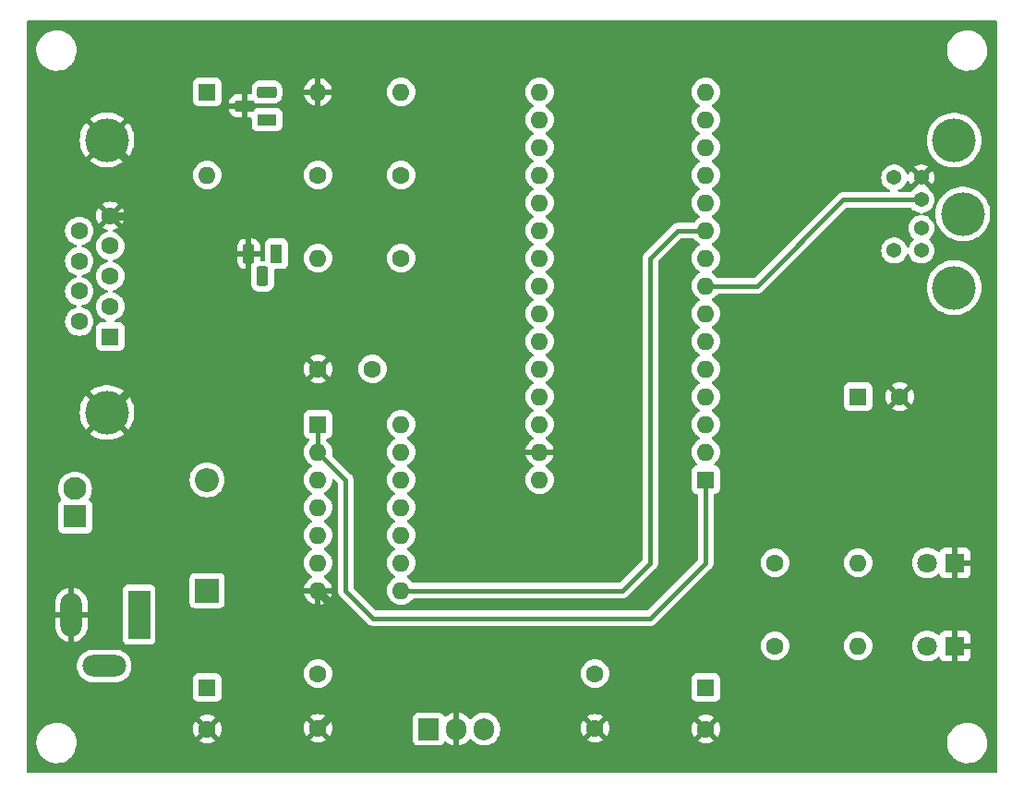
<source format=gbr>
%TF.GenerationSoftware,KiCad,Pcbnew,7.0.6*%
%TF.CreationDate,2023-08-28T20:04:36+02:00*%
%TF.ProjectId,ps2_mouse_to_serial_port_adapter_stand_alone,7073325f-6d6f-4757-9365-5f746f5f7365,rev?*%
%TF.SameCoordinates,Original*%
%TF.FileFunction,Copper,L1,Top*%
%TF.FilePolarity,Positive*%
%FSLAX46Y46*%
G04 Gerber Fmt 4.6, Leading zero omitted, Abs format (unit mm)*
G04 Created by KiCad (PCBNEW 7.0.6) date 2023-08-28 20:04:36*
%MOMM*%
%LPD*%
G01*
G04 APERTURE LIST*
G04 Aperture macros list*
%AMRoundRect*
0 Rectangle with rounded corners*
0 $1 Rounding radius*
0 $2 $3 $4 $5 $6 $7 $8 $9 X,Y pos of 4 corners*
0 Add a 4 corners polygon primitive as box body*
4,1,4,$2,$3,$4,$5,$6,$7,$8,$9,$2,$3,0*
0 Add four circle primitives for the rounded corners*
1,1,$1+$1,$2,$3*
1,1,$1+$1,$4,$5*
1,1,$1+$1,$6,$7*
1,1,$1+$1,$8,$9*
0 Add four rect primitives between the rounded corners*
20,1,$1+$1,$2,$3,$4,$5,0*
20,1,$1+$1,$4,$5,$6,$7,0*
20,1,$1+$1,$6,$7,$8,$9,0*
20,1,$1+$1,$8,$9,$2,$3,0*%
G04 Aperture macros list end*
%TA.AperFunction,ComponentPad*%
%ADD10R,1.800000X1.100000*%
%TD*%
%TA.AperFunction,ComponentPad*%
%ADD11RoundRect,0.275000X0.625000X-0.275000X0.625000X0.275000X-0.625000X0.275000X-0.625000X-0.275000X0*%
%TD*%
%TA.AperFunction,ComponentPad*%
%ADD12R,1.100000X1.800000*%
%TD*%
%TA.AperFunction,ComponentPad*%
%ADD13RoundRect,0.275000X0.275000X0.625000X-0.275000X0.625000X-0.275000X-0.625000X0.275000X-0.625000X0*%
%TD*%
%TA.AperFunction,ComponentPad*%
%ADD14R,1.600000X1.600000*%
%TD*%
%TA.AperFunction,ComponentPad*%
%ADD15C,1.600000*%
%TD*%
%TA.AperFunction,ComponentPad*%
%ADD16R,2.200000X2.200000*%
%TD*%
%TA.AperFunction,ComponentPad*%
%ADD17O,2.200000X2.200000*%
%TD*%
%TA.AperFunction,ComponentPad*%
%ADD18R,1.800000X1.800000*%
%TD*%
%TA.AperFunction,ComponentPad*%
%ADD19C,1.800000*%
%TD*%
%TA.AperFunction,ComponentPad*%
%ADD20O,1.600000X1.600000*%
%TD*%
%TA.AperFunction,ComponentPad*%
%ADD21C,4.000000*%
%TD*%
%TA.AperFunction,ComponentPad*%
%ADD22R,1.905000X2.000000*%
%TD*%
%TA.AperFunction,ComponentPad*%
%ADD23O,1.905000X2.000000*%
%TD*%
%TA.AperFunction,ComponentPad*%
%ADD24C,1.371600*%
%TD*%
%TA.AperFunction,ComponentPad*%
%ADD25C,4.000500*%
%TD*%
%TA.AperFunction,ComponentPad*%
%ADD26R,2.000000X4.500000*%
%TD*%
%TA.AperFunction,ComponentPad*%
%ADD27O,2.000000X4.000000*%
%TD*%
%TA.AperFunction,ComponentPad*%
%ADD28O,4.000000X2.000000*%
%TD*%
%TA.AperFunction,ComponentPad*%
%ADD29R,2.100000X2.100000*%
%TD*%
%TA.AperFunction,ComponentPad*%
%ADD30C,2.100000*%
%TD*%
%TA.AperFunction,Conductor*%
%ADD31C,0.800000*%
%TD*%
%TA.AperFunction,Conductor*%
%ADD32C,0.400000*%
%TD*%
G04 APERTURE END LIST*
D10*
%TO.P,U2,1,VO*%
%TO.N,Net-(U2-VO)*%
X45400000Y-23570000D03*
D11*
%TO.P,U2,2,GND*%
%TO.N,/GND*%
X43330000Y-22300000D03*
%TO.P,U2,3,VI*%
%TO.N,Net-(D1-K)*%
X45400000Y-21030000D03*
%TD*%
D12*
%TO.P,Q1,1,C*%
%TO.N,Net-(Q1-C)*%
X46270000Y-35870000D03*
D13*
%TO.P,Q1,2,B*%
%TO.N,Net-(Q1-B)*%
X45000000Y-37940000D03*
%TO.P,Q1,3,E*%
%TO.N,/GND*%
X43730000Y-35870000D03*
%TD*%
D14*
%TO.P,C5,1*%
%TO.N,/+5V*%
X85640000Y-75650000D03*
D15*
%TO.P,C5,2*%
%TO.N,/GND*%
X85640000Y-79450000D03*
%TD*%
D16*
%TO.P,D2,1,K*%
%TO.N,Net-(D2-K)*%
X39920000Y-66750000D03*
D17*
%TO.P,D2,2,A*%
%TO.N,Net-(D2-A)*%
X39920000Y-56590000D03*
%TD*%
D18*
%TO.P,D4,1,K*%
%TO.N,/GND*%
X108500000Y-71830000D03*
D19*
%TO.P,D4,2,A*%
%TO.N,Net-(D4-A)*%
X105960000Y-71830000D03*
%TD*%
D14*
%TO.P,U1,1*%
%TO.N,Net-(A1-D1{slash}TX)*%
X50080000Y-51510000D03*
D20*
%TO.P,U1,2*%
X50080000Y-54050000D03*
%TO.P,U1,3*%
%TO.N,Net-(J2-Pad2)*%
X50080000Y-56590000D03*
%TO.P,U1,4*%
%TO.N,unconnected-(U1-Pad4)*%
X50080000Y-59130000D03*
%TO.P,U1,5*%
%TO.N,unconnected-(U1-Pad5)*%
X50080000Y-61670000D03*
%TO.P,U1,6*%
%TO.N,unconnected-(U1-Pad6)*%
X50080000Y-64210000D03*
%TO.P,U1,7,GND*%
%TO.N,/GND*%
X50080000Y-66750000D03*
%TO.P,U1,8*%
%TO.N,Net-(A1-D7)*%
X57700000Y-66750000D03*
%TO.P,U1,9*%
%TO.N,Net-(Q1-C)*%
X57700000Y-64210000D03*
%TO.P,U1,10*%
X57700000Y-61670000D03*
%TO.P,U1,11*%
%TO.N,unconnected-(U1-Pad11)*%
X57700000Y-59130000D03*
%TO.P,U1,12*%
%TO.N,unconnected-(U1-Pad12)*%
X57700000Y-56590000D03*
%TO.P,U1,13*%
%TO.N,unconnected-(U1-Pad13)*%
X57700000Y-54050000D03*
%TO.P,U1,14,VCC*%
%TO.N,/+5V*%
X57700000Y-51510000D03*
%TD*%
D14*
%TO.P,D1,1,K*%
%TO.N,Net-(D1-K)*%
X39920000Y-21030000D03*
D20*
%TO.P,D1,2,A*%
%TO.N,Net-(D1-A)*%
X39920000Y-28650000D03*
%TD*%
D15*
%TO.P,R1,1*%
%TO.N,Net-(Q1-B)*%
X57700000Y-28650000D03*
D20*
%TO.P,R1,2*%
%TO.N,Net-(U2-VO)*%
X57700000Y-21030000D03*
%TD*%
D15*
%TO.P,C3,1*%
%TO.N,Net-(D2-K)*%
X50080000Y-74370000D03*
%TO.P,C3,2*%
%TO.N,/GND*%
X50080000Y-79370000D03*
%TD*%
%TO.P,R2,1*%
%TO.N,Net-(Q1-B)*%
X50080000Y-28650000D03*
D20*
%TO.P,R2,2*%
%TO.N,/GND*%
X50080000Y-21030000D03*
%TD*%
D18*
%TO.P,D3,1,K*%
%TO.N,/GND*%
X108500000Y-64210000D03*
D19*
%TO.P,D3,2,A*%
%TO.N,Net-(D3-A)*%
X105960000Y-64210000D03*
%TD*%
D15*
%TO.P,R3,1*%
%TO.N,/+5V*%
X57700000Y-36270000D03*
D20*
%TO.P,R3,2*%
%TO.N,Net-(Q1-C)*%
X50080000Y-36270000D03*
%TD*%
D15*
%TO.P,R4,1*%
%TO.N,Net-(A1-D8)*%
X91990000Y-64210000D03*
D20*
%TO.P,R4,2*%
%TO.N,Net-(D3-A)*%
X99610000Y-64210000D03*
%TD*%
D15*
%TO.P,C4,1*%
%TO.N,/+5V*%
X75480000Y-74370000D03*
%TO.P,C4,2*%
%TO.N,/GND*%
X75480000Y-79370000D03*
%TD*%
D21*
%TO.P,J2,0,PAD*%
%TO.N,/GND*%
X30734000Y-25419000D03*
X30734000Y-50419000D03*
D14*
%TO.P,J2,1,1*%
%TO.N,unconnected-(J2-Pad1)*%
X31034000Y-43459000D03*
D15*
%TO.P,J2,2,2*%
%TO.N,Net-(J2-Pad2)*%
X31034000Y-40689000D03*
%TO.P,J2,3,3*%
%TO.N,unconnected-(J2-Pad3)*%
X31034000Y-37919000D03*
%TO.P,J2,4,4*%
%TO.N,unconnected-(J2-Pad4)*%
X31034000Y-35149000D03*
%TO.P,J2,5,5*%
%TO.N,/GND*%
X31034000Y-32379000D03*
%TO.P,J2,6,6*%
%TO.N,unconnected-(J2-Pad6)*%
X28194000Y-42074000D03*
%TO.P,J2,7,7*%
%TO.N,Net-(D1-A)*%
X28194000Y-39304000D03*
%TO.P,J2,8,8*%
%TO.N,unconnected-(J2-Pad8)*%
X28194000Y-36534000D03*
%TO.P,J2,9,9*%
%TO.N,unconnected-(J2-Pad9)*%
X28194000Y-33764000D03*
%TD*%
D14*
%TO.P,A1,1,D1/TX*%
%TO.N,Net-(A1-D1{slash}TX)*%
X85640000Y-56590000D03*
D20*
%TO.P,A1,2,D0/RX*%
%TO.N,unconnected-(A1-D0{slash}RX-Pad2)*%
X85640000Y-54050000D03*
%TO.P,A1,3,~{RESET}*%
%TO.N,unconnected-(A1-~{RESET}-Pad3)*%
X85640000Y-51510000D03*
%TO.P,A1,4,GND*%
%TO.N,unconnected-(A1-GND-Pad4)*%
X85640000Y-48970000D03*
%TO.P,A1,5,D2*%
%TO.N,Net-(A1-D2)*%
X85640000Y-46430000D03*
%TO.P,A1,6,D3*%
%TO.N,unconnected-(A1-D3-Pad6)*%
X85640000Y-43890000D03*
%TO.P,A1,7,D4*%
%TO.N,unconnected-(A1-D4-Pad7)*%
X85640000Y-41350000D03*
%TO.P,A1,8,D5*%
%TO.N,Net-(A1-D5)*%
X85640000Y-38810000D03*
%TO.P,A1,9,D6*%
%TO.N,unconnected-(A1-D6-Pad9)*%
X85640000Y-36270000D03*
%TO.P,A1,10,D7*%
%TO.N,Net-(A1-D7)*%
X85640000Y-33730000D03*
%TO.P,A1,11,D8*%
%TO.N,Net-(A1-D8)*%
X85640000Y-31190000D03*
%TO.P,A1,12,D9*%
%TO.N,unconnected-(A1-D9-Pad12)*%
X85640000Y-28650000D03*
%TO.P,A1,13,D10*%
%TO.N,unconnected-(A1-D10-Pad13)*%
X85640000Y-26110000D03*
%TO.P,A1,14,D11*%
%TO.N,unconnected-(A1-D11-Pad14)*%
X85640000Y-23570000D03*
%TO.P,A1,15,D12*%
%TO.N,unconnected-(A1-D12-Pad15)*%
X85640000Y-21030000D03*
%TO.P,A1,16,D13*%
%TO.N,unconnected-(A1-D13-Pad16)*%
X70400000Y-21030000D03*
%TO.P,A1,17,3V3*%
%TO.N,unconnected-(A1-3V3-Pad17)*%
X70400000Y-23570000D03*
%TO.P,A1,18,AREF*%
%TO.N,unconnected-(A1-AREF-Pad18)*%
X70400000Y-26110000D03*
%TO.P,A1,19,A0*%
%TO.N,unconnected-(A1-A0-Pad19)*%
X70400000Y-28650000D03*
%TO.P,A1,20,A1*%
%TO.N,unconnected-(A1-A1-Pad20)*%
X70400000Y-31190000D03*
%TO.P,A1,21,A2*%
%TO.N,unconnected-(A1-A2-Pad21)*%
X70400000Y-33730000D03*
%TO.P,A1,22,A3*%
%TO.N,unconnected-(A1-A3-Pad22)*%
X70400000Y-36270000D03*
%TO.P,A1,23,A4*%
%TO.N,unconnected-(A1-A4-Pad23)*%
X70400000Y-38810000D03*
%TO.P,A1,24,A5*%
%TO.N,unconnected-(A1-A5-Pad24)*%
X70400000Y-41350000D03*
%TO.P,A1,25,A6*%
%TO.N,unconnected-(A1-A6-Pad25)*%
X70400000Y-43890000D03*
%TO.P,A1,26,A7*%
%TO.N,unconnected-(A1-A7-Pad26)*%
X70400000Y-46430000D03*
%TO.P,A1,27,+5V*%
%TO.N,unconnected-(A1-+5V-Pad27)*%
X70400000Y-48970000D03*
%TO.P,A1,28,~{RESET}*%
%TO.N,unconnected-(A1-~{RESET}-Pad28)*%
X70400000Y-51510000D03*
%TO.P,A1,29,GND*%
%TO.N,/GND*%
X70400000Y-54050000D03*
%TO.P,A1,30,VIN*%
%TO.N,/+5V*%
X70400000Y-56590000D03*
%TD*%
D15*
%TO.P,R5,1*%
%TO.N,/+5V*%
X91990000Y-71830000D03*
D20*
%TO.P,R5,2*%
%TO.N,Net-(D4-A)*%
X99610000Y-71830000D03*
%TD*%
D22*
%TO.P,U3,1,IN*%
%TO.N,Net-(D2-K)*%
X60240000Y-79450000D03*
D23*
%TO.P,U3,2,GND*%
%TO.N,/GND*%
X62780000Y-79450000D03*
%TO.P,U3,3,OUT*%
%TO.N,/+5V*%
X65320000Y-79450000D03*
%TD*%
D24*
%TO.P,J3,1*%
%TO.N,Net-(A1-D5)*%
X105410000Y-30909260D03*
%TO.P,J3,2*%
%TO.N,unconnected-(J3-Pad2)*%
X105410000Y-33510220D03*
%TO.P,J3,3*%
%TO.N,/GND*%
X105410000Y-28859480D03*
%TO.P,J3,4*%
%TO.N,/+5V*%
X105410000Y-35560000D03*
%TO.P,J3,5*%
%TO.N,Net-(A1-D2)*%
X102918260Y-28859480D03*
%TO.P,J3,6*%
%TO.N,unconnected-(J3-Pad6)*%
X102918260Y-35560000D03*
D25*
%TO.P,J3,GND*%
%TO.N,N/C*%
X108409740Y-25450800D03*
X109220000Y-32209740D03*
X108409740Y-38968680D03*
%TD*%
D26*
%TO.P,J1,1*%
%TO.N,Net-(SW1-A)*%
X33680000Y-68960000D03*
D27*
%TO.P,J1,2*%
%TO.N,/GND*%
X27480000Y-68960000D03*
D28*
%TO.P,J1,3,MountPin*%
%TO.N,unconnected-(J1-MountPin-Pad3)*%
X30480000Y-73660000D03*
%TD*%
D14*
%TO.P,C2,1*%
%TO.N,Net-(D2-K)*%
X39920000Y-75650000D03*
D15*
%TO.P,C2,2*%
%TO.N,/GND*%
X39920000Y-79450000D03*
%TD*%
D14*
%TO.P,C1,1*%
%TO.N,/+5V*%
X99620000Y-48970000D03*
D15*
%TO.P,C1,2*%
%TO.N,/GND*%
X103420000Y-48970000D03*
%TD*%
D29*
%TO.P,SW1,1,A*%
%TO.N,Net-(SW1-A)*%
X27813000Y-59944000D03*
D30*
%TO.P,SW1,2,B*%
%TO.N,Net-(D2-A)*%
X27813000Y-57404000D03*
%TD*%
D15*
%TO.P,C6,1*%
%TO.N,/+5V*%
X55080000Y-46430000D03*
%TO.P,C6,2*%
%TO.N,/GND*%
X50080000Y-46430000D03*
%TD*%
D31*
%TO.N,/GND*%
X30734000Y-25419000D02*
X35433000Y-30118000D01*
X35427000Y-32379000D02*
X35433000Y-32385000D01*
D32*
X60240000Y-48970000D02*
X52620000Y-48970000D01*
D31*
X52620000Y-69290000D02*
X50080000Y-66750000D01*
D32*
X70400000Y-54050000D02*
X65320000Y-54050000D01*
D31*
X35433000Y-32385000D02*
X35433000Y-45720000D01*
D32*
X65320000Y-54050000D02*
X60240000Y-48970000D01*
X52540000Y-76910000D02*
X52620000Y-76910000D01*
D31*
X52620000Y-76910000D02*
X52620000Y-69290000D01*
X50080000Y-79370000D02*
X52540000Y-76910000D01*
X35433000Y-30118000D02*
X35433000Y-32385000D01*
X31034000Y-32379000D02*
X35427000Y-32379000D01*
X35433000Y-45720000D02*
X30734000Y-50419000D01*
D32*
X52620000Y-48970000D02*
X50080000Y-46430000D01*
%TO.N,Net-(A1-D1{slash}TX)*%
X52620000Y-66750000D02*
X52620000Y-56590000D01*
X55160000Y-69290000D02*
X52620000Y-66750000D01*
X50080000Y-51510000D02*
X50080000Y-54050000D01*
X52620000Y-56590000D02*
X50080000Y-54050000D01*
X85640000Y-56590000D02*
X85640000Y-64210000D01*
X85640000Y-64210000D02*
X80560000Y-69290000D01*
X80560000Y-69290000D02*
X55160000Y-69290000D01*
%TO.N,Net-(A1-D7)*%
X83100000Y-33730000D02*
X80560000Y-36270000D01*
X85640000Y-33730000D02*
X83100000Y-33730000D01*
X80560000Y-36270000D02*
X80560000Y-64210000D01*
X80560000Y-64210000D02*
X78020000Y-66750000D01*
X78020000Y-66750000D02*
X57700000Y-66750000D01*
%TO.N,Net-(A1-D5)*%
X85640000Y-38810000D02*
X90349000Y-38810000D01*
X98249740Y-30909260D02*
X105410000Y-30909260D01*
X90349000Y-38810000D02*
X98249740Y-30909260D01*
%TD*%
%TA.AperFunction,Conductor*%
%TO.N,/GND*%
G36*
X104971749Y-28959508D02*
G01*
X105020703Y-29084240D01*
X105104248Y-29189002D01*
X105214960Y-29264484D01*
X105324698Y-29298334D01*
X104757972Y-29865059D01*
X104752148Y-29898964D01*
X104706086Y-29949813D01*
X104692038Y-29958511D01*
X104692031Y-29958517D01*
X104529559Y-30106629D01*
X104489643Y-30159487D01*
X104433534Y-30201123D01*
X104390689Y-30208760D01*
X103382658Y-30208760D01*
X103315619Y-30189075D01*
X103269864Y-30136271D01*
X103259920Y-30067113D01*
X103288945Y-30003557D01*
X103337861Y-29969134D01*
X103449305Y-29925961D01*
X103636228Y-29810223D01*
X103798702Y-29662109D01*
X103931193Y-29486662D01*
X104029191Y-29289857D01*
X104045123Y-29233859D01*
X104082400Y-29174768D01*
X104145709Y-29145209D01*
X104214949Y-29154570D01*
X104268136Y-29199879D01*
X104283655Y-29233859D01*
X104299535Y-29289672D01*
X104299537Y-29289676D01*
X104397489Y-29486391D01*
X104397497Y-29486404D01*
X104411275Y-29504649D01*
X104970680Y-28945246D01*
X104971749Y-28959508D01*
G37*
%TD.AperFunction*%
%TA.AperFunction,Conductor*%
G36*
X112302539Y-14490185D02*
G01*
X112348294Y-14542989D01*
X112359500Y-14594500D01*
X112359500Y-83345500D01*
X112339815Y-83412539D01*
X112287011Y-83458294D01*
X112235500Y-83469500D01*
X23484500Y-83469500D01*
X23417461Y-83449815D01*
X23371706Y-83397011D01*
X23360500Y-83345500D01*
X23360500Y-80787763D01*
X24255787Y-80787763D01*
X24285413Y-81057013D01*
X24285415Y-81057024D01*
X24353926Y-81319082D01*
X24353928Y-81319088D01*
X24459870Y-81568390D01*
X24531998Y-81686575D01*
X24600979Y-81799605D01*
X24600986Y-81799615D01*
X24774253Y-82007819D01*
X24774259Y-82007824D01*
X24975998Y-82188582D01*
X25201910Y-82338044D01*
X25447176Y-82453020D01*
X25447183Y-82453022D01*
X25447185Y-82453023D01*
X25706557Y-82531057D01*
X25706564Y-82531058D01*
X25706569Y-82531060D01*
X25974561Y-82570500D01*
X25974566Y-82570500D01*
X26177636Y-82570500D01*
X26229133Y-82566730D01*
X26380156Y-82555677D01*
X26492758Y-82530593D01*
X26644546Y-82496782D01*
X26644548Y-82496781D01*
X26644553Y-82496780D01*
X26897558Y-82400014D01*
X27133777Y-82267441D01*
X27348177Y-82101888D01*
X27536186Y-81906881D01*
X27693799Y-81686579D01*
X27767787Y-81542669D01*
X27817649Y-81445690D01*
X27817651Y-81445684D01*
X27817656Y-81445675D01*
X27905118Y-81189305D01*
X27954319Y-80922933D01*
X27964212Y-80652235D01*
X27934586Y-80382982D01*
X27866072Y-80120912D01*
X27760130Y-79871610D01*
X27619018Y-79640390D01*
X27615294Y-79635915D01*
X27460577Y-79450002D01*
X38615034Y-79450002D01*
X38634858Y-79676599D01*
X38634860Y-79676610D01*
X38693730Y-79896317D01*
X38693734Y-79896326D01*
X38789865Y-80102481D01*
X38789866Y-80102483D01*
X38840973Y-80175471D01*
X38840974Y-80175472D01*
X39522046Y-79494399D01*
X39534835Y-79575148D01*
X39592359Y-79688045D01*
X39681955Y-79777641D01*
X39794852Y-79835165D01*
X39875599Y-79847953D01*
X39194526Y-80529025D01*
X39194526Y-80529026D01*
X39267512Y-80580131D01*
X39267516Y-80580133D01*
X39473673Y-80676265D01*
X39473682Y-80676269D01*
X39693389Y-80735139D01*
X39693400Y-80735141D01*
X39919998Y-80754966D01*
X39920002Y-80754966D01*
X40146599Y-80735141D01*
X40146610Y-80735139D01*
X40366317Y-80676269D01*
X40366331Y-80676264D01*
X40572478Y-80580136D01*
X40645472Y-80529025D01*
X39964401Y-79847953D01*
X40045148Y-79835165D01*
X40158045Y-79777641D01*
X40247641Y-79688045D01*
X40305165Y-79575148D01*
X40317953Y-79494400D01*
X40999025Y-80175472D01*
X41050136Y-80102478D01*
X41146264Y-79896331D01*
X41146269Y-79896317D01*
X41205139Y-79676610D01*
X41205141Y-79676599D01*
X41224966Y-79450002D01*
X41224966Y-79449997D01*
X41217967Y-79370002D01*
X48775034Y-79370002D01*
X48794858Y-79596599D01*
X48794860Y-79596610D01*
X48853730Y-79816317D01*
X48853734Y-79816326D01*
X48949865Y-80022481D01*
X48949866Y-80022483D01*
X49000973Y-80095471D01*
X49000974Y-80095472D01*
X49682046Y-79414399D01*
X49694835Y-79495148D01*
X49752359Y-79608045D01*
X49841955Y-79697641D01*
X49954852Y-79755165D01*
X50035599Y-79767953D01*
X49354526Y-80449025D01*
X49354526Y-80449026D01*
X49427512Y-80500131D01*
X49427516Y-80500133D01*
X49633673Y-80596265D01*
X49633682Y-80596269D01*
X49853389Y-80655139D01*
X49853400Y-80655141D01*
X50079998Y-80674966D01*
X50080002Y-80674966D01*
X50306599Y-80655141D01*
X50306610Y-80655139D01*
X50526317Y-80596269D01*
X50526331Y-80596264D01*
X50732478Y-80500136D01*
X50735714Y-80497870D01*
X58787000Y-80497870D01*
X58787001Y-80497876D01*
X58793408Y-80557483D01*
X58843702Y-80692328D01*
X58843706Y-80692335D01*
X58929952Y-80807544D01*
X58929955Y-80807547D01*
X59045164Y-80893793D01*
X59045171Y-80893797D01*
X59180017Y-80944091D01*
X59180016Y-80944091D01*
X59186944Y-80944835D01*
X59239627Y-80950500D01*
X61240372Y-80950499D01*
X61299983Y-80944091D01*
X61434831Y-80893796D01*
X61550046Y-80807546D01*
X61636296Y-80692331D01*
X61636297Y-80692328D01*
X61636298Y-80692327D01*
X61647907Y-80661199D01*
X61689776Y-80605264D01*
X61755240Y-80580844D01*
X61823513Y-80595694D01*
X61840252Y-80606675D01*
X61982831Y-80717649D01*
X61982840Y-80717655D01*
X62194531Y-80832215D01*
X62194545Y-80832221D01*
X62422207Y-80910379D01*
X62529999Y-80928366D01*
X62529999Y-79941683D01*
X62558819Y-79959209D01*
X62704404Y-80000000D01*
X62817622Y-80000000D01*
X62929783Y-79984584D01*
X63030000Y-79941053D01*
X63030000Y-80928365D01*
X63137792Y-80910379D01*
X63365454Y-80832221D01*
X63365468Y-80832215D01*
X63577159Y-80717655D01*
X63577168Y-80717649D01*
X63767116Y-80569806D01*
X63767126Y-80569797D01*
X63930154Y-80392702D01*
X63930155Y-80392701D01*
X63945891Y-80368616D01*
X63999036Y-80323258D01*
X64068267Y-80313833D01*
X64131604Y-80343333D01*
X64153510Y-80368614D01*
X64169446Y-80393007D01*
X64169448Y-80393009D01*
X64169449Y-80393010D01*
X64332537Y-80570171D01*
X64488908Y-80691879D01*
X64522017Y-80717649D01*
X64522561Y-80718072D01*
X64651339Y-80787763D01*
X64733478Y-80832215D01*
X64734336Y-80832679D01*
X64852598Y-80873278D01*
X64962083Y-80910865D01*
X64962085Y-80910865D01*
X64962087Y-80910866D01*
X65199601Y-80950500D01*
X65199602Y-80950500D01*
X65440398Y-80950500D01*
X65440399Y-80950500D01*
X65677913Y-80910866D01*
X65905664Y-80832679D01*
X65988661Y-80787763D01*
X107755787Y-80787763D01*
X107785413Y-81057013D01*
X107785415Y-81057024D01*
X107853926Y-81319082D01*
X107853928Y-81319088D01*
X107959870Y-81568390D01*
X108031998Y-81686575D01*
X108100979Y-81799605D01*
X108100986Y-81799615D01*
X108274253Y-82007819D01*
X108274259Y-82007824D01*
X108475998Y-82188582D01*
X108701910Y-82338044D01*
X108947176Y-82453020D01*
X108947183Y-82453022D01*
X108947185Y-82453023D01*
X109206557Y-82531057D01*
X109206564Y-82531058D01*
X109206569Y-82531060D01*
X109474561Y-82570500D01*
X109474566Y-82570500D01*
X109677636Y-82570500D01*
X109729133Y-82566730D01*
X109880156Y-82555677D01*
X109992758Y-82530593D01*
X110144546Y-82496782D01*
X110144548Y-82496781D01*
X110144553Y-82496780D01*
X110397558Y-82400014D01*
X110633777Y-82267441D01*
X110848177Y-82101888D01*
X111036186Y-81906881D01*
X111193799Y-81686579D01*
X111267787Y-81542669D01*
X111317649Y-81445690D01*
X111317651Y-81445684D01*
X111317656Y-81445675D01*
X111405118Y-81189305D01*
X111454319Y-80922933D01*
X111464212Y-80652235D01*
X111434586Y-80382982D01*
X111366072Y-80120912D01*
X111260130Y-79871610D01*
X111119018Y-79640390D01*
X111115294Y-79635915D01*
X110945746Y-79432180D01*
X110945740Y-79432175D01*
X110744002Y-79251418D01*
X110518092Y-79101957D01*
X110506336Y-79096446D01*
X110272824Y-78986980D01*
X110272819Y-78986978D01*
X110272814Y-78986976D01*
X110013442Y-78908942D01*
X110013428Y-78908939D01*
X109897791Y-78891921D01*
X109745439Y-78869500D01*
X109542369Y-78869500D01*
X109542364Y-78869500D01*
X109339844Y-78884323D01*
X109339831Y-78884325D01*
X109075453Y-78943217D01*
X109075446Y-78943220D01*
X108822439Y-79039987D01*
X108586226Y-79172557D01*
X108371822Y-79338112D01*
X108183822Y-79533109D01*
X108183816Y-79533116D01*
X108026202Y-79753419D01*
X108026199Y-79753424D01*
X107902350Y-79994309D01*
X107902343Y-79994327D01*
X107814884Y-80250685D01*
X107814882Y-80250695D01*
X107769227Y-80497872D01*
X107765681Y-80517068D01*
X107765680Y-80517075D01*
X107755787Y-80787763D01*
X65988661Y-80787763D01*
X66117439Y-80718072D01*
X66307463Y-80570171D01*
X66470551Y-80393010D01*
X66602255Y-80191422D01*
X66698983Y-79970905D01*
X66758095Y-79737476D01*
X66773000Y-79557600D01*
X66773000Y-79370002D01*
X74175034Y-79370002D01*
X74194858Y-79596599D01*
X74194860Y-79596610D01*
X74253730Y-79816317D01*
X74253734Y-79816326D01*
X74349865Y-80022481D01*
X74349866Y-80022483D01*
X74400973Y-80095471D01*
X74400974Y-80095472D01*
X75082046Y-79414399D01*
X75094835Y-79495148D01*
X75152359Y-79608045D01*
X75241955Y-79697641D01*
X75354852Y-79755165D01*
X75435599Y-79767953D01*
X74754526Y-80449025D01*
X74754526Y-80449026D01*
X74827512Y-80500131D01*
X74827516Y-80500133D01*
X75033673Y-80596265D01*
X75033682Y-80596269D01*
X75253389Y-80655139D01*
X75253400Y-80655141D01*
X75479998Y-80674966D01*
X75480002Y-80674966D01*
X75706599Y-80655141D01*
X75706610Y-80655139D01*
X75926317Y-80596269D01*
X75926331Y-80596264D01*
X76132478Y-80500136D01*
X76205472Y-80449025D01*
X75524401Y-79767953D01*
X75605148Y-79755165D01*
X75718045Y-79697641D01*
X75807641Y-79608045D01*
X75865165Y-79495148D01*
X75877953Y-79414400D01*
X76559025Y-80095472D01*
X76610136Y-80022478D01*
X76706264Y-79816331D01*
X76706269Y-79816317D01*
X76765139Y-79596610D01*
X76765141Y-79596599D01*
X76777967Y-79450002D01*
X84335034Y-79450002D01*
X84354858Y-79676599D01*
X84354860Y-79676610D01*
X84413730Y-79896317D01*
X84413734Y-79896326D01*
X84509865Y-80102481D01*
X84509866Y-80102483D01*
X84560973Y-80175471D01*
X84560974Y-80175472D01*
X85242046Y-79494399D01*
X85254835Y-79575148D01*
X85312359Y-79688045D01*
X85401955Y-79777641D01*
X85514852Y-79835165D01*
X85595599Y-79847953D01*
X84914526Y-80529025D01*
X84914526Y-80529026D01*
X84987512Y-80580131D01*
X84987516Y-80580133D01*
X85193673Y-80676265D01*
X85193682Y-80676269D01*
X85413389Y-80735139D01*
X85413400Y-80735141D01*
X85639998Y-80754966D01*
X85640002Y-80754966D01*
X85866599Y-80735141D01*
X85866610Y-80735139D01*
X86086317Y-80676269D01*
X86086331Y-80676264D01*
X86292478Y-80580136D01*
X86365472Y-80529025D01*
X85684401Y-79847953D01*
X85765148Y-79835165D01*
X85878045Y-79777641D01*
X85967641Y-79688045D01*
X86025165Y-79575148D01*
X86037953Y-79494400D01*
X86719025Y-80175472D01*
X86770136Y-80102478D01*
X86866264Y-79896331D01*
X86866269Y-79896317D01*
X86925139Y-79676610D01*
X86925141Y-79676599D01*
X86944966Y-79450002D01*
X86944966Y-79449997D01*
X86925141Y-79223400D01*
X86925139Y-79223389D01*
X86866269Y-79003682D01*
X86866265Y-79003673D01*
X86770133Y-78797516D01*
X86770131Y-78797512D01*
X86719026Y-78724526D01*
X86719025Y-78724526D01*
X86037953Y-79405598D01*
X86025165Y-79324852D01*
X85967641Y-79211955D01*
X85878045Y-79122359D01*
X85765148Y-79064835D01*
X85684400Y-79052046D01*
X86365472Y-78370974D01*
X86365471Y-78370973D01*
X86292483Y-78319866D01*
X86292481Y-78319865D01*
X86086326Y-78223734D01*
X86086317Y-78223730D01*
X85866610Y-78164860D01*
X85866599Y-78164858D01*
X85640002Y-78145034D01*
X85639998Y-78145034D01*
X85413400Y-78164858D01*
X85413389Y-78164860D01*
X85193682Y-78223730D01*
X85193673Y-78223734D01*
X84987513Y-78319868D01*
X84914527Y-78370972D01*
X84914526Y-78370973D01*
X85595600Y-79052046D01*
X85514852Y-79064835D01*
X85401955Y-79122359D01*
X85312359Y-79211955D01*
X85254835Y-79324852D01*
X85242046Y-79405599D01*
X84560973Y-78724526D01*
X84560972Y-78724527D01*
X84509868Y-78797513D01*
X84413734Y-79003673D01*
X84413730Y-79003682D01*
X84354860Y-79223389D01*
X84354858Y-79223400D01*
X84335034Y-79449997D01*
X84335034Y-79450002D01*
X76777967Y-79450002D01*
X76784966Y-79370002D01*
X76784966Y-79369997D01*
X76765141Y-79143400D01*
X76765139Y-79143389D01*
X76706269Y-78923682D01*
X76706265Y-78923673D01*
X76610133Y-78717516D01*
X76610131Y-78717512D01*
X76559026Y-78644526D01*
X76559025Y-78644526D01*
X75877953Y-79325598D01*
X75865165Y-79244852D01*
X75807641Y-79131955D01*
X75718045Y-79042359D01*
X75605148Y-78984835D01*
X75524400Y-78972046D01*
X76205472Y-78290974D01*
X76205471Y-78290973D01*
X76132483Y-78239866D01*
X76132481Y-78239865D01*
X75926326Y-78143734D01*
X75926317Y-78143730D01*
X75706610Y-78084860D01*
X75706599Y-78084858D01*
X75480002Y-78065034D01*
X75479998Y-78065034D01*
X75253400Y-78084858D01*
X75253389Y-78084860D01*
X75033682Y-78143730D01*
X75033673Y-78143734D01*
X74827513Y-78239868D01*
X74754527Y-78290972D01*
X74754526Y-78290973D01*
X75435600Y-78972046D01*
X75354852Y-78984835D01*
X75241955Y-79042359D01*
X75152359Y-79131955D01*
X75094835Y-79244852D01*
X75082046Y-79325599D01*
X74400973Y-78644526D01*
X74400972Y-78644527D01*
X74349868Y-78717513D01*
X74253734Y-78923673D01*
X74253730Y-78923682D01*
X74194860Y-79143389D01*
X74194858Y-79143400D01*
X74175034Y-79369997D01*
X74175034Y-79370002D01*
X66773000Y-79370002D01*
X66773000Y-79342400D01*
X66758095Y-79162524D01*
X66698983Y-78929095D01*
X66602255Y-78708578D01*
X66470551Y-78506990D01*
X66307463Y-78329829D01*
X66150505Y-78207664D01*
X66117441Y-78181929D01*
X65905665Y-78067321D01*
X65905656Y-78067318D01*
X65677916Y-77989134D01*
X65478800Y-77955908D01*
X65440399Y-77949500D01*
X65199601Y-77949500D01*
X65161200Y-77955908D01*
X64962083Y-77989134D01*
X64734343Y-78067318D01*
X64734334Y-78067321D01*
X64522558Y-78181929D01*
X64448119Y-78239868D01*
X64332537Y-78329829D01*
X64332534Y-78329831D01*
X64332534Y-78329832D01*
X64169450Y-78506988D01*
X64169446Y-78506994D01*
X64153507Y-78531389D01*
X64100359Y-78576744D01*
X64031127Y-78586165D01*
X63967793Y-78556661D01*
X63945892Y-78531385D01*
X63930154Y-78507296D01*
X63767126Y-78330202D01*
X63767116Y-78330193D01*
X63577168Y-78182350D01*
X63577159Y-78182344D01*
X63365468Y-78067784D01*
X63365454Y-78067778D01*
X63137791Y-77989619D01*
X63030000Y-77971633D01*
X63030000Y-78958316D01*
X63001181Y-78940791D01*
X62855596Y-78900000D01*
X62742378Y-78900000D01*
X62630217Y-78915416D01*
X62529999Y-78958946D01*
X62529999Y-77971633D01*
X62529998Y-77971633D01*
X62422213Y-77989619D01*
X62194545Y-78067778D01*
X62194531Y-78067784D01*
X61982840Y-78182344D01*
X61982838Y-78182345D01*
X61840252Y-78293325D01*
X61775258Y-78318967D01*
X61706718Y-78305400D01*
X61656393Y-78256932D01*
X61647907Y-78238801D01*
X61636297Y-78207671D01*
X61636293Y-78207664D01*
X61550047Y-78092455D01*
X61550044Y-78092452D01*
X61434835Y-78006206D01*
X61434828Y-78006202D01*
X61299982Y-77955908D01*
X61299983Y-77955908D01*
X61240383Y-77949501D01*
X61240381Y-77949500D01*
X61240373Y-77949500D01*
X61240364Y-77949500D01*
X59239629Y-77949500D01*
X59239623Y-77949501D01*
X59180016Y-77955908D01*
X59045171Y-78006202D01*
X59045164Y-78006206D01*
X58929955Y-78092452D01*
X58929952Y-78092455D01*
X58843706Y-78207664D01*
X58843702Y-78207671D01*
X58793408Y-78342517D01*
X58787001Y-78402116D01*
X58787000Y-78402135D01*
X58787000Y-80497870D01*
X50735714Y-80497870D01*
X50805472Y-80449025D01*
X50124401Y-79767953D01*
X50205148Y-79755165D01*
X50318045Y-79697641D01*
X50407641Y-79608045D01*
X50465165Y-79495148D01*
X50477953Y-79414400D01*
X51159025Y-80095472D01*
X51210136Y-80022478D01*
X51306264Y-79816331D01*
X51306269Y-79816317D01*
X51365139Y-79596610D01*
X51365141Y-79596599D01*
X51384966Y-79370002D01*
X51384966Y-79369997D01*
X51365141Y-79143400D01*
X51365139Y-79143389D01*
X51306269Y-78923682D01*
X51306265Y-78923673D01*
X51210133Y-78717516D01*
X51210131Y-78717512D01*
X51159026Y-78644526D01*
X51159025Y-78644526D01*
X50477953Y-79325598D01*
X50465165Y-79244852D01*
X50407641Y-79131955D01*
X50318045Y-79042359D01*
X50205148Y-78984835D01*
X50124400Y-78972046D01*
X50805472Y-78290974D01*
X50805471Y-78290973D01*
X50732483Y-78239866D01*
X50732481Y-78239865D01*
X50526326Y-78143734D01*
X50526317Y-78143730D01*
X50306610Y-78084860D01*
X50306599Y-78084858D01*
X50080002Y-78065034D01*
X50079998Y-78065034D01*
X49853400Y-78084858D01*
X49853389Y-78084860D01*
X49633682Y-78143730D01*
X49633673Y-78143734D01*
X49427513Y-78239868D01*
X49354527Y-78290972D01*
X49354526Y-78290973D01*
X50035600Y-78972046D01*
X49954852Y-78984835D01*
X49841955Y-79042359D01*
X49752359Y-79131955D01*
X49694835Y-79244852D01*
X49682046Y-79325599D01*
X49000973Y-78644526D01*
X49000972Y-78644527D01*
X48949868Y-78717513D01*
X48853734Y-78923673D01*
X48853730Y-78923682D01*
X48794860Y-79143389D01*
X48794858Y-79143400D01*
X48775034Y-79369997D01*
X48775034Y-79370002D01*
X41217967Y-79370002D01*
X41205141Y-79223400D01*
X41205139Y-79223389D01*
X41146269Y-79003682D01*
X41146265Y-79003673D01*
X41050133Y-78797516D01*
X41050131Y-78797512D01*
X40999026Y-78724526D01*
X40999025Y-78724526D01*
X40317953Y-79405598D01*
X40305165Y-79324852D01*
X40247641Y-79211955D01*
X40158045Y-79122359D01*
X40045148Y-79064835D01*
X39964400Y-79052046D01*
X40645472Y-78370974D01*
X40645471Y-78370973D01*
X40572483Y-78319866D01*
X40572481Y-78319865D01*
X40366326Y-78223734D01*
X40366317Y-78223730D01*
X40146610Y-78164860D01*
X40146599Y-78164858D01*
X39920002Y-78145034D01*
X39919998Y-78145034D01*
X39693400Y-78164858D01*
X39693389Y-78164860D01*
X39473682Y-78223730D01*
X39473673Y-78223734D01*
X39267513Y-78319868D01*
X39194527Y-78370972D01*
X39194526Y-78370973D01*
X39875600Y-79052046D01*
X39794852Y-79064835D01*
X39681955Y-79122359D01*
X39592359Y-79211955D01*
X39534835Y-79324852D01*
X39522046Y-79405599D01*
X38840973Y-78724526D01*
X38840972Y-78724527D01*
X38789868Y-78797513D01*
X38693734Y-79003673D01*
X38693730Y-79003682D01*
X38634860Y-79223389D01*
X38634858Y-79223400D01*
X38615034Y-79449997D01*
X38615034Y-79450002D01*
X27460577Y-79450002D01*
X27445746Y-79432180D01*
X27445740Y-79432175D01*
X27244002Y-79251418D01*
X27018092Y-79101957D01*
X27006336Y-79096446D01*
X26772824Y-78986980D01*
X26772819Y-78986978D01*
X26772814Y-78986976D01*
X26513442Y-78908942D01*
X26513428Y-78908939D01*
X26397791Y-78891921D01*
X26245439Y-78869500D01*
X26042369Y-78869500D01*
X26042364Y-78869500D01*
X25839844Y-78884323D01*
X25839831Y-78884325D01*
X25575453Y-78943217D01*
X25575446Y-78943220D01*
X25322439Y-79039987D01*
X25086226Y-79172557D01*
X24871822Y-79338112D01*
X24683822Y-79533109D01*
X24683816Y-79533116D01*
X24526202Y-79753419D01*
X24526199Y-79753424D01*
X24402350Y-79994309D01*
X24402343Y-79994327D01*
X24314884Y-80250685D01*
X24314882Y-80250695D01*
X24269227Y-80497872D01*
X24265681Y-80517068D01*
X24265680Y-80517075D01*
X24255787Y-80787763D01*
X23360500Y-80787763D01*
X23360500Y-76497870D01*
X38619500Y-76497870D01*
X38619501Y-76497876D01*
X38625908Y-76557483D01*
X38676202Y-76692328D01*
X38676206Y-76692335D01*
X38762452Y-76807544D01*
X38762455Y-76807547D01*
X38877664Y-76893793D01*
X38877671Y-76893797D01*
X39012517Y-76944091D01*
X39012516Y-76944091D01*
X39019444Y-76944835D01*
X39072127Y-76950500D01*
X40767872Y-76950499D01*
X40827483Y-76944091D01*
X40962331Y-76893796D01*
X41077546Y-76807546D01*
X41163796Y-76692331D01*
X41214091Y-76557483D01*
X41220500Y-76497873D01*
X41220500Y-76497870D01*
X84339500Y-76497870D01*
X84339501Y-76497876D01*
X84345908Y-76557483D01*
X84396202Y-76692328D01*
X84396206Y-76692335D01*
X84482452Y-76807544D01*
X84482455Y-76807547D01*
X84597664Y-76893793D01*
X84597671Y-76893797D01*
X84732517Y-76944091D01*
X84732516Y-76944091D01*
X84739444Y-76944835D01*
X84792127Y-76950500D01*
X86487872Y-76950499D01*
X86547483Y-76944091D01*
X86682331Y-76893796D01*
X86797546Y-76807546D01*
X86883796Y-76692331D01*
X86934091Y-76557483D01*
X86940500Y-76497873D01*
X86940499Y-74802128D01*
X86934091Y-74742517D01*
X86910678Y-74679744D01*
X86883797Y-74607671D01*
X86883793Y-74607664D01*
X86797547Y-74492455D01*
X86797544Y-74492452D01*
X86682335Y-74406206D01*
X86682328Y-74406202D01*
X86547482Y-74355908D01*
X86547483Y-74355908D01*
X86487883Y-74349501D01*
X86487881Y-74349500D01*
X86487873Y-74349500D01*
X86487864Y-74349500D01*
X84792129Y-74349500D01*
X84792123Y-74349501D01*
X84732516Y-74355908D01*
X84597671Y-74406202D01*
X84597664Y-74406206D01*
X84482455Y-74492452D01*
X84482452Y-74492455D01*
X84396206Y-74607664D01*
X84396202Y-74607671D01*
X84345908Y-74742517D01*
X84339501Y-74802116D01*
X84339501Y-74802123D01*
X84339500Y-74802135D01*
X84339500Y-76497870D01*
X41220500Y-76497870D01*
X41220499Y-74802128D01*
X41214091Y-74742517D01*
X41190678Y-74679744D01*
X41163797Y-74607671D01*
X41163793Y-74607664D01*
X41077547Y-74492455D01*
X41077544Y-74492452D01*
X40962335Y-74406206D01*
X40962328Y-74406202D01*
X40865268Y-74370001D01*
X48774532Y-74370001D01*
X48794364Y-74596686D01*
X48794366Y-74596697D01*
X48853258Y-74816488D01*
X48853261Y-74816497D01*
X48949431Y-75022732D01*
X48949432Y-75022734D01*
X49079954Y-75209141D01*
X49240858Y-75370045D01*
X49240861Y-75370047D01*
X49427266Y-75500568D01*
X49633504Y-75596739D01*
X49853308Y-75655635D01*
X50015230Y-75669801D01*
X50079998Y-75675468D01*
X50080000Y-75675468D01*
X50080002Y-75675468D01*
X50136672Y-75670509D01*
X50306692Y-75655635D01*
X50526496Y-75596739D01*
X50732734Y-75500568D01*
X50919139Y-75370047D01*
X51080047Y-75209139D01*
X51210568Y-75022734D01*
X51306739Y-74816496D01*
X51365635Y-74596692D01*
X51385468Y-74370001D01*
X74174532Y-74370001D01*
X74194364Y-74596686D01*
X74194366Y-74596697D01*
X74253258Y-74816488D01*
X74253261Y-74816497D01*
X74349431Y-75022732D01*
X74349432Y-75022734D01*
X74479954Y-75209141D01*
X74640858Y-75370045D01*
X74640861Y-75370047D01*
X74827266Y-75500568D01*
X75033504Y-75596739D01*
X75253308Y-75655635D01*
X75415230Y-75669801D01*
X75479998Y-75675468D01*
X75480000Y-75675468D01*
X75480002Y-75675468D01*
X75536673Y-75670509D01*
X75706692Y-75655635D01*
X75926496Y-75596739D01*
X76132734Y-75500568D01*
X76319139Y-75370047D01*
X76480047Y-75209139D01*
X76610568Y-75022734D01*
X76706739Y-74816496D01*
X76765635Y-74596692D01*
X76785468Y-74370000D01*
X76783674Y-74349500D01*
X76765635Y-74143313D01*
X76765635Y-74143308D01*
X76706739Y-73923504D01*
X76610568Y-73717266D01*
X76480047Y-73530861D01*
X76480045Y-73530858D01*
X76319141Y-73369954D01*
X76132734Y-73239432D01*
X76132732Y-73239431D01*
X75926497Y-73143261D01*
X75926488Y-73143258D01*
X75706697Y-73084366D01*
X75706693Y-73084365D01*
X75706692Y-73084365D01*
X75706691Y-73084364D01*
X75706686Y-73084364D01*
X75480002Y-73064532D01*
X75479998Y-73064532D01*
X75253313Y-73084364D01*
X75253302Y-73084366D01*
X75033511Y-73143258D01*
X75033502Y-73143261D01*
X74827267Y-73239431D01*
X74827265Y-73239432D01*
X74640858Y-73369954D01*
X74479954Y-73530858D01*
X74349432Y-73717265D01*
X74349431Y-73717267D01*
X74253261Y-73923502D01*
X74253258Y-73923511D01*
X74194366Y-74143302D01*
X74194364Y-74143313D01*
X74174532Y-74369998D01*
X74174532Y-74370001D01*
X51385468Y-74370001D01*
X51385468Y-74370000D01*
X51383674Y-74349500D01*
X51365635Y-74143313D01*
X51365635Y-74143308D01*
X51306739Y-73923504D01*
X51210568Y-73717266D01*
X51080047Y-73530861D01*
X51080045Y-73530858D01*
X50919141Y-73369954D01*
X50732734Y-73239432D01*
X50732732Y-73239431D01*
X50526497Y-73143261D01*
X50526488Y-73143258D01*
X50306697Y-73084366D01*
X50306693Y-73084365D01*
X50306692Y-73084365D01*
X50306691Y-73084364D01*
X50306686Y-73084364D01*
X50080002Y-73064532D01*
X50079998Y-73064532D01*
X49853313Y-73084364D01*
X49853302Y-73084366D01*
X49633511Y-73143258D01*
X49633502Y-73143261D01*
X49427267Y-73239431D01*
X49427265Y-73239432D01*
X49240858Y-73369954D01*
X49079954Y-73530858D01*
X48949432Y-73717265D01*
X48949431Y-73717267D01*
X48853261Y-73923502D01*
X48853258Y-73923511D01*
X48794366Y-74143302D01*
X48794364Y-74143313D01*
X48774532Y-74369998D01*
X48774532Y-74370001D01*
X40865268Y-74370001D01*
X40827482Y-74355908D01*
X40827483Y-74355908D01*
X40767883Y-74349501D01*
X40767881Y-74349500D01*
X40767873Y-74349500D01*
X40767864Y-74349500D01*
X39072129Y-74349500D01*
X39072123Y-74349501D01*
X39012516Y-74355908D01*
X38877671Y-74406202D01*
X38877664Y-74406206D01*
X38762455Y-74492452D01*
X38762452Y-74492455D01*
X38676206Y-74607664D01*
X38676202Y-74607671D01*
X38625908Y-74742517D01*
X38619501Y-74802116D01*
X38619501Y-74802123D01*
X38619500Y-74802135D01*
X38619500Y-76497870D01*
X23360500Y-76497870D01*
X23360500Y-73784334D01*
X27979500Y-73784334D01*
X28020429Y-74029616D01*
X28101169Y-74264802D01*
X28101172Y-74264811D01*
X28219524Y-74483506D01*
X28219526Y-74483509D01*
X28372262Y-74679744D01*
X28531744Y-74826557D01*
X28555217Y-74848166D01*
X28763393Y-74984173D01*
X28991118Y-75084063D01*
X29232175Y-75145107D01*
X29232179Y-75145108D01*
X29232181Y-75145108D01*
X29232186Y-75145109D01*
X29365376Y-75156145D01*
X29417933Y-75160500D01*
X29417935Y-75160500D01*
X31542065Y-75160500D01*
X31542067Y-75160500D01*
X31603284Y-75155427D01*
X31727813Y-75145109D01*
X31727816Y-75145108D01*
X31727821Y-75145108D01*
X31968881Y-75084063D01*
X32196607Y-74984173D01*
X32404785Y-74848164D01*
X32587738Y-74679744D01*
X32740474Y-74483509D01*
X32858828Y-74264810D01*
X32939571Y-74029614D01*
X32980500Y-73784335D01*
X32980500Y-73535665D01*
X32939571Y-73290386D01*
X32858828Y-73055190D01*
X32740474Y-72836491D01*
X32587738Y-72640256D01*
X32434128Y-72498848D01*
X32404782Y-72471833D01*
X32196606Y-72335826D01*
X31968881Y-72235936D01*
X31727824Y-72174892D01*
X31727813Y-72174890D01*
X31562548Y-72161197D01*
X31542067Y-72159500D01*
X29417933Y-72159500D01*
X29398521Y-72161108D01*
X29232186Y-72174890D01*
X29232175Y-72174892D01*
X28991118Y-72235936D01*
X28763393Y-72335826D01*
X28555217Y-72471833D01*
X28372261Y-72640257D01*
X28219524Y-72836493D01*
X28101172Y-73055188D01*
X28101169Y-73055197D01*
X28020429Y-73290383D01*
X27979500Y-73535665D01*
X27979500Y-73784334D01*
X23360500Y-73784334D01*
X23360500Y-71830001D01*
X90684532Y-71830001D01*
X90704364Y-72056686D01*
X90704366Y-72056697D01*
X90763258Y-72276488D01*
X90763261Y-72276497D01*
X90859431Y-72482732D01*
X90859432Y-72482734D01*
X90989954Y-72669141D01*
X91150858Y-72830045D01*
X91150861Y-72830047D01*
X91337266Y-72960568D01*
X91543504Y-73056739D01*
X91763308Y-73115635D01*
X91925230Y-73129801D01*
X91989998Y-73135468D01*
X91990000Y-73135468D01*
X91990002Y-73135468D01*
X92046672Y-73130509D01*
X92216692Y-73115635D01*
X92436496Y-73056739D01*
X92642734Y-72960568D01*
X92829139Y-72830047D01*
X92990047Y-72669139D01*
X93120568Y-72482734D01*
X93216739Y-72276496D01*
X93275635Y-72056692D01*
X93292634Y-71862384D01*
X93295468Y-71830001D01*
X98304532Y-71830001D01*
X98324364Y-72056686D01*
X98324366Y-72056697D01*
X98383258Y-72276488D01*
X98383261Y-72276497D01*
X98479431Y-72482732D01*
X98479432Y-72482734D01*
X98609954Y-72669141D01*
X98770858Y-72830045D01*
X98770861Y-72830047D01*
X98957266Y-72960568D01*
X99163504Y-73056739D01*
X99383308Y-73115635D01*
X99545230Y-73129801D01*
X99609998Y-73135468D01*
X99610000Y-73135468D01*
X99610002Y-73135468D01*
X99666673Y-73130509D01*
X99836692Y-73115635D01*
X100056496Y-73056739D01*
X100262734Y-72960568D01*
X100449139Y-72830047D01*
X100610047Y-72669139D01*
X100740568Y-72482734D01*
X100836739Y-72276496D01*
X100895635Y-72056692D01*
X100912634Y-71862384D01*
X100915468Y-71830006D01*
X104554700Y-71830006D01*
X104573864Y-72061297D01*
X104573866Y-72061308D01*
X104630842Y-72286300D01*
X104724075Y-72498848D01*
X104851016Y-72693147D01*
X104851019Y-72693151D01*
X104851021Y-72693153D01*
X105008216Y-72863913D01*
X105008219Y-72863915D01*
X105008222Y-72863918D01*
X105191365Y-73006464D01*
X105191371Y-73006468D01*
X105191374Y-73006470D01*
X105395497Y-73116936D01*
X105472179Y-73143261D01*
X105615015Y-73192297D01*
X105615017Y-73192297D01*
X105615019Y-73192298D01*
X105843951Y-73230500D01*
X105843952Y-73230500D01*
X106076048Y-73230500D01*
X106076049Y-73230500D01*
X106304981Y-73192298D01*
X106524503Y-73116936D01*
X106728626Y-73006470D01*
X106911784Y-72863913D01*
X106920511Y-72854432D01*
X106980394Y-72818441D01*
X107050232Y-72820538D01*
X107107850Y-72860060D01*
X107127924Y-72895080D01*
X107156645Y-72972086D01*
X107156649Y-72972093D01*
X107242809Y-73087187D01*
X107242812Y-73087190D01*
X107357906Y-73173350D01*
X107357913Y-73173354D01*
X107492620Y-73223596D01*
X107492627Y-73223598D01*
X107552155Y-73229999D01*
X107552172Y-73230000D01*
X108250000Y-73230000D01*
X108250000Y-72204189D01*
X108302547Y-72240016D01*
X108432173Y-72280000D01*
X108533724Y-72280000D01*
X108634138Y-72264865D01*
X108750000Y-72209068D01*
X108750000Y-73230000D01*
X109447828Y-73230000D01*
X109447844Y-73229999D01*
X109507372Y-73223598D01*
X109507379Y-73223596D01*
X109642086Y-73173354D01*
X109642093Y-73173350D01*
X109757187Y-73087190D01*
X109757190Y-73087187D01*
X109843350Y-72972093D01*
X109843354Y-72972086D01*
X109893596Y-72837379D01*
X109893598Y-72837372D01*
X109899999Y-72777844D01*
X109900000Y-72777827D01*
X109900000Y-72080000D01*
X108875278Y-72080000D01*
X108923625Y-71996260D01*
X108953810Y-71864008D01*
X108943673Y-71728735D01*
X108894113Y-71602459D01*
X108876203Y-71580000D01*
X109899999Y-71580000D01*
X109900000Y-70882172D01*
X109899999Y-70882155D01*
X109893598Y-70822627D01*
X109893596Y-70822620D01*
X109843354Y-70687913D01*
X109843350Y-70687906D01*
X109757190Y-70572812D01*
X109757187Y-70572809D01*
X109642093Y-70486649D01*
X109642086Y-70486645D01*
X109507379Y-70436403D01*
X109507372Y-70436401D01*
X109447844Y-70430000D01*
X108750000Y-70430000D01*
X108750000Y-71455810D01*
X108697453Y-71419984D01*
X108567827Y-71380000D01*
X108466276Y-71380000D01*
X108365862Y-71395135D01*
X108250000Y-71450931D01*
X108250000Y-70430000D01*
X107552155Y-70430000D01*
X107492627Y-70436401D01*
X107492620Y-70436403D01*
X107357913Y-70486645D01*
X107357906Y-70486649D01*
X107242812Y-70572809D01*
X107242809Y-70572812D01*
X107156649Y-70687906D01*
X107156646Y-70687911D01*
X107127924Y-70764920D01*
X107086052Y-70820853D01*
X107020588Y-70845270D01*
X106952315Y-70830418D01*
X106920514Y-70805571D01*
X106911784Y-70796087D01*
X106911779Y-70796083D01*
X106911777Y-70796081D01*
X106728634Y-70653535D01*
X106728628Y-70653531D01*
X106524504Y-70543064D01*
X106524495Y-70543061D01*
X106304984Y-70467702D01*
X106117404Y-70436401D01*
X106076049Y-70429500D01*
X105843951Y-70429500D01*
X105802596Y-70436401D01*
X105615015Y-70467702D01*
X105395504Y-70543061D01*
X105395495Y-70543064D01*
X105191371Y-70653531D01*
X105191365Y-70653535D01*
X105008222Y-70796081D01*
X105008219Y-70796084D01*
X105008216Y-70796086D01*
X105008216Y-70796087D01*
X104983791Y-70822620D01*
X104851016Y-70966852D01*
X104724075Y-71161151D01*
X104630842Y-71373699D01*
X104573866Y-71598691D01*
X104573864Y-71598702D01*
X104554700Y-71829993D01*
X104554700Y-71830006D01*
X100915468Y-71830006D01*
X100915468Y-71830001D01*
X100915468Y-71829998D01*
X100895635Y-71603313D01*
X100895635Y-71603308D01*
X100836739Y-71383504D01*
X100740568Y-71177266D01*
X100610047Y-70990861D01*
X100610045Y-70990858D01*
X100449141Y-70829954D01*
X100262734Y-70699432D01*
X100262732Y-70699431D01*
X100056497Y-70603261D01*
X100056488Y-70603258D01*
X99836697Y-70544366D01*
X99836693Y-70544365D01*
X99836692Y-70544365D01*
X99836691Y-70544364D01*
X99836686Y-70544364D01*
X99610002Y-70524532D01*
X99609998Y-70524532D01*
X99383313Y-70544364D01*
X99383302Y-70544366D01*
X99163511Y-70603258D01*
X99163502Y-70603261D01*
X98957267Y-70699431D01*
X98957265Y-70699432D01*
X98770858Y-70829954D01*
X98609954Y-70990858D01*
X98479432Y-71177265D01*
X98479431Y-71177267D01*
X98383261Y-71383502D01*
X98383258Y-71383511D01*
X98324366Y-71603302D01*
X98324364Y-71603313D01*
X98304532Y-71829998D01*
X98304532Y-71830001D01*
X93295468Y-71830001D01*
X93295468Y-71829998D01*
X93275635Y-71603313D01*
X93275635Y-71603308D01*
X93216739Y-71383504D01*
X93120568Y-71177266D01*
X92990047Y-70990861D01*
X92990045Y-70990858D01*
X92829141Y-70829954D01*
X92642734Y-70699432D01*
X92642732Y-70699431D01*
X92436497Y-70603261D01*
X92436488Y-70603258D01*
X92216697Y-70544366D01*
X92216693Y-70544365D01*
X92216692Y-70544365D01*
X92216691Y-70544364D01*
X92216686Y-70544364D01*
X91990002Y-70524532D01*
X91989998Y-70524532D01*
X91763313Y-70544364D01*
X91763302Y-70544366D01*
X91543511Y-70603258D01*
X91543502Y-70603261D01*
X91337267Y-70699431D01*
X91337265Y-70699432D01*
X91150858Y-70829954D01*
X90989954Y-70990858D01*
X90859432Y-71177265D01*
X90859431Y-71177267D01*
X90763261Y-71383502D01*
X90763258Y-71383511D01*
X90704366Y-71603302D01*
X90704364Y-71603313D01*
X90684532Y-71829998D01*
X90684532Y-71830001D01*
X23360500Y-71830001D01*
X23360500Y-70022041D01*
X25980000Y-70022041D01*
X25995385Y-70207730D01*
X25995387Y-70207738D01*
X26056412Y-70448717D01*
X26156267Y-70676367D01*
X26292232Y-70884478D01*
X26460592Y-71067364D01*
X26460602Y-71067373D01*
X26656762Y-71220051D01*
X26656771Y-71220057D01*
X26875385Y-71338364D01*
X26875396Y-71338369D01*
X27110507Y-71419083D01*
X27229999Y-71439023D01*
X27229999Y-71439022D01*
X27229999Y-70393686D01*
X27270156Y-70419493D01*
X27408111Y-70460000D01*
X27551889Y-70460000D01*
X27689844Y-70419493D01*
X27730000Y-70393686D01*
X27730000Y-71439023D01*
X27849492Y-71419083D01*
X28084603Y-71338369D01*
X28084614Y-71338364D01*
X28233355Y-71257870D01*
X32179500Y-71257870D01*
X32179501Y-71257876D01*
X32185908Y-71317483D01*
X32236202Y-71452328D01*
X32236206Y-71452335D01*
X32322452Y-71567544D01*
X32322455Y-71567547D01*
X32437664Y-71653793D01*
X32437671Y-71653797D01*
X32572517Y-71704091D01*
X32572516Y-71704091D01*
X32579444Y-71704835D01*
X32632127Y-71710500D01*
X34727872Y-71710499D01*
X34787483Y-71704091D01*
X34922331Y-71653796D01*
X35037546Y-71567546D01*
X35123796Y-71452331D01*
X35174091Y-71317483D01*
X35180500Y-71257873D01*
X35180499Y-67897870D01*
X38319500Y-67897870D01*
X38319501Y-67897876D01*
X38325908Y-67957483D01*
X38376202Y-68092328D01*
X38376206Y-68092335D01*
X38462452Y-68207544D01*
X38462455Y-68207547D01*
X38577664Y-68293793D01*
X38577671Y-68293797D01*
X38712517Y-68344091D01*
X38712516Y-68344091D01*
X38719444Y-68344835D01*
X38772127Y-68350500D01*
X41067872Y-68350499D01*
X41127483Y-68344091D01*
X41262331Y-68293796D01*
X41377546Y-68207546D01*
X41463796Y-68092331D01*
X41514091Y-67957483D01*
X41520500Y-67897873D01*
X41520499Y-65602128D01*
X41514666Y-65547865D01*
X41514091Y-65542516D01*
X41463797Y-65407671D01*
X41463793Y-65407664D01*
X41377547Y-65292455D01*
X41377544Y-65292452D01*
X41262335Y-65206206D01*
X41262328Y-65206202D01*
X41127482Y-65155908D01*
X41127483Y-65155908D01*
X41067883Y-65149501D01*
X41067881Y-65149500D01*
X41067873Y-65149500D01*
X41067864Y-65149500D01*
X38772129Y-65149500D01*
X38772123Y-65149501D01*
X38712516Y-65155908D01*
X38577671Y-65206202D01*
X38577664Y-65206206D01*
X38462455Y-65292452D01*
X38462452Y-65292455D01*
X38376206Y-65407664D01*
X38376202Y-65407671D01*
X38325908Y-65542517D01*
X38320518Y-65592657D01*
X38319501Y-65602123D01*
X38319500Y-65602135D01*
X38319500Y-67897870D01*
X35180499Y-67897870D01*
X35180499Y-66662128D01*
X35174091Y-66602517D01*
X35136196Y-66500916D01*
X35123797Y-66467671D01*
X35123793Y-66467664D01*
X35037547Y-66352455D01*
X35037544Y-66352452D01*
X34922335Y-66266206D01*
X34922328Y-66266202D01*
X34787482Y-66215908D01*
X34787483Y-66215908D01*
X34727883Y-66209501D01*
X34727881Y-66209500D01*
X34727873Y-66209500D01*
X34727864Y-66209500D01*
X32632129Y-66209500D01*
X32632123Y-66209501D01*
X32572516Y-66215908D01*
X32437671Y-66266202D01*
X32437664Y-66266206D01*
X32322455Y-66352452D01*
X32322452Y-66352455D01*
X32236206Y-66467664D01*
X32236202Y-66467671D01*
X32185908Y-66602517D01*
X32179501Y-66662116D01*
X32179501Y-66662123D01*
X32179500Y-66662135D01*
X32179500Y-71257870D01*
X28233355Y-71257870D01*
X28303228Y-71220057D01*
X28303237Y-71220051D01*
X28499397Y-71067373D01*
X28499407Y-71067364D01*
X28667767Y-70884478D01*
X28803732Y-70676367D01*
X28903587Y-70448717D01*
X28964612Y-70207738D01*
X28964614Y-70207730D01*
X28980000Y-70022041D01*
X28980000Y-69210000D01*
X27980000Y-69210000D01*
X27980000Y-68710000D01*
X28980000Y-68710000D01*
X28980000Y-67897959D01*
X28964614Y-67712269D01*
X28964612Y-67712261D01*
X28903587Y-67471282D01*
X28803732Y-67243632D01*
X28667767Y-67035521D01*
X28499407Y-66852635D01*
X28499397Y-66852626D01*
X28303237Y-66699948D01*
X28303228Y-66699942D01*
X28084614Y-66581635D01*
X28084603Y-66581630D01*
X27849492Y-66500916D01*
X27730000Y-66480976D01*
X27730000Y-67526313D01*
X27689844Y-67500507D01*
X27551889Y-67460000D01*
X27408111Y-67460000D01*
X27270156Y-67500507D01*
X27229999Y-67526313D01*
X27230000Y-66480976D01*
X27229999Y-66480976D01*
X27110507Y-66500916D01*
X26875396Y-66581630D01*
X26875385Y-66581635D01*
X26656771Y-66699942D01*
X26656762Y-66699948D01*
X26460602Y-66852626D01*
X26460592Y-66852635D01*
X26292232Y-67035521D01*
X26156267Y-67243632D01*
X26056412Y-67471282D01*
X25995387Y-67712261D01*
X25995385Y-67712269D01*
X25980000Y-67897959D01*
X25980000Y-68710000D01*
X26980000Y-68710000D01*
X26980000Y-69210000D01*
X25980000Y-69210000D01*
X25980000Y-70022041D01*
X23360500Y-70022041D01*
X23360500Y-64210001D01*
X48774532Y-64210001D01*
X48794364Y-64436686D01*
X48794366Y-64436697D01*
X48853258Y-64656488D01*
X48853261Y-64656497D01*
X48949431Y-64862732D01*
X48949432Y-64862734D01*
X49079954Y-65049141D01*
X49240858Y-65210045D01*
X49240861Y-65210047D01*
X49427266Y-65340568D01*
X49485865Y-65367893D01*
X49538305Y-65414065D01*
X49557457Y-65481258D01*
X49537242Y-65548139D01*
X49485867Y-65592657D01*
X49427515Y-65619867D01*
X49241179Y-65750342D01*
X49080342Y-65911179D01*
X48949865Y-66097517D01*
X48853734Y-66303673D01*
X48853730Y-66303682D01*
X48801127Y-66499999D01*
X48801128Y-66500000D01*
X49764314Y-66500000D01*
X49752359Y-66511955D01*
X49694835Y-66624852D01*
X49675014Y-66750000D01*
X49694835Y-66875148D01*
X49752359Y-66988045D01*
X49764314Y-67000000D01*
X48801128Y-67000000D01*
X48853730Y-67196317D01*
X48853734Y-67196326D01*
X48949865Y-67402482D01*
X49080342Y-67588820D01*
X49241179Y-67749657D01*
X49427517Y-67880134D01*
X49633673Y-67976265D01*
X49633682Y-67976269D01*
X49829999Y-68028872D01*
X49830000Y-68028871D01*
X49830000Y-67065686D01*
X49841955Y-67077641D01*
X49954852Y-67135165D01*
X50048519Y-67150000D01*
X50111481Y-67150000D01*
X50205148Y-67135165D01*
X50318045Y-67077641D01*
X50330000Y-67065685D01*
X50330000Y-68028872D01*
X50526317Y-67976269D01*
X50526326Y-67976265D01*
X50732482Y-67880134D01*
X50918820Y-67749657D01*
X51079657Y-67588820D01*
X51210134Y-67402482D01*
X51306265Y-67196326D01*
X51306269Y-67196317D01*
X51358872Y-67000000D01*
X50395686Y-67000000D01*
X50407641Y-66988045D01*
X50465165Y-66875148D01*
X50484986Y-66750000D01*
X50465165Y-66624852D01*
X50407641Y-66511955D01*
X50395686Y-66500000D01*
X51358872Y-66500000D01*
X51358872Y-66499999D01*
X51306269Y-66303682D01*
X51306265Y-66303673D01*
X51210134Y-66097517D01*
X51079657Y-65911179D01*
X50918820Y-65750342D01*
X50732482Y-65619865D01*
X50674133Y-65592657D01*
X50621694Y-65546484D01*
X50602542Y-65479291D01*
X50622758Y-65412410D01*
X50674129Y-65367895D01*
X50732734Y-65340568D01*
X50919139Y-65210047D01*
X51080047Y-65049139D01*
X51210568Y-64862734D01*
X51306739Y-64656496D01*
X51365635Y-64436692D01*
X51382634Y-64242384D01*
X51385468Y-64210001D01*
X51385468Y-64209998D01*
X51365635Y-63983313D01*
X51365635Y-63983308D01*
X51306739Y-63763504D01*
X51210568Y-63557266D01*
X51080047Y-63370861D01*
X51080045Y-63370858D01*
X50919141Y-63209954D01*
X50732734Y-63079432D01*
X50732728Y-63079429D01*
X50674725Y-63052382D01*
X50622285Y-63006210D01*
X50603133Y-62939017D01*
X50623348Y-62872135D01*
X50674725Y-62827618D01*
X50732734Y-62800568D01*
X50919139Y-62670047D01*
X51080047Y-62509139D01*
X51210568Y-62322734D01*
X51306739Y-62116496D01*
X51365635Y-61896692D01*
X51385468Y-61670000D01*
X51365635Y-61443308D01*
X51306739Y-61223504D01*
X51210568Y-61017266D01*
X51080047Y-60830861D01*
X51080045Y-60830858D01*
X50919141Y-60669954D01*
X50732734Y-60539432D01*
X50732728Y-60539429D01*
X50674725Y-60512382D01*
X50622285Y-60466210D01*
X50603133Y-60399017D01*
X50623348Y-60332135D01*
X50674725Y-60287618D01*
X50732734Y-60260568D01*
X50919139Y-60130047D01*
X51080047Y-59969139D01*
X51210568Y-59782734D01*
X51306739Y-59576496D01*
X51365635Y-59356692D01*
X51385468Y-59130000D01*
X51365635Y-58903308D01*
X51306739Y-58683504D01*
X51210568Y-58477266D01*
X51080047Y-58290861D01*
X51080045Y-58290858D01*
X50919141Y-58129954D01*
X50732734Y-57999432D01*
X50732728Y-57999429D01*
X50674725Y-57972382D01*
X50622285Y-57926210D01*
X50603133Y-57859017D01*
X50623348Y-57792135D01*
X50674725Y-57747618D01*
X50732734Y-57720568D01*
X50919139Y-57590047D01*
X51080047Y-57429139D01*
X51210568Y-57242734D01*
X51306739Y-57036496D01*
X51365635Y-56816692D01*
X51381911Y-56630649D01*
X51407363Y-56565582D01*
X51463954Y-56524603D01*
X51533716Y-56520725D01*
X51593120Y-56553777D01*
X51883181Y-56843837D01*
X51916666Y-56905160D01*
X51919500Y-56931518D01*
X51919500Y-66726951D01*
X51919387Y-66730696D01*
X51915642Y-66792603D01*
X51915642Y-66792605D01*
X51926821Y-66853612D01*
X51927384Y-66857313D01*
X51934859Y-66918870D01*
X51934860Y-66918874D01*
X51938451Y-66928343D01*
X51944474Y-66949946D01*
X51946304Y-66959930D01*
X51971759Y-67016490D01*
X51973189Y-67019941D01*
X51995182Y-67077930D01*
X51995183Y-67077931D01*
X52000936Y-67086266D01*
X52011961Y-67105813D01*
X52016120Y-67115055D01*
X52016124Y-67115060D01*
X52054371Y-67163878D01*
X52056591Y-67166896D01*
X52091812Y-67217924D01*
X52091816Y-67217928D01*
X52091817Y-67217929D01*
X52138250Y-67259064D01*
X52140941Y-67261598D01*
X54648399Y-69769056D01*
X54650935Y-69771750D01*
X54692071Y-69818183D01*
X54723431Y-69839829D01*
X54743110Y-69853413D01*
X54746127Y-69855633D01*
X54794938Y-69893874D01*
X54794943Y-69893877D01*
X54804174Y-69898031D01*
X54823727Y-69909059D01*
X54832070Y-69914818D01*
X54890044Y-69936804D01*
X54890057Y-69936809D01*
X54893508Y-69938238D01*
X54923093Y-69951553D01*
X54950063Y-69963692D01*
X54950064Y-69963692D01*
X54950068Y-69963694D01*
X54960030Y-69965519D01*
X54981651Y-69971546D01*
X54981667Y-69971552D01*
X54991128Y-69975140D01*
X55007871Y-69977173D01*
X55052689Y-69982615D01*
X55056386Y-69983177D01*
X55117394Y-69994357D01*
X55117395Y-69994356D01*
X55117396Y-69994357D01*
X55179292Y-69990613D01*
X55183036Y-69990500D01*
X80536952Y-69990500D01*
X80540697Y-69990613D01*
X80548042Y-69991057D01*
X80602606Y-69994358D01*
X80640314Y-69987447D01*
X80663621Y-69983177D01*
X80667325Y-69982613D01*
X80685170Y-69980446D01*
X80728872Y-69975140D01*
X80738335Y-69971550D01*
X80759961Y-69965522D01*
X80760893Y-69965351D01*
X80769932Y-69963695D01*
X80826512Y-69938229D01*
X80829942Y-69936809D01*
X80887930Y-69914818D01*
X80896266Y-69909062D01*
X80915821Y-69898034D01*
X80925057Y-69893878D01*
X80973896Y-69855613D01*
X80976876Y-69853421D01*
X81027929Y-69818183D01*
X81069065Y-69771748D01*
X81071599Y-69769056D01*
X86119056Y-64721599D01*
X86121748Y-64719065D01*
X86168183Y-64677929D01*
X86203421Y-64626876D01*
X86205613Y-64623896D01*
X86243878Y-64575057D01*
X86248034Y-64565821D01*
X86259062Y-64546266D01*
X86264818Y-64537930D01*
X86286812Y-64479931D01*
X86288227Y-64476515D01*
X86313695Y-64419931D01*
X86315522Y-64409959D01*
X86321546Y-64388347D01*
X86325140Y-64378872D01*
X86332615Y-64317309D01*
X86333177Y-64313619D01*
X86336535Y-64295289D01*
X86344358Y-64252606D01*
X86341781Y-64210001D01*
X90684532Y-64210001D01*
X90704364Y-64436686D01*
X90704366Y-64436697D01*
X90763258Y-64656488D01*
X90763261Y-64656497D01*
X90859431Y-64862732D01*
X90859432Y-64862734D01*
X90989954Y-65049141D01*
X91150858Y-65210045D01*
X91150861Y-65210047D01*
X91337266Y-65340568D01*
X91543504Y-65436739D01*
X91763308Y-65495635D01*
X91925230Y-65509801D01*
X91989998Y-65515468D01*
X91990000Y-65515468D01*
X91990002Y-65515468D01*
X92046672Y-65510509D01*
X92216692Y-65495635D01*
X92436496Y-65436739D01*
X92642734Y-65340568D01*
X92829139Y-65210047D01*
X92990047Y-65049139D01*
X93120568Y-64862734D01*
X93216739Y-64656496D01*
X93275635Y-64436692D01*
X93292634Y-64242384D01*
X93295468Y-64210001D01*
X98304532Y-64210001D01*
X98324364Y-64436686D01*
X98324366Y-64436697D01*
X98383258Y-64656488D01*
X98383261Y-64656497D01*
X98479431Y-64862732D01*
X98479432Y-64862734D01*
X98609954Y-65049141D01*
X98770858Y-65210045D01*
X98770861Y-65210047D01*
X98957266Y-65340568D01*
X99163504Y-65436739D01*
X99383308Y-65495635D01*
X99545230Y-65509801D01*
X99609998Y-65515468D01*
X99610000Y-65515468D01*
X99610002Y-65515468D01*
X99666672Y-65510509D01*
X99836692Y-65495635D01*
X100056496Y-65436739D01*
X100262734Y-65340568D01*
X100449139Y-65210047D01*
X100610047Y-65049139D01*
X100740568Y-64862734D01*
X100836739Y-64656496D01*
X100895635Y-64436692D01*
X100912634Y-64242384D01*
X100915468Y-64210006D01*
X104554700Y-64210006D01*
X104573864Y-64441297D01*
X104573866Y-64441308D01*
X104630842Y-64666300D01*
X104724075Y-64878848D01*
X104851016Y-65073147D01*
X104851019Y-65073151D01*
X104851021Y-65073153D01*
X105008216Y-65243913D01*
X105008219Y-65243915D01*
X105008222Y-65243918D01*
X105191365Y-65386464D01*
X105191371Y-65386468D01*
X105191374Y-65386470D01*
X105395497Y-65496936D01*
X105449479Y-65515468D01*
X105615015Y-65572297D01*
X105615017Y-65572297D01*
X105615019Y-65572298D01*
X105843951Y-65610500D01*
X105843952Y-65610500D01*
X106076048Y-65610500D01*
X106076049Y-65610500D01*
X106304981Y-65572298D01*
X106524503Y-65496936D01*
X106728626Y-65386470D01*
X106911784Y-65243913D01*
X106920511Y-65234432D01*
X106980394Y-65198441D01*
X107050232Y-65200538D01*
X107107850Y-65240060D01*
X107127924Y-65275080D01*
X107156645Y-65352086D01*
X107156649Y-65352093D01*
X107242809Y-65467187D01*
X107242812Y-65467190D01*
X107357906Y-65553350D01*
X107357913Y-65553354D01*
X107492620Y-65603596D01*
X107492627Y-65603598D01*
X107552155Y-65609999D01*
X107552172Y-65610000D01*
X108250000Y-65610000D01*
X108250000Y-64584189D01*
X108302547Y-64620016D01*
X108432173Y-64660000D01*
X108533724Y-64660000D01*
X108634138Y-64644865D01*
X108750000Y-64589068D01*
X108750000Y-65610000D01*
X109447828Y-65610000D01*
X109447844Y-65609999D01*
X109507372Y-65603598D01*
X109507379Y-65603596D01*
X109642086Y-65553354D01*
X109642093Y-65553350D01*
X109757187Y-65467190D01*
X109757190Y-65467187D01*
X109843350Y-65352093D01*
X109843354Y-65352086D01*
X109893596Y-65217379D01*
X109893598Y-65217372D01*
X109899999Y-65157844D01*
X109900000Y-65157827D01*
X109900000Y-64460000D01*
X108875278Y-64460000D01*
X108923625Y-64376260D01*
X108953810Y-64244008D01*
X108943673Y-64108735D01*
X108894113Y-63982459D01*
X108876203Y-63960000D01*
X109899999Y-63960000D01*
X109900000Y-63262172D01*
X109899999Y-63262155D01*
X109893598Y-63202627D01*
X109893596Y-63202620D01*
X109843354Y-63067913D01*
X109843350Y-63067906D01*
X109757190Y-62952812D01*
X109757187Y-62952809D01*
X109642093Y-62866649D01*
X109642086Y-62866645D01*
X109507379Y-62816403D01*
X109507372Y-62816401D01*
X109447844Y-62810000D01*
X108750000Y-62810000D01*
X108750000Y-63835810D01*
X108697453Y-63799984D01*
X108567827Y-63760000D01*
X108466276Y-63760000D01*
X108365862Y-63775135D01*
X108250000Y-63830931D01*
X108250000Y-62810000D01*
X107552155Y-62810000D01*
X107492627Y-62816401D01*
X107492620Y-62816403D01*
X107357913Y-62866645D01*
X107357906Y-62866649D01*
X107242812Y-62952809D01*
X107242809Y-62952812D01*
X107156649Y-63067906D01*
X107156646Y-63067911D01*
X107127924Y-63144920D01*
X107086052Y-63200853D01*
X107020588Y-63225270D01*
X106952315Y-63210418D01*
X106920514Y-63185571D01*
X106911784Y-63176087D01*
X106911779Y-63176083D01*
X106911777Y-63176081D01*
X106728634Y-63033535D01*
X106728628Y-63033531D01*
X106524504Y-62923064D01*
X106524495Y-62923061D01*
X106304984Y-62847702D01*
X106117404Y-62816401D01*
X106076049Y-62809500D01*
X105843951Y-62809500D01*
X105802596Y-62816401D01*
X105615015Y-62847702D01*
X105395504Y-62923061D01*
X105395495Y-62923064D01*
X105191371Y-63033531D01*
X105191365Y-63033535D01*
X105008222Y-63176081D01*
X105008219Y-63176084D01*
X105008216Y-63176086D01*
X105008216Y-63176087D01*
X104983791Y-63202620D01*
X104851016Y-63346852D01*
X104724075Y-63541151D01*
X104630842Y-63753699D01*
X104573866Y-63978691D01*
X104573864Y-63978702D01*
X104554700Y-64209993D01*
X104554700Y-64210006D01*
X100915468Y-64210006D01*
X100915468Y-64210001D01*
X100915468Y-64209998D01*
X100895635Y-63983313D01*
X100895635Y-63983308D01*
X100836739Y-63763504D01*
X100740568Y-63557266D01*
X100610047Y-63370861D01*
X100610045Y-63370858D01*
X100449141Y-63209954D01*
X100262734Y-63079432D01*
X100262732Y-63079431D01*
X100056497Y-62983261D01*
X100056488Y-62983258D01*
X99836697Y-62924366D01*
X99836693Y-62924365D01*
X99836692Y-62924365D01*
X99836691Y-62924364D01*
X99836686Y-62924364D01*
X99610002Y-62904532D01*
X99609998Y-62904532D01*
X99383313Y-62924364D01*
X99383302Y-62924366D01*
X99163511Y-62983258D01*
X99163502Y-62983261D01*
X98957267Y-63079431D01*
X98957265Y-63079432D01*
X98770858Y-63209954D01*
X98609954Y-63370858D01*
X98479432Y-63557265D01*
X98479431Y-63557267D01*
X98383261Y-63763502D01*
X98383258Y-63763511D01*
X98324366Y-63983302D01*
X98324364Y-63983313D01*
X98304532Y-64209998D01*
X98304532Y-64210001D01*
X93295468Y-64210001D01*
X93295468Y-64209998D01*
X93275635Y-63983313D01*
X93275635Y-63983308D01*
X93216739Y-63763504D01*
X93120568Y-63557266D01*
X92990047Y-63370861D01*
X92990045Y-63370858D01*
X92829141Y-63209954D01*
X92642734Y-63079432D01*
X92642732Y-63079431D01*
X92436497Y-62983261D01*
X92436488Y-62983258D01*
X92216697Y-62924366D01*
X92216693Y-62924365D01*
X92216692Y-62924365D01*
X92216691Y-62924364D01*
X92216686Y-62924364D01*
X91990002Y-62904532D01*
X91989998Y-62904532D01*
X91763313Y-62924364D01*
X91763302Y-62924366D01*
X91543511Y-62983258D01*
X91543502Y-62983261D01*
X91337267Y-63079431D01*
X91337265Y-63079432D01*
X91150858Y-63209954D01*
X90989954Y-63370858D01*
X90859432Y-63557265D01*
X90859431Y-63557267D01*
X90763261Y-63763502D01*
X90763258Y-63763511D01*
X90704366Y-63983302D01*
X90704364Y-63983313D01*
X90684532Y-64209998D01*
X90684532Y-64210001D01*
X86341781Y-64210001D01*
X86340611Y-64190667D01*
X86340500Y-64186985D01*
X86340500Y-58014498D01*
X86360185Y-57947460D01*
X86412989Y-57901705D01*
X86464500Y-57890499D01*
X86487871Y-57890499D01*
X86487872Y-57890499D01*
X86547483Y-57884091D01*
X86682331Y-57833796D01*
X86797546Y-57747546D01*
X86883796Y-57632331D01*
X86934091Y-57497483D01*
X86940500Y-57437873D01*
X86940499Y-55742128D01*
X86934091Y-55682517D01*
X86920598Y-55646341D01*
X86883797Y-55547671D01*
X86883793Y-55547664D01*
X86797547Y-55432455D01*
X86797544Y-55432452D01*
X86682335Y-55346206D01*
X86682328Y-55346202D01*
X86547482Y-55295908D01*
X86547483Y-55295908D01*
X86512404Y-55292137D01*
X86447853Y-55265399D01*
X86408005Y-55208006D01*
X86405512Y-55138181D01*
X86441165Y-55078092D01*
X86454539Y-55067272D01*
X86479140Y-55050046D01*
X86640045Y-54889141D01*
X86640044Y-54889141D01*
X86640047Y-54889139D01*
X86770568Y-54702734D01*
X86866739Y-54496496D01*
X86925635Y-54276692D01*
X86945468Y-54050000D01*
X86925635Y-53823308D01*
X86866739Y-53603504D01*
X86770568Y-53397266D01*
X86640047Y-53210861D01*
X86640045Y-53210858D01*
X86479141Y-53049954D01*
X86292735Y-52919433D01*
X86292736Y-52919433D01*
X86292734Y-52919432D01*
X86234722Y-52892380D01*
X86182284Y-52846208D01*
X86163133Y-52779014D01*
X86183349Y-52712133D01*
X86234721Y-52667619D01*
X86292734Y-52640568D01*
X86479139Y-52510047D01*
X86640047Y-52349139D01*
X86770568Y-52162734D01*
X86866739Y-51956496D01*
X86925635Y-51736692D01*
X86945468Y-51510000D01*
X86925635Y-51283308D01*
X86866739Y-51063504D01*
X86770568Y-50857266D01*
X86640047Y-50670861D01*
X86640045Y-50670858D01*
X86479141Y-50509954D01*
X86292734Y-50379432D01*
X86292728Y-50379429D01*
X86234882Y-50352455D01*
X86234724Y-50352381D01*
X86182285Y-50306210D01*
X86163133Y-50239017D01*
X86183348Y-50172135D01*
X86234725Y-50127618D01*
X86292734Y-50100568D01*
X86479139Y-49970047D01*
X86631316Y-49817870D01*
X98319500Y-49817870D01*
X98319501Y-49817876D01*
X98325908Y-49877483D01*
X98376202Y-50012328D01*
X98376206Y-50012335D01*
X98462452Y-50127544D01*
X98462455Y-50127547D01*
X98577664Y-50213793D01*
X98577671Y-50213797D01*
X98712517Y-50264091D01*
X98712516Y-50264091D01*
X98719444Y-50264835D01*
X98772127Y-50270500D01*
X100467872Y-50270499D01*
X100527483Y-50264091D01*
X100662331Y-50213796D01*
X100777546Y-50127546D01*
X100863796Y-50012331D01*
X100914091Y-49877483D01*
X100920500Y-49817873D01*
X100920500Y-48970002D01*
X102115034Y-48970002D01*
X102134858Y-49196599D01*
X102134860Y-49196610D01*
X102193730Y-49416317D01*
X102193734Y-49416326D01*
X102289865Y-49622481D01*
X102289866Y-49622483D01*
X102340973Y-49695471D01*
X102340974Y-49695472D01*
X103022046Y-49014399D01*
X103034835Y-49095148D01*
X103092359Y-49208045D01*
X103181955Y-49297641D01*
X103294852Y-49355165D01*
X103375599Y-49367953D01*
X102694526Y-50049025D01*
X102694526Y-50049026D01*
X102767512Y-50100131D01*
X102767516Y-50100133D01*
X102973673Y-50196265D01*
X102973682Y-50196269D01*
X103193389Y-50255139D01*
X103193400Y-50255141D01*
X103419998Y-50274966D01*
X103420002Y-50274966D01*
X103646599Y-50255141D01*
X103646610Y-50255139D01*
X103866317Y-50196269D01*
X103866331Y-50196264D01*
X104072478Y-50100136D01*
X104145472Y-50049025D01*
X103464401Y-49367953D01*
X103545148Y-49355165D01*
X103658045Y-49297641D01*
X103747641Y-49208045D01*
X103805165Y-49095148D01*
X103817953Y-49014400D01*
X104499025Y-49695472D01*
X104550136Y-49622478D01*
X104646264Y-49416331D01*
X104646269Y-49416317D01*
X104705139Y-49196610D01*
X104705141Y-49196599D01*
X104724966Y-48970002D01*
X104724966Y-48969997D01*
X104705141Y-48743400D01*
X104705139Y-48743389D01*
X104646269Y-48523682D01*
X104646265Y-48523673D01*
X104550133Y-48317516D01*
X104550131Y-48317512D01*
X104499026Y-48244526D01*
X104499025Y-48244526D01*
X103817953Y-48925598D01*
X103805165Y-48844852D01*
X103747641Y-48731955D01*
X103658045Y-48642359D01*
X103545148Y-48584835D01*
X103464400Y-48572046D01*
X104145472Y-47890974D01*
X104145471Y-47890973D01*
X104072483Y-47839866D01*
X104072481Y-47839865D01*
X103866326Y-47743734D01*
X103866317Y-47743730D01*
X103646610Y-47684860D01*
X103646599Y-47684858D01*
X103420002Y-47665034D01*
X103419998Y-47665034D01*
X103193400Y-47684858D01*
X103193389Y-47684860D01*
X102973682Y-47743730D01*
X102973673Y-47743734D01*
X102767513Y-47839868D01*
X102694527Y-47890972D01*
X102694526Y-47890973D01*
X103375600Y-48572046D01*
X103294852Y-48584835D01*
X103181955Y-48642359D01*
X103092359Y-48731955D01*
X103034835Y-48844852D01*
X103022046Y-48925599D01*
X102340973Y-48244526D01*
X102340972Y-48244527D01*
X102289868Y-48317513D01*
X102193734Y-48523673D01*
X102193730Y-48523682D01*
X102134860Y-48743389D01*
X102134858Y-48743400D01*
X102115034Y-48969997D01*
X102115034Y-48970002D01*
X100920500Y-48970002D01*
X100920499Y-48122128D01*
X100914091Y-48062517D01*
X100879567Y-47969954D01*
X100863797Y-47927671D01*
X100863793Y-47927664D01*
X100777547Y-47812455D01*
X100777544Y-47812452D01*
X100662335Y-47726206D01*
X100662328Y-47726202D01*
X100527482Y-47675908D01*
X100527483Y-47675908D01*
X100467883Y-47669501D01*
X100467881Y-47669500D01*
X100467873Y-47669500D01*
X100467864Y-47669500D01*
X98772129Y-47669500D01*
X98772123Y-47669501D01*
X98712516Y-47675908D01*
X98577671Y-47726202D01*
X98577664Y-47726206D01*
X98462455Y-47812452D01*
X98462452Y-47812455D01*
X98376206Y-47927664D01*
X98376202Y-47927671D01*
X98325908Y-48062517D01*
X98319501Y-48122116D01*
X98319501Y-48122123D01*
X98319500Y-48122135D01*
X98319500Y-49817870D01*
X86631316Y-49817870D01*
X86640047Y-49809139D01*
X86770568Y-49622734D01*
X86866739Y-49416496D01*
X86925635Y-49196692D01*
X86945468Y-48970000D01*
X86925635Y-48743308D01*
X86866739Y-48523504D01*
X86770568Y-48317266D01*
X86640047Y-48130861D01*
X86640045Y-48130858D01*
X86479141Y-47969954D01*
X86292734Y-47839432D01*
X86292728Y-47839429D01*
X86234882Y-47812455D01*
X86234724Y-47812381D01*
X86182285Y-47766210D01*
X86163133Y-47699017D01*
X86183348Y-47632135D01*
X86234725Y-47587618D01*
X86292734Y-47560568D01*
X86479139Y-47430047D01*
X86640047Y-47269139D01*
X86770568Y-47082734D01*
X86866739Y-46876496D01*
X86925635Y-46656692D01*
X86945468Y-46430000D01*
X86925635Y-46203308D01*
X86866739Y-45983504D01*
X86770568Y-45777266D01*
X86640047Y-45590861D01*
X86640045Y-45590858D01*
X86479141Y-45429954D01*
X86292734Y-45299432D01*
X86292728Y-45299429D01*
X86234725Y-45272382D01*
X86182285Y-45226210D01*
X86163133Y-45159017D01*
X86183348Y-45092135D01*
X86234725Y-45047618D01*
X86292734Y-45020568D01*
X86479139Y-44890047D01*
X86640047Y-44729139D01*
X86770568Y-44542734D01*
X86866739Y-44336496D01*
X86925635Y-44116692D01*
X86945468Y-43890000D01*
X86925635Y-43663308D01*
X86866739Y-43443504D01*
X86770568Y-43237266D01*
X86656282Y-43074047D01*
X86640045Y-43050858D01*
X86479141Y-42889954D01*
X86292734Y-42759432D01*
X86292728Y-42759429D01*
X86234725Y-42732382D01*
X86182285Y-42686210D01*
X86163133Y-42619017D01*
X86183348Y-42552135D01*
X86234725Y-42507618D01*
X86292734Y-42480568D01*
X86479139Y-42350047D01*
X86640047Y-42189139D01*
X86770568Y-42002734D01*
X86866739Y-41796496D01*
X86925635Y-41576692D01*
X86945468Y-41350000D01*
X86925635Y-41123308D01*
X86866739Y-40903504D01*
X86770568Y-40697266D01*
X86640047Y-40510861D01*
X86640045Y-40510858D01*
X86479141Y-40349954D01*
X86292734Y-40219432D01*
X86292728Y-40219429D01*
X86234725Y-40192382D01*
X86182285Y-40146210D01*
X86163133Y-40079017D01*
X86183348Y-40012135D01*
X86234725Y-39967618D01*
X86292734Y-39940568D01*
X86479139Y-39810047D01*
X86640047Y-39649139D01*
X86700096Y-39563377D01*
X86754675Y-39519752D01*
X86801673Y-39510500D01*
X90325952Y-39510500D01*
X90329697Y-39510613D01*
X90337042Y-39511057D01*
X90391606Y-39514358D01*
X90429314Y-39507447D01*
X90452621Y-39503177D01*
X90456325Y-39502613D01*
X90474170Y-39500446D01*
X90517872Y-39495140D01*
X90527335Y-39491550D01*
X90548961Y-39485522D01*
X90549893Y-39485351D01*
X90558932Y-39483695D01*
X90615512Y-39458229D01*
X90618942Y-39456809D01*
X90676930Y-39434818D01*
X90685266Y-39429062D01*
X90704821Y-39418034D01*
X90714057Y-39413878D01*
X90762896Y-39375613D01*
X90765876Y-39373421D01*
X90816929Y-39338183D01*
X90858065Y-39291748D01*
X90860599Y-39289056D01*
X91180970Y-38968685D01*
X105904046Y-38968685D01*
X105923802Y-39282716D01*
X105923803Y-39282720D01*
X105923803Y-39282724D01*
X105923804Y-39282727D01*
X105982767Y-39591821D01*
X105982769Y-39591826D01*
X106080005Y-39891088D01*
X106080007Y-39891093D01*
X106213982Y-40175803D01*
X106213985Y-40175809D01*
X106382587Y-40441485D01*
X106382590Y-40441489D01*
X106382591Y-40441490D01*
X106583168Y-40683946D01*
X106757082Y-40847261D01*
X106812549Y-40899348D01*
X106812559Y-40899357D01*
X107067119Y-41084306D01*
X107067124Y-41084309D01*
X107342867Y-41235900D01*
X107342875Y-41235904D01*
X107635434Y-41351736D01*
X107635437Y-41351737D01*
X107737032Y-41377821D01*
X107940220Y-41429991D01*
X108093086Y-41449302D01*
X108252396Y-41469429D01*
X108252402Y-41469429D01*
X108252406Y-41469430D01*
X108252408Y-41469430D01*
X108567072Y-41469430D01*
X108567074Y-41469430D01*
X108567079Y-41469429D01*
X108567083Y-41469429D01*
X108649960Y-41458958D01*
X108879260Y-41429991D01*
X109184042Y-41351737D01*
X109188427Y-41350001D01*
X109476604Y-41235904D01*
X109476608Y-41235901D01*
X109476613Y-41235900D01*
X109681427Y-41123302D01*
X109752355Y-41084309D01*
X109752360Y-41084306D01*
X110006920Y-40899357D01*
X110006922Y-40899354D01*
X110006929Y-40899350D01*
X110236312Y-40683946D01*
X110436889Y-40441490D01*
X110605496Y-40175807D01*
X110739475Y-39891087D01*
X110836713Y-39591821D01*
X110895676Y-39282727D01*
X110896595Y-39268122D01*
X110915434Y-38968685D01*
X110915434Y-38968674D01*
X110895677Y-38654643D01*
X110895676Y-38654639D01*
X110895676Y-38654633D01*
X110836713Y-38345539D01*
X110739475Y-38046273D01*
X110726342Y-38018365D01*
X110632827Y-37819635D01*
X110605496Y-37761553D01*
X110492349Y-37583261D01*
X110436892Y-37495874D01*
X110436889Y-37495870D01*
X110236312Y-37253414D01*
X110006929Y-37038010D01*
X110006928Y-37038009D01*
X110006920Y-37038002D01*
X109752360Y-36853053D01*
X109752355Y-36853050D01*
X109476612Y-36701459D01*
X109476604Y-36701455D01*
X109184045Y-36585623D01*
X109184042Y-36585622D01*
X108879257Y-36507368D01*
X108567083Y-36467930D01*
X108567074Y-36467930D01*
X108252406Y-36467930D01*
X108252396Y-36467930D01*
X107940222Y-36507368D01*
X107635437Y-36585622D01*
X107635434Y-36585623D01*
X107342875Y-36701455D01*
X107342867Y-36701459D01*
X107067124Y-36853050D01*
X107067119Y-36853053D01*
X106812559Y-37038002D01*
X106812549Y-37038011D01*
X106625360Y-37213793D01*
X106583168Y-37253414D01*
X106572537Y-37266265D01*
X106382587Y-37495874D01*
X106213985Y-37761550D01*
X106213982Y-37761556D01*
X106080007Y-38046266D01*
X106080005Y-38046271D01*
X106038688Y-38173432D01*
X105982767Y-38345539D01*
X105924446Y-38651266D01*
X105923803Y-38654639D01*
X105923802Y-38654643D01*
X105904046Y-38968674D01*
X105904046Y-38968685D01*
X91180970Y-38968685D01*
X98503577Y-31646079D01*
X98564901Y-31612594D01*
X98591259Y-31609760D01*
X104390689Y-31609760D01*
X104457728Y-31629445D01*
X104489643Y-31659033D01*
X104529558Y-31711889D01*
X104692032Y-31860003D01*
X104809398Y-31932673D01*
X104843919Y-31954048D01*
X104878955Y-31975741D01*
X105083963Y-32055162D01*
X105258835Y-32087851D01*
X105321116Y-32119519D01*
X105356389Y-32179832D01*
X105353455Y-32249640D01*
X105313246Y-32306780D01*
X105258836Y-32331628D01*
X105083963Y-32364318D01*
X105026719Y-32386494D01*
X104878955Y-32443738D01*
X104878953Y-32443739D01*
X104692036Y-32559474D01*
X104692034Y-32559475D01*
X104692032Y-32559477D01*
X104610908Y-32633431D01*
X104529557Y-32707592D01*
X104397068Y-32883035D01*
X104397063Y-32883043D01*
X104299069Y-33079840D01*
X104238903Y-33291306D01*
X104218618Y-33510219D01*
X104238903Y-33729133D01*
X104299069Y-33940599D01*
X104397063Y-34137396D01*
X104397068Y-34137404D01*
X104529559Y-34312851D01*
X104672845Y-34443473D01*
X104709127Y-34503184D01*
X104707366Y-34573032D01*
X104672845Y-34626747D01*
X104529559Y-34757368D01*
X104397068Y-34932815D01*
X104397063Y-34932823D01*
X104299069Y-35129621D01*
X104299067Y-35129625D01*
X104283395Y-35184707D01*
X104246115Y-35243800D01*
X104182805Y-35273357D01*
X104113566Y-35263995D01*
X104060380Y-35218684D01*
X104044863Y-35184707D01*
X104029191Y-35129623D01*
X103997306Y-35065590D01*
X103931196Y-34932823D01*
X103931191Y-34932815D01*
X103878104Y-34862517D01*
X103798702Y-34757371D01*
X103636228Y-34609257D01*
X103571439Y-34569141D01*
X103449306Y-34493519D01*
X103449304Y-34493518D01*
X103378542Y-34466105D01*
X103244297Y-34414098D01*
X103028187Y-34373700D01*
X102808333Y-34373700D01*
X102592223Y-34414098D01*
X102534979Y-34436274D01*
X102387215Y-34493518D01*
X102387213Y-34493519D01*
X102200296Y-34609254D01*
X102200294Y-34609255D01*
X102200292Y-34609257D01*
X102067791Y-34730047D01*
X102037817Y-34757372D01*
X101905328Y-34932815D01*
X101905323Y-34932823D01*
X101807329Y-35129620D01*
X101747163Y-35341086D01*
X101726878Y-35560000D01*
X101747163Y-35778913D01*
X101807329Y-35990379D01*
X101905323Y-36187176D01*
X101905328Y-36187184D01*
X101935694Y-36227395D01*
X102037818Y-36362629D01*
X102200292Y-36510743D01*
X102270411Y-36554159D01*
X102366301Y-36613532D01*
X102387215Y-36626481D01*
X102592223Y-36705902D01*
X102808333Y-36746300D01*
X102808335Y-36746300D01*
X103028185Y-36746300D01*
X103028187Y-36746300D01*
X103244297Y-36705902D01*
X103449305Y-36626481D01*
X103636228Y-36510743D01*
X103798702Y-36362629D01*
X103931193Y-36187182D01*
X104029191Y-35990377D01*
X104029828Y-35988141D01*
X104042935Y-35942070D01*
X104044863Y-35935294D01*
X104082140Y-35876201D01*
X104145449Y-35846642D01*
X104214688Y-35856003D01*
X104267876Y-35901311D01*
X104283395Y-35935292D01*
X104299067Y-35990374D01*
X104299069Y-35990378D01*
X104397063Y-36187176D01*
X104397068Y-36187184D01*
X104427434Y-36227395D01*
X104529558Y-36362629D01*
X104692032Y-36510743D01*
X104762151Y-36554159D01*
X104858041Y-36613532D01*
X104878955Y-36626481D01*
X105083963Y-36705902D01*
X105300073Y-36746300D01*
X105300075Y-36746300D01*
X105519925Y-36746300D01*
X105519927Y-36746300D01*
X105736037Y-36705902D01*
X105941045Y-36626481D01*
X106127968Y-36510743D01*
X106290442Y-36362629D01*
X106422933Y-36187182D01*
X106520931Y-35990377D01*
X106581096Y-35778916D01*
X106601382Y-35560000D01*
X106581096Y-35341084D01*
X106520931Y-35129623D01*
X106520930Y-35129620D01*
X106422936Y-34932823D01*
X106422931Y-34932815D01*
X106369844Y-34862517D01*
X106290442Y-34757371D01*
X106147150Y-34626744D01*
X106110872Y-34567037D01*
X106112632Y-34497189D01*
X106147150Y-34443475D01*
X106290442Y-34312849D01*
X106422933Y-34137402D01*
X106520931Y-33940597D01*
X106581096Y-33729136D01*
X106601382Y-33510220D01*
X106581096Y-33291304D01*
X106520931Y-33079843D01*
X106520930Y-33079840D01*
X106422936Y-32883043D01*
X106422931Y-32883035D01*
X106309292Y-32732553D01*
X106290442Y-32707591D01*
X106127968Y-32559477D01*
X106070327Y-32523787D01*
X105941046Y-32443739D01*
X105941044Y-32443738D01*
X105870282Y-32416325D01*
X105736037Y-32364318D01*
X105561162Y-32331628D01*
X105498883Y-32299961D01*
X105463610Y-32239648D01*
X105464867Y-32209745D01*
X106714306Y-32209745D01*
X106734062Y-32523776D01*
X106734063Y-32523780D01*
X106734063Y-32523784D01*
X106734064Y-32523787D01*
X106793027Y-32832881D01*
X106808012Y-32879000D01*
X106890265Y-33132148D01*
X106890267Y-33132153D01*
X107024242Y-33416863D01*
X107024245Y-33416869D01*
X107192847Y-33682545D01*
X107192850Y-33682549D01*
X107192851Y-33682550D01*
X107393428Y-33925006D01*
X107619608Y-34137402D01*
X107622809Y-34140408D01*
X107622819Y-34140417D01*
X107877379Y-34325366D01*
X107877384Y-34325369D01*
X108153127Y-34476960D01*
X108153135Y-34476964D01*
X108445694Y-34592796D01*
X108445697Y-34592797D01*
X108547291Y-34618881D01*
X108750480Y-34671051D01*
X108903346Y-34690362D01*
X109062656Y-34710489D01*
X109062662Y-34710489D01*
X109062666Y-34710490D01*
X109062668Y-34710490D01*
X109377332Y-34710490D01*
X109377334Y-34710490D01*
X109377339Y-34710489D01*
X109377343Y-34710489D01*
X109460220Y-34700018D01*
X109689520Y-34671051D01*
X109994302Y-34592797D01*
X110044223Y-34573032D01*
X110286864Y-34476964D01*
X110286868Y-34476961D01*
X110286873Y-34476960D01*
X110474701Y-34373700D01*
X110562615Y-34325369D01*
X110562620Y-34325366D01*
X110817180Y-34140417D01*
X110817182Y-34140414D01*
X110817189Y-34140410D01*
X111046572Y-33925006D01*
X111247149Y-33682550D01*
X111415756Y-33416867D01*
X111549735Y-33132147D01*
X111646973Y-32832881D01*
X111705936Y-32523787D01*
X111705937Y-32523776D01*
X111725694Y-32209745D01*
X111725694Y-32209734D01*
X111705937Y-31895703D01*
X111705936Y-31895699D01*
X111705936Y-31895693D01*
X111646973Y-31586599D01*
X111549735Y-31287333D01*
X111531633Y-31248865D01*
X111474840Y-31128173D01*
X111415756Y-31002613D01*
X111356512Y-30909259D01*
X111247152Y-30736934D01*
X111208611Y-30690346D01*
X111046572Y-30494474D01*
X110817189Y-30279070D01*
X110817188Y-30279069D01*
X110817180Y-30279062D01*
X110562620Y-30094113D01*
X110562615Y-30094110D01*
X110286872Y-29942519D01*
X110286864Y-29942515D01*
X109994305Y-29826683D01*
X109994302Y-29826682D01*
X109689517Y-29748428D01*
X109377343Y-29708990D01*
X109377334Y-29708990D01*
X109062666Y-29708990D01*
X109062656Y-29708990D01*
X108750482Y-29748428D01*
X108445697Y-29826682D01*
X108445694Y-29826683D01*
X108153135Y-29942515D01*
X108153127Y-29942519D01*
X107877384Y-30094110D01*
X107877379Y-30094113D01*
X107622819Y-30279062D01*
X107622809Y-30279071D01*
X107464748Y-30427500D01*
X107393428Y-30494474D01*
X107358027Y-30537267D01*
X107192847Y-30736934D01*
X107024245Y-31002610D01*
X107024242Y-31002616D01*
X106890267Y-31287326D01*
X106890265Y-31287331D01*
X106809326Y-31536436D01*
X106793027Y-31586599D01*
X106734326Y-31894320D01*
X106734063Y-31895699D01*
X106734062Y-31895703D01*
X106714306Y-32209734D01*
X106714306Y-32209745D01*
X105464867Y-32209745D01*
X105466544Y-32169840D01*
X105506753Y-32112700D01*
X105561162Y-32087851D01*
X105736037Y-32055162D01*
X105941045Y-31975741D01*
X106127968Y-31860003D01*
X106290442Y-31711889D01*
X106422933Y-31536442D01*
X106520931Y-31339637D01*
X106581096Y-31128176D01*
X106601382Y-30909260D01*
X106581096Y-30690344D01*
X106520931Y-30478883D01*
X106496703Y-30430226D01*
X106422936Y-30282083D01*
X106422931Y-30282075D01*
X106379165Y-30224120D01*
X106290442Y-30106631D01*
X106127968Y-29958517D01*
X106113916Y-29949816D01*
X106067282Y-29897788D01*
X106061799Y-29864832D01*
X105493398Y-29296430D01*
X105542499Y-29289030D01*
X105663224Y-29230892D01*
X105761450Y-29139752D01*
X105828447Y-29023708D01*
X105846906Y-28942833D01*
X106408723Y-29504650D01*
X106422506Y-29486398D01*
X106422511Y-29486391D01*
X106520460Y-29289681D01*
X106520461Y-29289680D01*
X106580603Y-29078299D01*
X106600880Y-28859480D01*
X106600880Y-28859479D01*
X106580603Y-28640660D01*
X106520461Y-28429281D01*
X106422506Y-28232561D01*
X106408722Y-28214308D01*
X105849319Y-28773712D01*
X105848251Y-28759452D01*
X105799297Y-28634720D01*
X105715752Y-28529958D01*
X105605040Y-28454476D01*
X105495301Y-28420625D01*
X106053012Y-27862914D01*
X105940821Y-27793448D01*
X105940820Y-27793447D01*
X105735898Y-27714061D01*
X105519879Y-27673680D01*
X105300121Y-27673680D01*
X105084102Y-27714061D01*
X105084101Y-27714061D01*
X104879181Y-27793447D01*
X104879175Y-27793449D01*
X104766987Y-27862913D01*
X104766986Y-27862914D01*
X105326602Y-28422529D01*
X105277501Y-28429930D01*
X105156776Y-28488068D01*
X105058550Y-28579208D01*
X104991553Y-28695252D01*
X104973093Y-28776125D01*
X104411276Y-28214308D01*
X104397494Y-28232559D01*
X104299537Y-28429283D01*
X104299535Y-28429287D01*
X104283655Y-28485100D01*
X104246375Y-28544193D01*
X104183065Y-28573750D01*
X104113826Y-28564388D01*
X104060640Y-28519077D01*
X104045122Y-28485097D01*
X104029191Y-28429102D01*
X104029190Y-28429101D01*
X103931196Y-28232303D01*
X103931191Y-28232295D01*
X103896728Y-28186659D01*
X103798702Y-28056851D01*
X103636228Y-27908737D01*
X103589127Y-27879573D01*
X103449306Y-27792999D01*
X103449304Y-27792998D01*
X103378542Y-27765585D01*
X103244297Y-27713578D01*
X103028187Y-27673180D01*
X102808333Y-27673180D01*
X102592223Y-27713578D01*
X102580747Y-27718024D01*
X102387215Y-27792998D01*
X102387213Y-27792999D01*
X102200296Y-27908734D01*
X102200294Y-27908735D01*
X102200292Y-27908737D01*
X102103181Y-27997265D01*
X102037817Y-28056852D01*
X101905328Y-28232295D01*
X101905323Y-28232303D01*
X101807329Y-28429100D01*
X101747163Y-28640566D01*
X101726878Y-28859479D01*
X101747163Y-29078393D01*
X101807329Y-29289859D01*
X101905323Y-29486656D01*
X101905328Y-29486664D01*
X101971572Y-29574385D01*
X102037818Y-29662109D01*
X102200292Y-29810223D01*
X102288855Y-29865059D01*
X102377587Y-29920000D01*
X102387215Y-29925961D01*
X102498657Y-29969134D01*
X102554057Y-30011706D01*
X102577648Y-30077473D01*
X102561937Y-30145553D01*
X102511913Y-30194332D01*
X102453862Y-30208760D01*
X98272788Y-30208760D01*
X98269043Y-30208647D01*
X98207136Y-30204902D01*
X98207129Y-30204902D01*
X98146126Y-30216081D01*
X98142425Y-30216644D01*
X98080868Y-30224119D01*
X98080861Y-30224121D01*
X98071387Y-30227714D01*
X98049789Y-30233735D01*
X98039809Y-30235564D01*
X97983259Y-30261015D01*
X97979800Y-30262448D01*
X97921811Y-30284441D01*
X97921806Y-30284444D01*
X97913462Y-30290203D01*
X97893927Y-30301221D01*
X97884687Y-30305380D01*
X97884685Y-30305381D01*
X97835876Y-30343619D01*
X97832862Y-30345836D01*
X97781810Y-30381077D01*
X97781808Y-30381078D01*
X97740682Y-30427500D01*
X97738115Y-30430226D01*
X90095162Y-38073181D01*
X90033839Y-38106666D01*
X90007481Y-38109500D01*
X86801673Y-38109500D01*
X86734634Y-38089815D01*
X86700098Y-38056623D01*
X86640045Y-37970858D01*
X86479141Y-37809954D01*
X86292734Y-37679432D01*
X86292728Y-37679429D01*
X86234725Y-37652382D01*
X86182285Y-37606210D01*
X86163133Y-37539017D01*
X86183348Y-37472135D01*
X86234725Y-37427618D01*
X86292734Y-37400568D01*
X86479139Y-37270047D01*
X86640047Y-37109139D01*
X86770568Y-36922734D01*
X86866739Y-36716496D01*
X86925635Y-36496692D01*
X86945468Y-36270000D01*
X86941740Y-36227394D01*
X86939801Y-36205230D01*
X86925635Y-36043308D01*
X86880859Y-35876201D01*
X86866741Y-35823511D01*
X86866738Y-35823502D01*
X86770568Y-35617266D01*
X86640047Y-35430861D01*
X86640045Y-35430858D01*
X86479141Y-35269954D01*
X86292734Y-35139432D01*
X86292728Y-35139429D01*
X86234725Y-35112382D01*
X86182285Y-35066210D01*
X86163133Y-34999017D01*
X86183348Y-34932135D01*
X86234725Y-34887618D01*
X86292734Y-34860568D01*
X86479139Y-34730047D01*
X86640047Y-34569139D01*
X86770568Y-34382734D01*
X86866739Y-34176496D01*
X86925635Y-33956692D01*
X86945468Y-33730000D01*
X86945392Y-33729136D01*
X86928610Y-33537313D01*
X86925635Y-33503308D01*
X86866739Y-33283504D01*
X86770568Y-33077266D01*
X86640047Y-32890861D01*
X86640045Y-32890858D01*
X86479141Y-32729954D01*
X86292735Y-32599433D01*
X86292736Y-32599433D01*
X86292734Y-32599432D01*
X86234722Y-32572380D01*
X86182284Y-32526208D01*
X86163133Y-32459014D01*
X86183349Y-32392133D01*
X86234721Y-32347619D01*
X86292734Y-32320568D01*
X86479139Y-32190047D01*
X86640047Y-32029139D01*
X86770568Y-31842734D01*
X86866739Y-31636496D01*
X86925635Y-31416692D01*
X86945468Y-31190000D01*
X86925635Y-30963308D01*
X86866739Y-30743504D01*
X86770568Y-30537266D01*
X86640047Y-30350861D01*
X86640045Y-30350858D01*
X86479141Y-30189954D01*
X86292734Y-30059432D01*
X86292728Y-30059429D01*
X86234725Y-30032382D01*
X86182285Y-29986210D01*
X86163133Y-29919017D01*
X86183348Y-29852135D01*
X86234725Y-29807618D01*
X86292734Y-29780568D01*
X86479139Y-29650047D01*
X86640047Y-29489139D01*
X86770568Y-29302734D01*
X86866739Y-29096496D01*
X86925635Y-28876692D01*
X86945468Y-28650000D01*
X86944642Y-28640564D01*
X86931041Y-28485097D01*
X86925635Y-28423308D01*
X86874454Y-28232298D01*
X86866741Y-28203511D01*
X86866738Y-28203502D01*
X86770568Y-27997266D01*
X86640047Y-27810861D01*
X86640045Y-27810858D01*
X86479141Y-27649954D01*
X86292734Y-27519432D01*
X86292728Y-27519429D01*
X86234725Y-27492382D01*
X86182285Y-27446210D01*
X86163133Y-27379017D01*
X86183348Y-27312135D01*
X86234725Y-27267618D01*
X86292734Y-27240568D01*
X86479139Y-27110047D01*
X86640047Y-26949139D01*
X86770568Y-26762734D01*
X86866739Y-26556496D01*
X86925635Y-26336692D01*
X86945468Y-26110000D01*
X86925635Y-25883308D01*
X86866739Y-25663504D01*
X86770568Y-25457266D01*
X86766044Y-25450805D01*
X105904046Y-25450805D01*
X105923802Y-25764836D01*
X105923803Y-25764840D01*
X105923803Y-25764844D01*
X105923804Y-25764847D01*
X105982767Y-26073941D01*
X106034890Y-26234360D01*
X106080005Y-26373208D01*
X106080007Y-26373213D01*
X106213982Y-26657923D01*
X106213985Y-26657929D01*
X106382587Y-26923605D01*
X106382590Y-26923609D01*
X106382591Y-26923610D01*
X106583168Y-27166066D01*
X106812549Y-27381468D01*
X106812559Y-27381477D01*
X107067119Y-27566426D01*
X107067124Y-27566429D01*
X107342867Y-27718020D01*
X107342875Y-27718024D01*
X107635434Y-27833856D01*
X107635437Y-27833857D01*
X107737032Y-27859941D01*
X107940220Y-27912111D01*
X108093086Y-27931422D01*
X108252396Y-27951549D01*
X108252402Y-27951549D01*
X108252406Y-27951550D01*
X108252408Y-27951550D01*
X108567072Y-27951550D01*
X108567074Y-27951550D01*
X108567079Y-27951549D01*
X108567083Y-27951549D01*
X108649960Y-27941078D01*
X108879260Y-27912111D01*
X109184042Y-27833857D01*
X109184045Y-27833856D01*
X109476604Y-27718024D01*
X109476608Y-27718021D01*
X109476613Y-27718020D01*
X109644956Y-27625471D01*
X109752355Y-27566429D01*
X109752360Y-27566426D01*
X110006920Y-27381477D01*
X110006922Y-27381474D01*
X110006929Y-27381470D01*
X110236312Y-27166066D01*
X110436889Y-26923610D01*
X110605496Y-26657927D01*
X110739475Y-26373207D01*
X110836713Y-26073941D01*
X110895676Y-25764847D01*
X110897683Y-25732949D01*
X110915434Y-25450805D01*
X110915434Y-25450794D01*
X110895677Y-25136763D01*
X110895676Y-25136759D01*
X110895676Y-25136753D01*
X110836713Y-24827659D01*
X110739475Y-24528393D01*
X110605496Y-24243673D01*
X110527373Y-24120570D01*
X110436892Y-23977994D01*
X110410947Y-23946632D01*
X110236312Y-23735534D01*
X110006929Y-23520130D01*
X110006928Y-23520129D01*
X110006920Y-23520122D01*
X109752360Y-23335173D01*
X109752355Y-23335170D01*
X109476612Y-23183579D01*
X109476604Y-23183575D01*
X109184045Y-23067743D01*
X109184042Y-23067742D01*
X108879257Y-22989488D01*
X108567083Y-22950050D01*
X108567074Y-22950050D01*
X108252406Y-22950050D01*
X108252396Y-22950050D01*
X107940222Y-22989488D01*
X107635437Y-23067742D01*
X107635434Y-23067743D01*
X107342875Y-23183575D01*
X107342867Y-23183579D01*
X107067124Y-23335170D01*
X107067119Y-23335173D01*
X106812559Y-23520122D01*
X106812549Y-23520131D01*
X106583170Y-23735532D01*
X106382587Y-23977994D01*
X106213985Y-24243670D01*
X106213982Y-24243676D01*
X106080007Y-24528386D01*
X106080005Y-24528391D01*
X106024061Y-24700570D01*
X105982767Y-24827659D01*
X105928916Y-25109954D01*
X105923803Y-25136759D01*
X105923802Y-25136763D01*
X105904046Y-25450794D01*
X105904046Y-25450805D01*
X86766044Y-25450805D01*
X86640047Y-25270861D01*
X86640045Y-25270858D01*
X86479141Y-25109954D01*
X86292734Y-24979432D01*
X86292728Y-24979429D01*
X86234725Y-24952382D01*
X86182285Y-24906210D01*
X86163133Y-24839017D01*
X86183348Y-24772135D01*
X86234725Y-24727618D01*
X86292734Y-24700568D01*
X86479139Y-24570047D01*
X86640047Y-24409139D01*
X86770568Y-24222734D01*
X86866739Y-24016496D01*
X86925635Y-23796692D01*
X86945468Y-23570000D01*
X86925635Y-23343308D01*
X86866739Y-23123504D01*
X86770568Y-22917266D01*
X86640047Y-22730861D01*
X86640045Y-22730858D01*
X86479141Y-22569954D01*
X86292734Y-22439432D01*
X86292728Y-22439429D01*
X86234725Y-22412382D01*
X86182285Y-22366210D01*
X86163133Y-22299017D01*
X86183348Y-22232135D01*
X86234725Y-22187618D01*
X86292734Y-22160568D01*
X86479139Y-22030047D01*
X86640047Y-21869139D01*
X86770568Y-21682734D01*
X86866739Y-21476496D01*
X86925635Y-21256692D01*
X86945468Y-21030000D01*
X86925635Y-20803308D01*
X86866739Y-20583504D01*
X86770568Y-20377266D01*
X86640047Y-20190861D01*
X86640045Y-20190858D01*
X86479141Y-20029954D01*
X86292734Y-19899432D01*
X86292732Y-19899431D01*
X86086497Y-19803261D01*
X86086488Y-19803258D01*
X85866697Y-19744366D01*
X85866693Y-19744365D01*
X85866692Y-19744365D01*
X85866691Y-19744364D01*
X85866686Y-19744364D01*
X85640002Y-19724532D01*
X85639998Y-19724532D01*
X85413313Y-19744364D01*
X85413302Y-19744366D01*
X85193511Y-19803258D01*
X85193502Y-19803261D01*
X84987267Y-19899431D01*
X84987265Y-19899432D01*
X84800858Y-20029954D01*
X84639954Y-20190858D01*
X84509432Y-20377265D01*
X84509431Y-20377267D01*
X84413261Y-20583502D01*
X84413258Y-20583511D01*
X84354366Y-20803302D01*
X84354364Y-20803313D01*
X84334532Y-21029998D01*
X84334532Y-21030001D01*
X84354364Y-21256686D01*
X84354366Y-21256697D01*
X84413258Y-21476488D01*
X84413261Y-21476497D01*
X84509431Y-21682732D01*
X84509432Y-21682734D01*
X84639954Y-21869141D01*
X84800858Y-22030045D01*
X84872915Y-22080499D01*
X84987266Y-22160568D01*
X85045278Y-22187619D01*
X85097713Y-22233788D01*
X85116866Y-22300982D01*
X85096651Y-22367863D01*
X85045277Y-22412380D01*
X84987268Y-22439430D01*
X84987265Y-22439432D01*
X84800858Y-22569954D01*
X84639954Y-22730858D01*
X84509432Y-22917265D01*
X84509431Y-22917267D01*
X84413261Y-23123502D01*
X84413258Y-23123511D01*
X84354366Y-23343302D01*
X84354364Y-23343313D01*
X84334532Y-23569998D01*
X84334532Y-23570001D01*
X84354364Y-23796686D01*
X84354366Y-23796697D01*
X84413258Y-24016488D01*
X84413261Y-24016497D01*
X84509431Y-24222732D01*
X84509432Y-24222734D01*
X84639954Y-24409141D01*
X84800858Y-24570045D01*
X84872915Y-24620499D01*
X84987266Y-24700568D01*
X85045278Y-24727619D01*
X85097713Y-24773788D01*
X85116866Y-24840982D01*
X85096651Y-24907863D01*
X85045277Y-24952380D01*
X84987268Y-24979430D01*
X84987265Y-24979432D01*
X84800858Y-25109954D01*
X84639954Y-25270858D01*
X84509432Y-25457265D01*
X84509431Y-25457267D01*
X84413261Y-25663502D01*
X84413258Y-25663511D01*
X84354366Y-25883302D01*
X84354364Y-25883313D01*
X84334532Y-26109998D01*
X84334532Y-26110001D01*
X84354364Y-26336686D01*
X84354366Y-26336697D01*
X84413258Y-26556488D01*
X84413261Y-26556497D01*
X84509431Y-26762732D01*
X84509432Y-26762734D01*
X84639954Y-26949141D01*
X84800858Y-27110045D01*
X84800861Y-27110047D01*
X84987266Y-27240568D01*
X85045275Y-27267618D01*
X85097714Y-27313791D01*
X85116866Y-27380984D01*
X85096650Y-27447865D01*
X85045275Y-27492382D01*
X84987267Y-27519431D01*
X84987265Y-27519432D01*
X84800858Y-27649954D01*
X84639954Y-27810858D01*
X84509432Y-27997265D01*
X84509431Y-27997267D01*
X84413261Y-28203502D01*
X84413258Y-28203511D01*
X84354366Y-28423302D01*
X84354364Y-28423313D01*
X84334532Y-28649998D01*
X84334532Y-28650001D01*
X84354364Y-28876686D01*
X84354366Y-28876697D01*
X84413258Y-29096488D01*
X84413261Y-29096497D01*
X84509431Y-29302732D01*
X84509432Y-29302734D01*
X84639954Y-29489141D01*
X84800858Y-29650045D01*
X84800861Y-29650047D01*
X84987266Y-29780568D01*
X85045275Y-29807618D01*
X85097714Y-29853791D01*
X85116866Y-29920984D01*
X85096650Y-29987865D01*
X85045275Y-30032382D01*
X84987267Y-30059431D01*
X84987265Y-30059432D01*
X84800858Y-30189954D01*
X84639954Y-30350858D01*
X84509432Y-30537265D01*
X84509431Y-30537267D01*
X84413261Y-30743502D01*
X84413258Y-30743511D01*
X84354366Y-30963302D01*
X84354364Y-30963313D01*
X84334532Y-31189998D01*
X84334532Y-31190001D01*
X84354364Y-31416686D01*
X84354366Y-31416697D01*
X84413258Y-31636488D01*
X84413261Y-31636497D01*
X84509431Y-31842732D01*
X84509432Y-31842734D01*
X84639954Y-32029141D01*
X84800858Y-32190045D01*
X84800861Y-32190047D01*
X84987266Y-32320568D01*
X85045275Y-32347618D01*
X85097714Y-32393791D01*
X85116866Y-32460984D01*
X85096650Y-32527865D01*
X85045275Y-32572382D01*
X84987267Y-32599431D01*
X84987265Y-32599432D01*
X84800858Y-32729954D01*
X84639954Y-32890858D01*
X84579902Y-32976623D01*
X84525325Y-33020248D01*
X84478327Y-33029500D01*
X83123036Y-33029500D01*
X83119292Y-33029387D01*
X83057397Y-33025643D01*
X83057390Y-33025643D01*
X82996402Y-33036819D01*
X82992701Y-33037382D01*
X82931125Y-33044860D01*
X82921642Y-33048456D01*
X82900038Y-33054478D01*
X82898535Y-33054754D01*
X82890065Y-33056306D01*
X82890063Y-33056307D01*
X82833527Y-33081752D01*
X82830069Y-33083184D01*
X82772069Y-33105182D01*
X82763724Y-33110942D01*
X82744183Y-33121964D01*
X82734944Y-33126122D01*
X82734939Y-33126125D01*
X82686121Y-33164370D01*
X82683106Y-33166589D01*
X82632072Y-33201816D01*
X82632065Y-33201822D01*
X82590942Y-33248240D01*
X82588375Y-33250966D01*
X80080966Y-35758375D01*
X80078240Y-35760942D01*
X80031818Y-35802068D01*
X79996586Y-35853109D01*
X79994368Y-35856124D01*
X79956124Y-35904939D01*
X79956119Y-35904948D01*
X79951960Y-35914188D01*
X79940942Y-35933723D01*
X79935187Y-35942061D01*
X79935183Y-35942067D01*
X79935182Y-35942070D01*
X79935180Y-35942074D01*
X79935179Y-35942077D01*
X79913189Y-36000055D01*
X79911757Y-36003513D01*
X79886305Y-36060068D01*
X79884477Y-36070042D01*
X79878453Y-36091653D01*
X79874860Y-36101127D01*
X79874859Y-36101128D01*
X79867384Y-36162685D01*
X79866821Y-36166386D01*
X79855642Y-36227390D01*
X79855642Y-36227395D01*
X79859387Y-36289302D01*
X79859500Y-36293047D01*
X79859500Y-63868481D01*
X79839815Y-63935520D01*
X79823181Y-63956162D01*
X77766162Y-66013181D01*
X77704839Y-66046666D01*
X77678481Y-66049500D01*
X58861673Y-66049500D01*
X58794634Y-66029815D01*
X58760098Y-65996623D01*
X58700045Y-65910858D01*
X58539141Y-65749954D01*
X58352734Y-65619432D01*
X58352728Y-65619429D01*
X58315626Y-65602128D01*
X58294724Y-65592381D01*
X58242285Y-65546210D01*
X58223133Y-65479017D01*
X58243348Y-65412135D01*
X58294725Y-65367618D01*
X58352734Y-65340568D01*
X58539139Y-65210047D01*
X58700047Y-65049139D01*
X58830568Y-64862734D01*
X58926739Y-64656496D01*
X58985635Y-64436692D01*
X59002634Y-64242384D01*
X59005468Y-64210001D01*
X59005468Y-64209998D01*
X58985635Y-63983313D01*
X58985635Y-63983308D01*
X58926739Y-63763504D01*
X58830568Y-63557266D01*
X58700047Y-63370861D01*
X58700045Y-63370858D01*
X58539141Y-63209954D01*
X58352735Y-63079433D01*
X58352736Y-63079433D01*
X58352734Y-63079432D01*
X58294722Y-63052380D01*
X58242284Y-63006208D01*
X58223133Y-62939014D01*
X58243349Y-62872133D01*
X58294721Y-62827619D01*
X58352734Y-62800568D01*
X58539139Y-62670047D01*
X58700047Y-62509139D01*
X58830568Y-62322734D01*
X58926739Y-62116496D01*
X58985635Y-61896692D01*
X59005468Y-61670000D01*
X58985635Y-61443308D01*
X58926739Y-61223504D01*
X58830568Y-61017266D01*
X58700047Y-60830861D01*
X58700045Y-60830858D01*
X58539141Y-60669954D01*
X58352735Y-60539433D01*
X58352736Y-60539433D01*
X58352734Y-60539432D01*
X58294722Y-60512380D01*
X58242284Y-60466208D01*
X58223133Y-60399014D01*
X58243349Y-60332133D01*
X58294721Y-60287619D01*
X58352734Y-60260568D01*
X58539139Y-60130047D01*
X58700047Y-59969139D01*
X58830568Y-59782734D01*
X58926739Y-59576496D01*
X58985635Y-59356692D01*
X59005468Y-59130000D01*
X58985635Y-58903308D01*
X58926739Y-58683504D01*
X58830568Y-58477266D01*
X58700047Y-58290861D01*
X58700045Y-58290858D01*
X58539141Y-58129954D01*
X58352734Y-57999432D01*
X58352728Y-57999429D01*
X58294725Y-57972382D01*
X58242285Y-57926210D01*
X58223133Y-57859017D01*
X58243348Y-57792135D01*
X58294725Y-57747618D01*
X58352734Y-57720568D01*
X58539139Y-57590047D01*
X58700047Y-57429139D01*
X58830568Y-57242734D01*
X58926739Y-57036496D01*
X58985635Y-56816692D01*
X59005468Y-56590001D01*
X69094532Y-56590001D01*
X69114364Y-56816686D01*
X69114366Y-56816697D01*
X69173258Y-57036488D01*
X69173261Y-57036497D01*
X69269431Y-57242732D01*
X69269432Y-57242734D01*
X69399954Y-57429141D01*
X69560858Y-57590045D01*
X69560861Y-57590047D01*
X69747266Y-57720568D01*
X69953504Y-57816739D01*
X70173308Y-57875635D01*
X70335230Y-57889801D01*
X70399998Y-57895468D01*
X70400000Y-57895468D01*
X70400002Y-57895468D01*
X70456807Y-57890498D01*
X70626692Y-57875635D01*
X70846496Y-57816739D01*
X71052734Y-57720568D01*
X71239139Y-57590047D01*
X71400047Y-57429139D01*
X71530568Y-57242734D01*
X71626739Y-57036496D01*
X71685635Y-56816692D01*
X71705468Y-56590000D01*
X71701740Y-56547394D01*
X71696703Y-56489821D01*
X71685635Y-56363308D01*
X71634672Y-56173110D01*
X71626741Y-56143511D01*
X71626738Y-56143502D01*
X71616745Y-56122072D01*
X71530568Y-55937266D01*
X71400047Y-55750861D01*
X71400045Y-55750858D01*
X71239141Y-55589954D01*
X71052734Y-55459432D01*
X71052732Y-55459431D01*
X71041275Y-55454088D01*
X70994132Y-55432105D01*
X70941694Y-55385934D01*
X70922542Y-55318740D01*
X70942758Y-55251859D01*
X70994134Y-55207341D01*
X71052484Y-55180132D01*
X71238820Y-55049657D01*
X71399657Y-54888820D01*
X71530134Y-54702482D01*
X71626265Y-54496326D01*
X71626269Y-54496317D01*
X71678872Y-54300000D01*
X70833686Y-54300000D01*
X70859493Y-54259844D01*
X70900000Y-54121889D01*
X70900000Y-53978111D01*
X70859493Y-53840156D01*
X70833686Y-53800000D01*
X71678872Y-53800000D01*
X71678872Y-53799999D01*
X71626269Y-53603682D01*
X71626265Y-53603673D01*
X71530134Y-53397517D01*
X71399657Y-53211179D01*
X71238820Y-53050342D01*
X71052482Y-52919865D01*
X70994133Y-52892657D01*
X70941694Y-52846484D01*
X70922542Y-52779291D01*
X70942758Y-52712410D01*
X70994129Y-52667895D01*
X71052734Y-52640568D01*
X71239139Y-52510047D01*
X71400047Y-52349139D01*
X71530568Y-52162734D01*
X71626739Y-51956496D01*
X71685635Y-51736692D01*
X71705468Y-51510000D01*
X71685635Y-51283308D01*
X71626739Y-51063504D01*
X71530568Y-50857266D01*
X71400047Y-50670861D01*
X71400045Y-50670858D01*
X71239141Y-50509954D01*
X71052734Y-50379432D01*
X71052728Y-50379429D01*
X70994882Y-50352455D01*
X70994724Y-50352381D01*
X70942285Y-50306210D01*
X70923133Y-50239017D01*
X70943348Y-50172135D01*
X70994725Y-50127618D01*
X71052734Y-50100568D01*
X71239139Y-49970047D01*
X71400047Y-49809139D01*
X71530568Y-49622734D01*
X71626739Y-49416496D01*
X71685635Y-49196692D01*
X71705468Y-48970000D01*
X71685635Y-48743308D01*
X71626739Y-48523504D01*
X71530568Y-48317266D01*
X71400047Y-48130861D01*
X71400045Y-48130858D01*
X71239141Y-47969954D01*
X71052734Y-47839432D01*
X71052728Y-47839429D01*
X70994882Y-47812455D01*
X70994724Y-47812381D01*
X70942285Y-47766210D01*
X70923133Y-47699017D01*
X70943348Y-47632135D01*
X70994725Y-47587618D01*
X71052734Y-47560568D01*
X71239139Y-47430047D01*
X71400047Y-47269139D01*
X71530568Y-47082734D01*
X71626739Y-46876496D01*
X71685635Y-46656692D01*
X71705468Y-46430000D01*
X71685635Y-46203308D01*
X71626739Y-45983504D01*
X71530568Y-45777266D01*
X71400047Y-45590861D01*
X71400045Y-45590858D01*
X71239141Y-45429954D01*
X71052734Y-45299432D01*
X71052728Y-45299429D01*
X70994725Y-45272382D01*
X70942285Y-45226210D01*
X70923133Y-45159017D01*
X70943348Y-45092135D01*
X70994725Y-45047618D01*
X71052734Y-45020568D01*
X71239139Y-44890047D01*
X71400047Y-44729139D01*
X71530568Y-44542734D01*
X71626739Y-44336496D01*
X71685635Y-44116692D01*
X71705468Y-43890000D01*
X71685635Y-43663308D01*
X71626739Y-43443504D01*
X71530568Y-43237266D01*
X71416282Y-43074047D01*
X71400045Y-43050858D01*
X71239141Y-42889954D01*
X71052734Y-42759432D01*
X71052728Y-42759429D01*
X70994725Y-42732382D01*
X70942285Y-42686210D01*
X70923133Y-42619017D01*
X70943348Y-42552135D01*
X70994725Y-42507618D01*
X71052734Y-42480568D01*
X71239139Y-42350047D01*
X71400047Y-42189139D01*
X71530568Y-42002734D01*
X71626739Y-41796496D01*
X71685635Y-41576692D01*
X71705468Y-41350000D01*
X71685635Y-41123308D01*
X71626739Y-40903504D01*
X71530568Y-40697266D01*
X71400047Y-40510861D01*
X71400045Y-40510858D01*
X71239141Y-40349954D01*
X71052734Y-40219432D01*
X71052728Y-40219429D01*
X70994725Y-40192382D01*
X70942285Y-40146210D01*
X70923133Y-40079017D01*
X70943348Y-40012135D01*
X70994725Y-39967618D01*
X71052734Y-39940568D01*
X71239139Y-39810047D01*
X71400047Y-39649139D01*
X71530568Y-39462734D01*
X71626739Y-39256496D01*
X71685635Y-39036692D01*
X71705468Y-38810000D01*
X71685635Y-38583308D01*
X71626739Y-38363504D01*
X71530568Y-38157266D01*
X71400047Y-37970861D01*
X71400045Y-37970858D01*
X71239141Y-37809954D01*
X71052734Y-37679432D01*
X71052728Y-37679429D01*
X70994725Y-37652382D01*
X70942285Y-37606210D01*
X70923133Y-37539017D01*
X70943348Y-37472135D01*
X70994725Y-37427618D01*
X71052734Y-37400568D01*
X71239139Y-37270047D01*
X71400047Y-37109139D01*
X71530568Y-36922734D01*
X71626739Y-36716496D01*
X71685635Y-36496692D01*
X71705468Y-36270000D01*
X71701740Y-36227394D01*
X71699801Y-36205230D01*
X71685635Y-36043308D01*
X71640859Y-35876201D01*
X71626741Y-35823511D01*
X71626738Y-35823502D01*
X71530568Y-35617266D01*
X71400047Y-35430861D01*
X71400045Y-35430858D01*
X71239141Y-35269954D01*
X71052734Y-35139432D01*
X71052728Y-35139429D01*
X70994725Y-35112382D01*
X70942285Y-35066210D01*
X70923133Y-34999017D01*
X70943348Y-34932135D01*
X70994725Y-34887618D01*
X71052734Y-34860568D01*
X71239139Y-34730047D01*
X71400047Y-34569139D01*
X71530568Y-34382734D01*
X71626739Y-34176496D01*
X71685635Y-33956692D01*
X71705468Y-33730000D01*
X71705392Y-33729136D01*
X71688610Y-33537313D01*
X71685635Y-33503308D01*
X71626739Y-33283504D01*
X71530568Y-33077266D01*
X71400047Y-32890861D01*
X71400045Y-32890858D01*
X71239141Y-32729954D01*
X71052734Y-32599432D01*
X71052728Y-32599429D01*
X70994725Y-32572382D01*
X70942285Y-32526210D01*
X70923133Y-32459017D01*
X70943348Y-32392135D01*
X70994725Y-32347618D01*
X71052734Y-32320568D01*
X71239139Y-32190047D01*
X71400047Y-32029139D01*
X71530568Y-31842734D01*
X71626739Y-31636496D01*
X71685635Y-31416692D01*
X71705468Y-31190000D01*
X71685635Y-30963308D01*
X71626739Y-30743504D01*
X71530568Y-30537266D01*
X71400047Y-30350861D01*
X71400045Y-30350858D01*
X71239141Y-30189954D01*
X71052734Y-30059432D01*
X71052728Y-30059429D01*
X70994725Y-30032382D01*
X70942285Y-29986210D01*
X70923133Y-29919017D01*
X70943348Y-29852135D01*
X70994725Y-29807618D01*
X71052734Y-29780568D01*
X71239139Y-29650047D01*
X71400047Y-29489139D01*
X71530568Y-29302734D01*
X71626739Y-29096496D01*
X71685635Y-28876692D01*
X71705468Y-28650000D01*
X71704642Y-28640564D01*
X71691041Y-28485097D01*
X71685635Y-28423308D01*
X71634454Y-28232298D01*
X71626741Y-28203511D01*
X71626738Y-28203502D01*
X71530568Y-27997266D01*
X71400047Y-27810861D01*
X71400045Y-27810858D01*
X71239141Y-27649954D01*
X71052734Y-27519432D01*
X71052728Y-27519429D01*
X70994725Y-27492382D01*
X70942285Y-27446210D01*
X70923133Y-27379017D01*
X70943348Y-27312135D01*
X70994725Y-27267618D01*
X71052734Y-27240568D01*
X71239139Y-27110047D01*
X71400047Y-26949139D01*
X71530568Y-26762734D01*
X71626739Y-26556496D01*
X71685635Y-26336692D01*
X71705468Y-26110000D01*
X71685635Y-25883308D01*
X71626739Y-25663504D01*
X71530568Y-25457266D01*
X71400047Y-25270861D01*
X71400045Y-25270858D01*
X71239141Y-25109954D01*
X71052735Y-24979433D01*
X71052736Y-24979433D01*
X71052734Y-24979432D01*
X70994722Y-24952380D01*
X70942284Y-24906208D01*
X70923133Y-24839014D01*
X70943349Y-24772133D01*
X70994721Y-24727619D01*
X71052734Y-24700568D01*
X71239139Y-24570047D01*
X71400047Y-24409139D01*
X71530568Y-24222734D01*
X71626739Y-24016496D01*
X71685635Y-23796692D01*
X71705468Y-23570000D01*
X71685635Y-23343308D01*
X71626739Y-23123504D01*
X71530568Y-22917266D01*
X71400047Y-22730861D01*
X71400045Y-22730858D01*
X71239141Y-22569954D01*
X71052734Y-22439432D01*
X71052728Y-22439429D01*
X70994725Y-22412382D01*
X70942285Y-22366210D01*
X70923133Y-22299017D01*
X70943348Y-22232135D01*
X70994725Y-22187618D01*
X71052734Y-22160568D01*
X71239139Y-22030047D01*
X71400047Y-21869139D01*
X71530568Y-21682734D01*
X71626739Y-21476496D01*
X71685635Y-21256692D01*
X71705468Y-21030000D01*
X71685635Y-20803308D01*
X71626739Y-20583504D01*
X71530568Y-20377266D01*
X71400047Y-20190861D01*
X71400045Y-20190858D01*
X71239141Y-20029954D01*
X71052734Y-19899432D01*
X71052732Y-19899431D01*
X70846497Y-19803261D01*
X70846488Y-19803258D01*
X70626697Y-19744366D01*
X70626693Y-19744365D01*
X70626692Y-19744365D01*
X70626691Y-19744364D01*
X70626686Y-19744364D01*
X70400002Y-19724532D01*
X70399998Y-19724532D01*
X70173313Y-19744364D01*
X70173302Y-19744366D01*
X69953511Y-19803258D01*
X69953502Y-19803261D01*
X69747267Y-19899431D01*
X69747265Y-19899432D01*
X69560858Y-20029954D01*
X69399954Y-20190858D01*
X69269432Y-20377265D01*
X69269431Y-20377267D01*
X69173261Y-20583502D01*
X69173258Y-20583511D01*
X69114366Y-20803302D01*
X69114364Y-20803313D01*
X69094532Y-21029998D01*
X69094532Y-21030001D01*
X69114364Y-21256686D01*
X69114366Y-21256697D01*
X69173258Y-21476488D01*
X69173261Y-21476497D01*
X69269431Y-21682732D01*
X69269432Y-21682734D01*
X69399954Y-21869141D01*
X69560858Y-22030045D01*
X69560861Y-22030047D01*
X69747266Y-22160568D01*
X69805275Y-22187618D01*
X69857714Y-22233791D01*
X69876866Y-22300984D01*
X69856650Y-22367865D01*
X69805275Y-22412382D01*
X69747267Y-22439431D01*
X69747265Y-22439432D01*
X69560858Y-22569954D01*
X69399954Y-22730858D01*
X69269432Y-22917265D01*
X69269431Y-22917267D01*
X69173261Y-23123502D01*
X69173258Y-23123511D01*
X69114366Y-23343302D01*
X69114364Y-23343313D01*
X69094532Y-23569998D01*
X69094532Y-23570001D01*
X69114364Y-23796686D01*
X69114366Y-23796697D01*
X69173258Y-24016488D01*
X69173261Y-24016497D01*
X69269431Y-24222732D01*
X69269432Y-24222734D01*
X69399954Y-24409141D01*
X69560858Y-24570045D01*
X69560861Y-24570047D01*
X69747266Y-24700568D01*
X69805275Y-24727618D01*
X69857714Y-24773791D01*
X69876866Y-24840984D01*
X69856650Y-24907865D01*
X69805275Y-24952382D01*
X69747267Y-24979431D01*
X69747265Y-24979432D01*
X69560858Y-25109954D01*
X69399954Y-25270858D01*
X69269432Y-25457265D01*
X69269431Y-25457267D01*
X69173261Y-25663502D01*
X69173258Y-25663511D01*
X69114366Y-25883302D01*
X69114364Y-25883313D01*
X69094532Y-26109998D01*
X69094532Y-26110001D01*
X69114364Y-26336686D01*
X69114366Y-26336697D01*
X69173258Y-26556488D01*
X69173261Y-26556497D01*
X69269431Y-26762732D01*
X69269432Y-26762734D01*
X69399954Y-26949141D01*
X69560858Y-27110045D01*
X69560861Y-27110047D01*
X69747266Y-27240568D01*
X69805275Y-27267618D01*
X69857714Y-27313791D01*
X69876866Y-27380984D01*
X69856650Y-27447865D01*
X69805275Y-27492382D01*
X69747267Y-27519431D01*
X69747265Y-27519432D01*
X69560858Y-27649954D01*
X69399954Y-27810858D01*
X69269432Y-27997265D01*
X69269431Y-27997267D01*
X69173261Y-28203502D01*
X69173258Y-28203511D01*
X69114366Y-28423302D01*
X69114364Y-28423313D01*
X69094532Y-28649998D01*
X69094532Y-28650001D01*
X69114364Y-28876686D01*
X69114366Y-28876697D01*
X69173258Y-29096488D01*
X69173261Y-29096497D01*
X69269431Y-29302732D01*
X69269432Y-29302734D01*
X69399954Y-29489141D01*
X69560858Y-29650045D01*
X69560861Y-29650047D01*
X69747266Y-29780568D01*
X69805275Y-29807618D01*
X69857714Y-29853791D01*
X69876866Y-29920984D01*
X69856650Y-29987865D01*
X69805275Y-30032382D01*
X69747267Y-30059431D01*
X69747265Y-30059432D01*
X69560858Y-30189954D01*
X69399954Y-30350858D01*
X69269432Y-30537265D01*
X69269431Y-30537267D01*
X69173261Y-30743502D01*
X69173258Y-30743511D01*
X69114366Y-30963302D01*
X69114364Y-30963313D01*
X69094532Y-31189998D01*
X69094532Y-31190001D01*
X69114364Y-31416686D01*
X69114366Y-31416697D01*
X69173258Y-31636488D01*
X69173261Y-31636497D01*
X69269431Y-31842732D01*
X69269432Y-31842734D01*
X69399954Y-32029141D01*
X69560858Y-32190045D01*
X69560861Y-32190047D01*
X69747266Y-32320568D01*
X69805275Y-32347618D01*
X69857714Y-32393791D01*
X69876866Y-32460984D01*
X69856650Y-32527865D01*
X69805275Y-32572382D01*
X69747267Y-32599431D01*
X69747265Y-32599432D01*
X69560858Y-32729954D01*
X69399954Y-32890858D01*
X69269432Y-33077265D01*
X69269431Y-33077267D01*
X69173261Y-33283502D01*
X69173258Y-33283511D01*
X69114366Y-33503302D01*
X69114364Y-33503313D01*
X69094532Y-33729998D01*
X69094532Y-33730001D01*
X69114364Y-33956686D01*
X69114366Y-33956697D01*
X69173258Y-34176488D01*
X69173261Y-34176497D01*
X69269431Y-34382732D01*
X69269432Y-34382734D01*
X69399954Y-34569141D01*
X69560858Y-34730045D01*
X69560861Y-34730047D01*
X69747266Y-34860568D01*
X69805275Y-34887618D01*
X69857714Y-34933791D01*
X69876866Y-35000984D01*
X69856650Y-35067865D01*
X69805275Y-35112382D01*
X69747267Y-35139431D01*
X69747265Y-35139432D01*
X69560858Y-35269954D01*
X69399954Y-35430858D01*
X69269432Y-35617265D01*
X69269431Y-35617267D01*
X69173261Y-35823502D01*
X69173258Y-35823511D01*
X69114366Y-36043302D01*
X69114364Y-36043313D01*
X69094532Y-36269998D01*
X69094532Y-36270001D01*
X69114364Y-36496686D01*
X69114366Y-36496697D01*
X69173258Y-36716488D01*
X69173261Y-36716497D01*
X69269431Y-36922732D01*
X69269432Y-36922734D01*
X69399954Y-37109141D01*
X69560858Y-37270045D01*
X69607693Y-37302839D01*
X69747266Y-37400568D01*
X69805275Y-37427618D01*
X69857714Y-37473791D01*
X69876866Y-37540984D01*
X69856650Y-37607865D01*
X69805275Y-37652382D01*
X69747267Y-37679431D01*
X69747265Y-37679432D01*
X69560858Y-37809954D01*
X69399954Y-37970858D01*
X69269432Y-38157265D01*
X69269431Y-38157267D01*
X69173261Y-38363502D01*
X69173258Y-38363511D01*
X69114366Y-38583302D01*
X69114364Y-38583313D01*
X69094532Y-38809998D01*
X69094532Y-38810001D01*
X69114364Y-39036686D01*
X69114366Y-39036697D01*
X69173258Y-39256488D01*
X69173261Y-39256497D01*
X69269431Y-39462732D01*
X69269432Y-39462734D01*
X69399954Y-39649141D01*
X69560858Y-39810045D01*
X69560861Y-39810047D01*
X69747266Y-39940568D01*
X69805275Y-39967618D01*
X69857714Y-40013791D01*
X69876866Y-40080984D01*
X69856650Y-40147865D01*
X69805275Y-40192382D01*
X69747267Y-40219431D01*
X69747265Y-40219432D01*
X69560858Y-40349954D01*
X69399954Y-40510858D01*
X69269432Y-40697265D01*
X69269431Y-40697267D01*
X69173261Y-40903502D01*
X69173258Y-40903511D01*
X69114366Y-41123302D01*
X69114364Y-41123313D01*
X69094532Y-41349998D01*
X69094532Y-41350001D01*
X69114364Y-41576686D01*
X69114366Y-41576697D01*
X69173258Y-41796488D01*
X69173261Y-41796497D01*
X69269431Y-42002732D01*
X69269432Y-42002734D01*
X69399954Y-42189141D01*
X69560858Y-42350045D01*
X69560861Y-42350047D01*
X69747266Y-42480568D01*
X69805275Y-42507618D01*
X69857714Y-42553791D01*
X69876866Y-42620984D01*
X69856650Y-42687865D01*
X69805275Y-42732382D01*
X69747267Y-42759431D01*
X69747265Y-42759432D01*
X69560858Y-42889954D01*
X69399954Y-43050858D01*
X69269432Y-43237265D01*
X69269431Y-43237267D01*
X69173261Y-43443502D01*
X69173258Y-43443511D01*
X69114366Y-43663302D01*
X69114364Y-43663313D01*
X69094532Y-43889998D01*
X69094532Y-43890001D01*
X69114364Y-44116686D01*
X69114366Y-44116697D01*
X69173258Y-44336488D01*
X69173261Y-44336497D01*
X69269431Y-44542732D01*
X69269432Y-44542734D01*
X69399954Y-44729141D01*
X69560858Y-44890045D01*
X69560861Y-44890047D01*
X69747266Y-45020568D01*
X69805275Y-45047618D01*
X69857714Y-45093791D01*
X69876866Y-45160984D01*
X69856650Y-45227865D01*
X69805275Y-45272382D01*
X69747267Y-45299431D01*
X69747265Y-45299432D01*
X69560858Y-45429954D01*
X69399954Y-45590858D01*
X69269432Y-45777265D01*
X69269431Y-45777267D01*
X69173261Y-45983502D01*
X69173258Y-45983511D01*
X69114366Y-46203302D01*
X69114364Y-46203313D01*
X69094532Y-46429998D01*
X69094532Y-46430001D01*
X69114364Y-46656686D01*
X69114366Y-46656697D01*
X69173258Y-46876488D01*
X69173261Y-46876497D01*
X69269431Y-47082732D01*
X69269432Y-47082734D01*
X69399954Y-47269141D01*
X69560858Y-47430045D01*
X69560861Y-47430047D01*
X69747266Y-47560568D01*
X69805275Y-47587618D01*
X69857714Y-47633791D01*
X69876866Y-47700984D01*
X69856650Y-47767865D01*
X69805275Y-47812381D01*
X69805118Y-47812455D01*
X69747267Y-47839431D01*
X69747265Y-47839432D01*
X69560858Y-47969954D01*
X69399954Y-48130858D01*
X69269432Y-48317265D01*
X69269431Y-48317267D01*
X69173261Y-48523502D01*
X69173258Y-48523511D01*
X69114366Y-48743302D01*
X69114364Y-48743313D01*
X69094532Y-48969998D01*
X69094532Y-48970001D01*
X69114364Y-49196686D01*
X69114366Y-49196697D01*
X69173258Y-49416488D01*
X69173261Y-49416497D01*
X69269431Y-49622732D01*
X69269432Y-49622734D01*
X69399954Y-49809141D01*
X69560858Y-49970045D01*
X69560861Y-49970047D01*
X69747266Y-50100568D01*
X69805275Y-50127618D01*
X69857714Y-50173791D01*
X69876866Y-50240984D01*
X69856650Y-50307865D01*
X69805275Y-50352381D01*
X69805118Y-50352455D01*
X69747267Y-50379431D01*
X69747265Y-50379432D01*
X69560858Y-50509954D01*
X69399954Y-50670858D01*
X69269432Y-50857265D01*
X69269431Y-50857267D01*
X69173261Y-51063502D01*
X69173258Y-51063511D01*
X69114366Y-51283302D01*
X69114364Y-51283313D01*
X69094532Y-51509998D01*
X69094532Y-51510001D01*
X69114364Y-51736686D01*
X69114366Y-51736697D01*
X69173258Y-51956488D01*
X69173261Y-51956497D01*
X69269431Y-52162732D01*
X69269432Y-52162734D01*
X69399954Y-52349141D01*
X69560858Y-52510045D01*
X69560861Y-52510047D01*
X69747266Y-52640568D01*
X69805865Y-52667893D01*
X69858305Y-52714065D01*
X69877457Y-52781258D01*
X69857242Y-52848139D01*
X69805867Y-52892657D01*
X69747515Y-52919867D01*
X69561179Y-53050342D01*
X69400342Y-53211179D01*
X69269865Y-53397517D01*
X69173734Y-53603673D01*
X69173730Y-53603682D01*
X69121127Y-53799999D01*
X69121128Y-53800000D01*
X69966314Y-53800000D01*
X69940507Y-53840156D01*
X69900000Y-53978111D01*
X69900000Y-54121889D01*
X69940507Y-54259844D01*
X69966314Y-54300000D01*
X69121128Y-54300000D01*
X69173730Y-54496317D01*
X69173734Y-54496326D01*
X69269865Y-54702482D01*
X69400342Y-54888820D01*
X69561179Y-55049657D01*
X69747518Y-55180134D01*
X69747520Y-55180135D01*
X69805865Y-55207342D01*
X69858305Y-55253514D01*
X69877457Y-55320707D01*
X69857242Y-55387589D01*
X69805867Y-55432105D01*
X69747268Y-55459431D01*
X69747264Y-55459433D01*
X69560858Y-55589954D01*
X69399954Y-55750858D01*
X69269432Y-55937265D01*
X69269431Y-55937267D01*
X69173261Y-56143502D01*
X69173258Y-56143511D01*
X69114366Y-56363302D01*
X69114364Y-56363313D01*
X69094532Y-56589998D01*
X69094532Y-56590001D01*
X59005468Y-56590001D01*
X59005468Y-56590000D01*
X59001740Y-56547394D01*
X58996703Y-56489821D01*
X58985635Y-56363308D01*
X58934672Y-56173110D01*
X58926741Y-56143511D01*
X58926738Y-56143502D01*
X58916745Y-56122072D01*
X58830568Y-55937266D01*
X58700047Y-55750861D01*
X58700045Y-55750858D01*
X58539141Y-55589954D01*
X58352734Y-55459432D01*
X58352728Y-55459429D01*
X58294882Y-55432455D01*
X58294724Y-55432381D01*
X58242285Y-55386210D01*
X58223133Y-55319017D01*
X58243348Y-55252135D01*
X58294725Y-55207618D01*
X58295319Y-55207341D01*
X58352734Y-55180568D01*
X58539139Y-55050047D01*
X58700047Y-54889139D01*
X58830568Y-54702734D01*
X58926739Y-54496496D01*
X58985635Y-54276692D01*
X59005468Y-54050000D01*
X58985635Y-53823308D01*
X58926739Y-53603504D01*
X58830568Y-53397266D01*
X58700047Y-53210861D01*
X58700045Y-53210858D01*
X58539141Y-53049954D01*
X58352734Y-52919432D01*
X58352728Y-52919429D01*
X58294725Y-52892382D01*
X58242285Y-52846210D01*
X58223133Y-52779017D01*
X58243348Y-52712135D01*
X58294725Y-52667618D01*
X58352734Y-52640568D01*
X58539139Y-52510047D01*
X58700047Y-52349139D01*
X58830568Y-52162734D01*
X58926739Y-51956496D01*
X58985635Y-51736692D01*
X59005468Y-51510000D01*
X58985635Y-51283308D01*
X58926739Y-51063504D01*
X58830568Y-50857266D01*
X58700047Y-50670861D01*
X58700045Y-50670858D01*
X58539141Y-50509954D01*
X58352734Y-50379432D01*
X58352732Y-50379431D01*
X58146497Y-50283261D01*
X58146488Y-50283258D01*
X57926697Y-50224366D01*
X57926693Y-50224365D01*
X57926692Y-50224365D01*
X57926691Y-50224364D01*
X57926686Y-50224364D01*
X57700002Y-50204532D01*
X57699998Y-50204532D01*
X57473313Y-50224364D01*
X57473302Y-50224366D01*
X57253511Y-50283258D01*
X57253502Y-50283261D01*
X57047267Y-50379431D01*
X57047265Y-50379432D01*
X56860858Y-50509954D01*
X56699954Y-50670858D01*
X56569432Y-50857265D01*
X56569431Y-50857267D01*
X56473261Y-51063502D01*
X56473258Y-51063511D01*
X56414366Y-51283302D01*
X56414364Y-51283313D01*
X56394532Y-51509998D01*
X56394532Y-51510001D01*
X56414364Y-51736686D01*
X56414366Y-51736697D01*
X56473258Y-51956488D01*
X56473261Y-51956497D01*
X56569431Y-52162732D01*
X56569432Y-52162734D01*
X56699954Y-52349141D01*
X56860858Y-52510045D01*
X56860861Y-52510047D01*
X57047266Y-52640568D01*
X57105275Y-52667618D01*
X57157714Y-52713791D01*
X57176866Y-52780984D01*
X57156650Y-52847865D01*
X57105275Y-52892382D01*
X57047267Y-52919431D01*
X57047265Y-52919432D01*
X56860858Y-53049954D01*
X56699954Y-53210858D01*
X56569432Y-53397265D01*
X56569431Y-53397267D01*
X56473261Y-53603502D01*
X56473258Y-53603511D01*
X56414366Y-53823302D01*
X56414364Y-53823313D01*
X56394532Y-54049998D01*
X56394532Y-54050001D01*
X56414364Y-54276686D01*
X56414366Y-54276697D01*
X56473258Y-54496488D01*
X56473261Y-54496497D01*
X56569431Y-54702732D01*
X56569432Y-54702734D01*
X56699954Y-54889141D01*
X56860858Y-55050045D01*
X56900914Y-55078092D01*
X57047266Y-55180568D01*
X57070384Y-55191348D01*
X57105275Y-55207618D01*
X57157714Y-55253791D01*
X57176866Y-55320984D01*
X57156650Y-55387865D01*
X57105275Y-55432381D01*
X57105118Y-55432455D01*
X57047267Y-55459431D01*
X57047265Y-55459432D01*
X56860858Y-55589954D01*
X56699954Y-55750858D01*
X56569432Y-55937265D01*
X56569431Y-55937267D01*
X56473261Y-56143502D01*
X56473258Y-56143511D01*
X56414366Y-56363302D01*
X56414364Y-56363313D01*
X56394532Y-56589998D01*
X56394532Y-56590001D01*
X56414364Y-56816686D01*
X56414366Y-56816697D01*
X56473258Y-57036488D01*
X56473261Y-57036497D01*
X56569431Y-57242732D01*
X56569432Y-57242734D01*
X56699954Y-57429141D01*
X56860858Y-57590045D01*
X56860861Y-57590047D01*
X57047266Y-57720568D01*
X57105275Y-57747618D01*
X57157714Y-57793791D01*
X57176866Y-57860984D01*
X57156650Y-57927865D01*
X57105275Y-57972382D01*
X57047267Y-57999431D01*
X57047265Y-57999432D01*
X56860858Y-58129954D01*
X56699954Y-58290858D01*
X56569432Y-58477265D01*
X56569431Y-58477267D01*
X56473261Y-58683502D01*
X56473258Y-58683511D01*
X56414366Y-58903302D01*
X56414364Y-58903313D01*
X56394532Y-59129998D01*
X56394532Y-59130001D01*
X56414364Y-59356686D01*
X56414366Y-59356697D01*
X56473258Y-59576488D01*
X56473261Y-59576497D01*
X56569431Y-59782732D01*
X56569432Y-59782734D01*
X56699954Y-59969141D01*
X56860858Y-60130045D01*
X56860861Y-60130047D01*
X57047266Y-60260568D01*
X57105275Y-60287618D01*
X57157714Y-60333791D01*
X57176866Y-60400984D01*
X57156650Y-60467865D01*
X57105275Y-60512382D01*
X57047267Y-60539431D01*
X57047265Y-60539432D01*
X56860858Y-60669954D01*
X56699954Y-60830858D01*
X56569432Y-61017265D01*
X56569431Y-61017267D01*
X56473261Y-61223502D01*
X56473258Y-61223511D01*
X56414366Y-61443302D01*
X56414364Y-61443313D01*
X56394532Y-61669998D01*
X56394532Y-61670001D01*
X56414364Y-61896686D01*
X56414366Y-61896697D01*
X56473258Y-62116488D01*
X56473261Y-62116497D01*
X56569431Y-62322732D01*
X56569432Y-62322734D01*
X56699954Y-62509141D01*
X56860858Y-62670045D01*
X56860861Y-62670047D01*
X57047266Y-62800568D01*
X57105275Y-62827618D01*
X57157714Y-62873791D01*
X57176866Y-62940984D01*
X57156650Y-63007865D01*
X57105275Y-63052382D01*
X57047267Y-63079431D01*
X57047265Y-63079432D01*
X56860858Y-63209954D01*
X56699954Y-63370858D01*
X56569432Y-63557265D01*
X56569431Y-63557267D01*
X56473261Y-63763502D01*
X56473258Y-63763511D01*
X56414366Y-63983302D01*
X56414364Y-63983313D01*
X56394532Y-64209998D01*
X56394532Y-64210001D01*
X56414364Y-64436686D01*
X56414366Y-64436697D01*
X56473258Y-64656488D01*
X56473261Y-64656497D01*
X56569431Y-64862732D01*
X56569432Y-64862734D01*
X56699954Y-65049141D01*
X56860858Y-65210045D01*
X56860861Y-65210047D01*
X57047266Y-65340568D01*
X57105275Y-65367618D01*
X57157714Y-65413791D01*
X57176866Y-65480984D01*
X57156650Y-65547865D01*
X57105275Y-65592382D01*
X57047267Y-65619431D01*
X57047265Y-65619432D01*
X56860858Y-65749954D01*
X56699954Y-65910858D01*
X56569432Y-66097265D01*
X56569431Y-66097267D01*
X56473261Y-66303502D01*
X56473258Y-66303511D01*
X56414366Y-66523302D01*
X56414364Y-66523313D01*
X56394532Y-66749998D01*
X56394532Y-66750001D01*
X56414364Y-66976686D01*
X56414366Y-66976697D01*
X56473258Y-67196488D01*
X56473261Y-67196497D01*
X56569431Y-67402732D01*
X56569432Y-67402734D01*
X56699954Y-67589141D01*
X56860858Y-67750045D01*
X56860861Y-67750047D01*
X57047266Y-67880568D01*
X57253504Y-67976739D01*
X57473308Y-68035635D01*
X57635230Y-68049801D01*
X57699998Y-68055468D01*
X57700000Y-68055468D01*
X57700002Y-68055468D01*
X57756673Y-68050509D01*
X57926692Y-68035635D01*
X58146496Y-67976739D01*
X58352734Y-67880568D01*
X58539139Y-67750047D01*
X58700047Y-67589139D01*
X58760096Y-67503377D01*
X58814675Y-67459752D01*
X58861673Y-67450500D01*
X77996952Y-67450500D01*
X78000697Y-67450613D01*
X78008042Y-67451057D01*
X78062606Y-67454358D01*
X78100314Y-67447447D01*
X78123621Y-67443177D01*
X78127325Y-67442613D01*
X78145170Y-67440446D01*
X78188872Y-67435140D01*
X78198335Y-67431550D01*
X78219961Y-67425522D01*
X78220893Y-67425351D01*
X78229932Y-67423695D01*
X78286512Y-67398229D01*
X78289942Y-67396809D01*
X78347930Y-67374818D01*
X78356266Y-67369062D01*
X78375821Y-67358034D01*
X78385057Y-67353878D01*
X78433896Y-67315613D01*
X78436876Y-67313421D01*
X78487929Y-67278183D01*
X78529065Y-67231748D01*
X78531599Y-67229056D01*
X81039056Y-64721599D01*
X81041748Y-64719065D01*
X81088183Y-64677929D01*
X81123427Y-64626866D01*
X81125617Y-64623890D01*
X81163877Y-64575057D01*
X81168031Y-64565827D01*
X81179062Y-64546268D01*
X81180904Y-64543599D01*
X81184818Y-64537930D01*
X81206812Y-64479933D01*
X81208231Y-64476505D01*
X81233694Y-64419932D01*
X81235520Y-64409965D01*
X81241548Y-64388340D01*
X81245140Y-64378872D01*
X81252615Y-64317309D01*
X81253179Y-64313605D01*
X81257456Y-64290258D01*
X81264357Y-64252606D01*
X81261779Y-64209993D01*
X81260613Y-64190707D01*
X81260500Y-64186963D01*
X81260500Y-36611518D01*
X81280185Y-36544479D01*
X81296819Y-36523837D01*
X83353838Y-34466819D01*
X83415161Y-34433334D01*
X83441519Y-34430500D01*
X84478327Y-34430500D01*
X84545366Y-34450185D01*
X84579902Y-34483377D01*
X84639954Y-34569141D01*
X84800858Y-34730045D01*
X84800861Y-34730047D01*
X84987266Y-34860568D01*
X85045275Y-34887618D01*
X85097714Y-34933791D01*
X85116866Y-35000984D01*
X85096650Y-35067865D01*
X85045275Y-35112382D01*
X84987267Y-35139431D01*
X84987265Y-35139432D01*
X84800858Y-35269954D01*
X84639954Y-35430858D01*
X84509432Y-35617265D01*
X84509431Y-35617267D01*
X84413261Y-35823502D01*
X84413258Y-35823511D01*
X84354366Y-36043302D01*
X84354364Y-36043313D01*
X84334532Y-36269998D01*
X84334532Y-36270001D01*
X84354364Y-36496686D01*
X84354366Y-36496697D01*
X84413258Y-36716488D01*
X84413261Y-36716497D01*
X84509431Y-36922732D01*
X84509432Y-36922734D01*
X84639954Y-37109141D01*
X84800858Y-37270045D01*
X84847693Y-37302839D01*
X84987266Y-37400568D01*
X85045275Y-37427618D01*
X85097714Y-37473791D01*
X85116866Y-37540984D01*
X85096650Y-37607865D01*
X85045275Y-37652382D01*
X84987267Y-37679431D01*
X84987265Y-37679432D01*
X84800858Y-37809954D01*
X84639954Y-37970858D01*
X84509432Y-38157265D01*
X84509431Y-38157267D01*
X84413261Y-38363502D01*
X84413258Y-38363511D01*
X84354366Y-38583302D01*
X84354364Y-38583313D01*
X84334532Y-38809998D01*
X84334532Y-38810001D01*
X84354364Y-39036686D01*
X84354366Y-39036697D01*
X84413258Y-39256488D01*
X84413261Y-39256497D01*
X84509431Y-39462732D01*
X84509432Y-39462734D01*
X84639954Y-39649141D01*
X84800858Y-39810045D01*
X84800861Y-39810047D01*
X84987266Y-39940568D01*
X85045275Y-39967618D01*
X85097714Y-40013791D01*
X85116866Y-40080984D01*
X85096650Y-40147865D01*
X85045275Y-40192382D01*
X84987267Y-40219431D01*
X84987265Y-40219432D01*
X84800858Y-40349954D01*
X84639954Y-40510858D01*
X84509432Y-40697265D01*
X84509431Y-40697267D01*
X84413261Y-40903502D01*
X84413258Y-40903511D01*
X84354366Y-41123302D01*
X84354364Y-41123313D01*
X84334532Y-41349998D01*
X84334532Y-41350001D01*
X84354364Y-41576686D01*
X84354366Y-41576697D01*
X84413258Y-41796488D01*
X84413261Y-41796497D01*
X84509431Y-42002732D01*
X84509432Y-42002734D01*
X84639954Y-42189141D01*
X84800858Y-42350045D01*
X84800861Y-42350047D01*
X84987266Y-42480568D01*
X85045278Y-42507619D01*
X85097713Y-42553788D01*
X85116866Y-42620982D01*
X85096651Y-42687863D01*
X85045277Y-42732380D01*
X84987268Y-42759430D01*
X84987265Y-42759432D01*
X84800858Y-42889954D01*
X84639954Y-43050858D01*
X84509432Y-43237265D01*
X84509431Y-43237267D01*
X84413261Y-43443502D01*
X84413258Y-43443511D01*
X84354366Y-43663302D01*
X84354364Y-43663313D01*
X84334532Y-43889998D01*
X84334532Y-43890001D01*
X84354364Y-44116686D01*
X84354366Y-44116697D01*
X84413258Y-44336488D01*
X84413261Y-44336497D01*
X84509431Y-44542732D01*
X84509432Y-44542734D01*
X84639954Y-44729141D01*
X84800858Y-44890045D01*
X84800861Y-44890047D01*
X84987266Y-45020568D01*
X85045275Y-45047618D01*
X85097714Y-45093791D01*
X85116866Y-45160984D01*
X85096650Y-45227865D01*
X85045275Y-45272382D01*
X84987267Y-45299431D01*
X84987265Y-45299432D01*
X84800858Y-45429954D01*
X84639954Y-45590858D01*
X84509432Y-45777265D01*
X84509431Y-45777267D01*
X84413261Y-45983502D01*
X84413258Y-45983511D01*
X84354366Y-46203302D01*
X84354364Y-46203313D01*
X84334532Y-46429998D01*
X84334532Y-46430001D01*
X84354364Y-46656686D01*
X84354366Y-46656697D01*
X84413258Y-46876488D01*
X84413261Y-46876497D01*
X84509431Y-47082732D01*
X84509432Y-47082734D01*
X84639954Y-47269141D01*
X84800858Y-47430045D01*
X84800861Y-47430047D01*
X84987266Y-47560568D01*
X85045275Y-47587618D01*
X85097714Y-47633791D01*
X85116866Y-47700984D01*
X85096650Y-47767865D01*
X85045275Y-47812381D01*
X85045118Y-47812455D01*
X84987267Y-47839431D01*
X84987265Y-47839432D01*
X84800858Y-47969954D01*
X84639954Y-48130858D01*
X84509432Y-48317265D01*
X84509431Y-48317267D01*
X84413261Y-48523502D01*
X84413258Y-48523511D01*
X84354366Y-48743302D01*
X84354364Y-48743313D01*
X84334532Y-48969998D01*
X84334532Y-48970001D01*
X84354364Y-49196686D01*
X84354366Y-49196697D01*
X84413258Y-49416488D01*
X84413261Y-49416497D01*
X84509431Y-49622732D01*
X84509432Y-49622734D01*
X84639954Y-49809141D01*
X84800858Y-49970045D01*
X84800861Y-49970047D01*
X84987266Y-50100568D01*
X85045275Y-50127618D01*
X85097714Y-50173791D01*
X85116866Y-50240984D01*
X85096650Y-50307865D01*
X85045275Y-50352381D01*
X85045118Y-50352455D01*
X84987267Y-50379431D01*
X84987265Y-50379432D01*
X84800858Y-50509954D01*
X84639954Y-50670858D01*
X84509432Y-50857265D01*
X84509431Y-50857267D01*
X84413261Y-51063502D01*
X84413258Y-51063511D01*
X84354366Y-51283302D01*
X84354364Y-51283313D01*
X84334532Y-51509998D01*
X84334532Y-51510001D01*
X84354364Y-51736686D01*
X84354366Y-51736697D01*
X84413258Y-51956488D01*
X84413261Y-51956497D01*
X84509431Y-52162732D01*
X84509432Y-52162734D01*
X84639954Y-52349141D01*
X84800858Y-52510045D01*
X84800861Y-52510047D01*
X84987266Y-52640568D01*
X85045275Y-52667618D01*
X85097714Y-52713791D01*
X85116866Y-52780984D01*
X85096650Y-52847865D01*
X85045275Y-52892382D01*
X84987267Y-52919431D01*
X84987265Y-52919432D01*
X84800858Y-53049954D01*
X84639954Y-53210858D01*
X84509432Y-53397265D01*
X84509431Y-53397267D01*
X84413261Y-53603502D01*
X84413258Y-53603511D01*
X84354366Y-53823302D01*
X84354364Y-53823313D01*
X84334532Y-54049998D01*
X84334532Y-54050001D01*
X84354364Y-54276686D01*
X84354366Y-54276697D01*
X84413258Y-54496488D01*
X84413261Y-54496497D01*
X84509431Y-54702732D01*
X84509432Y-54702734D01*
X84639954Y-54889141D01*
X84800858Y-55050045D01*
X84825462Y-55067273D01*
X84869087Y-55121849D01*
X84876281Y-55191348D01*
X84844758Y-55253703D01*
X84784529Y-55289117D01*
X84767593Y-55292138D01*
X84732516Y-55295908D01*
X84597671Y-55346202D01*
X84597664Y-55346206D01*
X84482455Y-55432452D01*
X84482452Y-55432455D01*
X84396206Y-55547664D01*
X84396202Y-55547671D01*
X84345908Y-55682517D01*
X84339501Y-55742116D01*
X84339501Y-55742123D01*
X84339500Y-55742135D01*
X84339500Y-57437870D01*
X84339501Y-57437876D01*
X84345908Y-57497483D01*
X84396202Y-57632328D01*
X84396206Y-57632335D01*
X84482452Y-57747544D01*
X84482455Y-57747547D01*
X84597664Y-57833793D01*
X84597671Y-57833797D01*
X84642618Y-57850561D01*
X84732517Y-57884091D01*
X84792127Y-57890500D01*
X84815497Y-57890499D01*
X84882536Y-57910181D01*
X84928292Y-57962983D01*
X84939500Y-58014499D01*
X84939500Y-63868481D01*
X84919815Y-63935520D01*
X84903181Y-63956162D01*
X80306162Y-68553181D01*
X80244839Y-68586666D01*
X80218481Y-68589500D01*
X55501519Y-68589500D01*
X55434480Y-68569815D01*
X55413838Y-68553181D01*
X53356819Y-66496161D01*
X53323334Y-66434838D01*
X53320500Y-66408480D01*
X53320500Y-56613035D01*
X53320613Y-56609290D01*
X53324357Y-56547394D01*
X53313177Y-56486386D01*
X53312615Y-56482689D01*
X53305140Y-56421129D01*
X53305139Y-56421125D01*
X53301546Y-56411651D01*
X53295519Y-56390029D01*
X53293694Y-56380070D01*
X53293694Y-56380068D01*
X53268239Y-56323512D01*
X53266809Y-56320057D01*
X53260811Y-56304241D01*
X53244818Y-56262070D01*
X53239059Y-56253727D01*
X53228030Y-56234172D01*
X53223877Y-56224943D01*
X53223874Y-56224938D01*
X53185633Y-56176127D01*
X53183413Y-56173110D01*
X53162977Y-56143504D01*
X53148183Y-56122071D01*
X53101750Y-56080935D01*
X53099056Y-56078399D01*
X51401027Y-54380370D01*
X51367542Y-54319047D01*
X51365180Y-54281881D01*
X51365633Y-54276697D01*
X51365635Y-54276692D01*
X51385468Y-54050000D01*
X51365635Y-53823308D01*
X51306739Y-53603504D01*
X51210568Y-53397266D01*
X51080047Y-53210861D01*
X50919139Y-53049953D01*
X50894535Y-53032725D01*
X50850912Y-52978149D01*
X50843719Y-52908650D01*
X50875241Y-52846296D01*
X50935471Y-52810882D01*
X50952404Y-52807861D01*
X50987483Y-52804091D01*
X51122331Y-52753796D01*
X51237546Y-52667546D01*
X51323796Y-52552331D01*
X51374091Y-52417483D01*
X51380500Y-52357873D01*
X51380499Y-50662128D01*
X51374091Y-50602517D01*
X51339567Y-50509954D01*
X51323797Y-50467671D01*
X51323793Y-50467664D01*
X51237547Y-50352455D01*
X51237544Y-50352452D01*
X51122335Y-50266206D01*
X51122328Y-50266202D01*
X50987482Y-50215908D01*
X50987483Y-50215908D01*
X50927883Y-50209501D01*
X50927881Y-50209500D01*
X50927873Y-50209500D01*
X50927864Y-50209500D01*
X49232129Y-50209500D01*
X49232123Y-50209501D01*
X49172516Y-50215908D01*
X49037671Y-50266202D01*
X49037664Y-50266206D01*
X48922455Y-50352452D01*
X48922452Y-50352455D01*
X48836206Y-50467664D01*
X48836202Y-50467671D01*
X48785908Y-50602517D01*
X48779501Y-50662116D01*
X48779501Y-50662123D01*
X48779500Y-50662135D01*
X48779500Y-52357870D01*
X48779501Y-52357876D01*
X48785908Y-52417483D01*
X48836202Y-52552328D01*
X48836206Y-52552335D01*
X48922452Y-52667544D01*
X48922455Y-52667547D01*
X49037664Y-52753793D01*
X49037671Y-52753797D01*
X49082618Y-52770561D01*
X49172517Y-52804091D01*
X49207596Y-52807862D01*
X49272144Y-52834599D01*
X49311993Y-52891991D01*
X49314488Y-52961816D01*
X49278836Y-53021905D01*
X49265465Y-53032724D01*
X49240866Y-53049949D01*
X49240863Y-53049951D01*
X49079951Y-53210862D01*
X48949432Y-53397265D01*
X48949431Y-53397267D01*
X48853261Y-53603502D01*
X48853258Y-53603511D01*
X48794366Y-53823302D01*
X48794364Y-53823313D01*
X48774532Y-54049998D01*
X48774532Y-54050001D01*
X48794364Y-54276686D01*
X48794366Y-54276697D01*
X48853258Y-54496488D01*
X48853261Y-54496497D01*
X48949431Y-54702732D01*
X48949432Y-54702734D01*
X49079954Y-54889141D01*
X49240858Y-55050045D01*
X49280914Y-55078092D01*
X49427266Y-55180568D01*
X49450384Y-55191348D01*
X49485275Y-55207618D01*
X49537714Y-55253791D01*
X49556866Y-55320984D01*
X49536650Y-55387865D01*
X49485275Y-55432381D01*
X49485118Y-55432455D01*
X49427267Y-55459431D01*
X49427265Y-55459432D01*
X49240858Y-55589954D01*
X49079954Y-55750858D01*
X48949432Y-55937265D01*
X48949431Y-55937267D01*
X48853261Y-56143502D01*
X48853258Y-56143511D01*
X48794366Y-56363302D01*
X48794364Y-56363313D01*
X48774532Y-56589998D01*
X48774532Y-56590001D01*
X48794364Y-56816686D01*
X48794366Y-56816697D01*
X48853258Y-57036488D01*
X48853261Y-57036497D01*
X48949431Y-57242732D01*
X48949432Y-57242734D01*
X49079954Y-57429141D01*
X49240858Y-57590045D01*
X49240861Y-57590047D01*
X49427266Y-57720568D01*
X49485275Y-57747618D01*
X49537714Y-57793791D01*
X49556866Y-57860984D01*
X49536650Y-57927865D01*
X49485275Y-57972382D01*
X49427267Y-57999431D01*
X49427265Y-57999432D01*
X49240858Y-58129954D01*
X49079954Y-58290858D01*
X48949432Y-58477265D01*
X48949431Y-58477267D01*
X48853261Y-58683502D01*
X48853258Y-58683511D01*
X48794366Y-58903302D01*
X48794364Y-58903313D01*
X48774532Y-59129998D01*
X48774532Y-59130001D01*
X48794364Y-59356686D01*
X48794366Y-59356697D01*
X48853258Y-59576488D01*
X48853261Y-59576497D01*
X48949431Y-59782732D01*
X48949432Y-59782734D01*
X49079954Y-59969141D01*
X49240858Y-60130045D01*
X49240861Y-60130047D01*
X49427266Y-60260568D01*
X49485278Y-60287619D01*
X49537713Y-60333788D01*
X49556866Y-60400982D01*
X49536651Y-60467863D01*
X49485277Y-60512380D01*
X49427268Y-60539430D01*
X49427265Y-60539432D01*
X49240858Y-60669954D01*
X49079954Y-60830858D01*
X48949432Y-61017265D01*
X48949431Y-61017267D01*
X48853261Y-61223502D01*
X48853258Y-61223511D01*
X48794366Y-61443302D01*
X48794364Y-61443313D01*
X48774532Y-61669998D01*
X48774532Y-61670001D01*
X48794364Y-61896686D01*
X48794366Y-61896697D01*
X48853258Y-62116488D01*
X48853261Y-62116497D01*
X48949431Y-62322732D01*
X48949432Y-62322734D01*
X49079954Y-62509141D01*
X49240858Y-62670045D01*
X49240861Y-62670047D01*
X49427266Y-62800568D01*
X49485278Y-62827619D01*
X49537713Y-62873788D01*
X49556866Y-62940982D01*
X49536651Y-63007863D01*
X49485277Y-63052380D01*
X49427268Y-63079430D01*
X49427265Y-63079432D01*
X49240858Y-63209954D01*
X49079954Y-63370858D01*
X48949432Y-63557265D01*
X48949431Y-63557267D01*
X48853261Y-63763502D01*
X48853258Y-63763511D01*
X48794366Y-63983302D01*
X48794364Y-63983313D01*
X48774532Y-64209998D01*
X48774532Y-64210001D01*
X23360500Y-64210001D01*
X23360500Y-57404000D01*
X26257706Y-57404000D01*
X26276853Y-57647297D01*
X26276853Y-57647300D01*
X26276854Y-57647302D01*
X26333702Y-57884089D01*
X26333830Y-57884619D01*
X26427222Y-58110089D01*
X26540449Y-58294857D01*
X26558694Y-58362303D01*
X26537578Y-58428905D01*
X26509034Y-58458913D01*
X26405452Y-58536455D01*
X26319206Y-58651664D01*
X26319202Y-58651671D01*
X26268908Y-58786517D01*
X26262501Y-58846116D01*
X26262501Y-58846123D01*
X26262500Y-58846135D01*
X26262500Y-61041870D01*
X26262501Y-61041876D01*
X26268908Y-61101483D01*
X26319202Y-61236328D01*
X26319206Y-61236335D01*
X26405452Y-61351544D01*
X26405455Y-61351547D01*
X26520664Y-61437793D01*
X26520671Y-61437797D01*
X26655517Y-61488091D01*
X26655516Y-61488091D01*
X26662444Y-61488835D01*
X26715127Y-61494500D01*
X28910872Y-61494499D01*
X28970483Y-61488091D01*
X29105331Y-61437796D01*
X29220546Y-61351546D01*
X29306796Y-61236331D01*
X29357091Y-61101483D01*
X29363500Y-61041873D01*
X29363499Y-58846128D01*
X29357091Y-58786517D01*
X29318672Y-58683511D01*
X29306797Y-58651671D01*
X29306793Y-58651664D01*
X29220547Y-58536455D01*
X29220544Y-58536452D01*
X29116966Y-58458913D01*
X29075095Y-58402979D01*
X29070111Y-58333288D01*
X29085548Y-58294860D01*
X29198777Y-58110089D01*
X29292172Y-57884612D01*
X29349146Y-57647302D01*
X29368294Y-57404000D01*
X29349146Y-57160698D01*
X29292172Y-56923388D01*
X29258109Y-56841151D01*
X29198777Y-56697910D01*
X29132649Y-56589999D01*
X38314551Y-56589999D01*
X38334317Y-56841151D01*
X38393126Y-57086110D01*
X38489533Y-57318859D01*
X38621160Y-57533653D01*
X38621161Y-57533656D01*
X38621164Y-57533659D01*
X38784776Y-57725224D01*
X38911899Y-57833797D01*
X38976343Y-57888838D01*
X38976346Y-57888839D01*
X39191140Y-58020466D01*
X39407511Y-58110089D01*
X39423889Y-58116873D01*
X39668852Y-58175683D01*
X39920000Y-58195449D01*
X40171148Y-58175683D01*
X40416111Y-58116873D01*
X40648859Y-58020466D01*
X40863659Y-57888836D01*
X41055224Y-57725224D01*
X41218836Y-57533659D01*
X41350466Y-57318859D01*
X41446873Y-57086111D01*
X41505683Y-56841148D01*
X41525449Y-56590000D01*
X41505683Y-56338852D01*
X41446873Y-56093889D01*
X41415531Y-56018222D01*
X41350466Y-55861140D01*
X41218839Y-55646346D01*
X41218838Y-55646343D01*
X41170676Y-55589953D01*
X41055224Y-55454776D01*
X40898574Y-55320984D01*
X40863656Y-55291161D01*
X40863653Y-55291160D01*
X40648859Y-55159533D01*
X40416110Y-55063126D01*
X40171151Y-55004317D01*
X39920000Y-54984551D01*
X39668848Y-55004317D01*
X39423889Y-55063126D01*
X39191140Y-55159533D01*
X38976346Y-55291160D01*
X38976343Y-55291161D01*
X38784776Y-55454776D01*
X38621161Y-55646343D01*
X38621160Y-55646346D01*
X38489533Y-55861140D01*
X38393126Y-56093889D01*
X38334317Y-56338848D01*
X38314551Y-56589999D01*
X29132649Y-56589999D01*
X29071262Y-56489826D01*
X29071261Y-56489823D01*
X29035453Y-56447897D01*
X28912759Y-56304241D01*
X28759224Y-56173110D01*
X28727176Y-56145738D01*
X28727173Y-56145737D01*
X28519089Y-56018222D01*
X28293618Y-55924830D01*
X28293621Y-55924830D01*
X28187992Y-55899470D01*
X28056302Y-55867854D01*
X28056300Y-55867853D01*
X28056297Y-55867853D01*
X27813000Y-55848706D01*
X27569702Y-55867853D01*
X27332380Y-55924830D01*
X27106910Y-56018222D01*
X26898826Y-56145737D01*
X26898823Y-56145738D01*
X26713241Y-56304241D01*
X26554738Y-56489823D01*
X26554737Y-56489826D01*
X26427222Y-56697910D01*
X26333830Y-56923380D01*
X26333828Y-56923387D01*
X26333828Y-56923388D01*
X26295845Y-57081594D01*
X26276853Y-57160702D01*
X26257706Y-57404000D01*
X23360500Y-57404000D01*
X23360500Y-50419005D01*
X28229057Y-50419005D01*
X28248807Y-50732942D01*
X28248808Y-50732949D01*
X28307755Y-51041958D01*
X28404963Y-51341132D01*
X28404965Y-51341137D01*
X28538900Y-51625761D01*
X28538903Y-51625767D01*
X28707457Y-51891367D01*
X28707460Y-51891371D01*
X28798286Y-52001160D01*
X29436266Y-51363179D01*
X29599130Y-51553870D01*
X29789818Y-51716732D01*
X29148971Y-52357579D01*
X29148972Y-52357581D01*
X29391772Y-52533985D01*
X29391790Y-52533996D01*
X29667447Y-52685540D01*
X29667455Y-52685544D01*
X29959926Y-52801340D01*
X30264620Y-52879573D01*
X30264629Y-52879575D01*
X30576701Y-52918999D01*
X30576715Y-52919000D01*
X30891285Y-52919000D01*
X30891298Y-52918999D01*
X31203370Y-52879575D01*
X31203379Y-52879573D01*
X31508073Y-52801340D01*
X31800544Y-52685544D01*
X31800552Y-52685540D01*
X32076209Y-52533996D01*
X32076219Y-52533990D01*
X32319026Y-52357579D01*
X32319027Y-52357579D01*
X31678180Y-51716733D01*
X31868870Y-51553870D01*
X32031733Y-51363181D01*
X32669712Y-52001160D01*
X32760544Y-51891364D01*
X32929096Y-51625767D01*
X32929099Y-51625761D01*
X33063034Y-51341137D01*
X33063036Y-51341132D01*
X33160244Y-51041958D01*
X33219191Y-50732949D01*
X33219192Y-50732942D01*
X33238943Y-50419005D01*
X33238943Y-50418994D01*
X33219192Y-50105057D01*
X33219191Y-50105050D01*
X33160244Y-49796041D01*
X33063036Y-49496867D01*
X33063034Y-49496862D01*
X32929099Y-49212238D01*
X32929096Y-49212232D01*
X32760542Y-48946632D01*
X32760539Y-48946628D01*
X32669712Y-48836838D01*
X32031732Y-49474818D01*
X31868870Y-49284130D01*
X31678180Y-49121266D01*
X32319027Y-48480419D01*
X32319026Y-48480417D01*
X32076227Y-48304014D01*
X32076209Y-48304003D01*
X31800552Y-48152459D01*
X31800544Y-48152455D01*
X31508073Y-48036659D01*
X31203379Y-47958426D01*
X31203370Y-47958424D01*
X30891298Y-47919000D01*
X30576701Y-47919000D01*
X30264629Y-47958424D01*
X30264620Y-47958426D01*
X29959926Y-48036659D01*
X29667455Y-48152455D01*
X29667447Y-48152459D01*
X29391787Y-48304004D01*
X29391782Y-48304007D01*
X29148972Y-48480418D01*
X29148971Y-48480419D01*
X29789819Y-49121266D01*
X29599130Y-49284130D01*
X29436266Y-49474819D01*
X28798286Y-48836838D01*
X28798285Y-48836838D01*
X28707459Y-48946629D01*
X28707457Y-48946632D01*
X28538903Y-49212232D01*
X28538900Y-49212238D01*
X28404965Y-49496862D01*
X28404963Y-49496867D01*
X28307755Y-49796041D01*
X28248808Y-50105050D01*
X28248807Y-50105057D01*
X28229057Y-50418994D01*
X28229057Y-50419005D01*
X23360500Y-50419005D01*
X23360500Y-46430002D01*
X48775034Y-46430002D01*
X48794858Y-46656599D01*
X48794860Y-46656610D01*
X48853730Y-46876317D01*
X48853734Y-46876326D01*
X48949865Y-47082481D01*
X48949866Y-47082483D01*
X49000973Y-47155471D01*
X49000974Y-47155472D01*
X49682046Y-46474399D01*
X49694835Y-46555148D01*
X49752359Y-46668045D01*
X49841955Y-46757641D01*
X49954852Y-46815165D01*
X50035599Y-46827953D01*
X49354526Y-47509025D01*
X49354526Y-47509026D01*
X49427512Y-47560131D01*
X49427516Y-47560133D01*
X49633673Y-47656265D01*
X49633682Y-47656269D01*
X49853389Y-47715139D01*
X49853400Y-47715141D01*
X50079998Y-47734966D01*
X50080002Y-47734966D01*
X50306599Y-47715141D01*
X50306610Y-47715139D01*
X50526317Y-47656269D01*
X50526331Y-47656264D01*
X50732478Y-47560136D01*
X50805472Y-47509025D01*
X50124401Y-46827953D01*
X50205148Y-46815165D01*
X50318045Y-46757641D01*
X50407641Y-46668045D01*
X50465165Y-46555148D01*
X50477953Y-46474400D01*
X51159025Y-47155472D01*
X51210136Y-47082478D01*
X51306264Y-46876331D01*
X51306269Y-46876317D01*
X51365139Y-46656610D01*
X51365141Y-46656599D01*
X51384966Y-46430002D01*
X51384966Y-46430001D01*
X53774532Y-46430001D01*
X53794364Y-46656686D01*
X53794366Y-46656697D01*
X53853258Y-46876488D01*
X53853261Y-46876497D01*
X53949431Y-47082732D01*
X53949432Y-47082734D01*
X54079954Y-47269141D01*
X54240858Y-47430045D01*
X54240861Y-47430047D01*
X54427266Y-47560568D01*
X54633504Y-47656739D01*
X54633509Y-47656740D01*
X54633511Y-47656741D01*
X54681129Y-47669500D01*
X54853308Y-47715635D01*
X55015230Y-47729801D01*
X55079998Y-47735468D01*
X55080000Y-47735468D01*
X55080002Y-47735468D01*
X55136673Y-47730509D01*
X55306692Y-47715635D01*
X55526496Y-47656739D01*
X55732734Y-47560568D01*
X55919139Y-47430047D01*
X56080047Y-47269139D01*
X56210568Y-47082734D01*
X56306739Y-46876496D01*
X56365635Y-46656692D01*
X56385468Y-46430000D01*
X56365635Y-46203308D01*
X56306739Y-45983504D01*
X56210568Y-45777266D01*
X56080047Y-45590861D01*
X56080045Y-45590858D01*
X55919141Y-45429954D01*
X55732734Y-45299432D01*
X55732732Y-45299431D01*
X55526497Y-45203261D01*
X55526488Y-45203258D01*
X55306697Y-45144366D01*
X55306693Y-45144365D01*
X55306692Y-45144365D01*
X55306691Y-45144364D01*
X55306686Y-45144364D01*
X55080002Y-45124532D01*
X55079998Y-45124532D01*
X54853313Y-45144364D01*
X54853302Y-45144366D01*
X54633511Y-45203258D01*
X54633502Y-45203261D01*
X54427267Y-45299431D01*
X54427265Y-45299432D01*
X54240858Y-45429954D01*
X54079954Y-45590858D01*
X53949432Y-45777265D01*
X53949431Y-45777267D01*
X53853261Y-45983502D01*
X53853258Y-45983511D01*
X53794366Y-46203302D01*
X53794364Y-46203313D01*
X53774532Y-46429998D01*
X53774532Y-46430001D01*
X51384966Y-46430001D01*
X51384966Y-46429997D01*
X51365141Y-46203400D01*
X51365139Y-46203389D01*
X51306269Y-45983682D01*
X51306265Y-45983673D01*
X51210133Y-45777516D01*
X51210131Y-45777512D01*
X51159026Y-45704526D01*
X51159025Y-45704526D01*
X50477953Y-46385598D01*
X50465165Y-46304852D01*
X50407641Y-46191955D01*
X50318045Y-46102359D01*
X50205148Y-46044835D01*
X50124400Y-46032046D01*
X50805472Y-45350974D01*
X50805471Y-45350973D01*
X50732483Y-45299866D01*
X50732481Y-45299865D01*
X50526326Y-45203734D01*
X50526317Y-45203730D01*
X50306610Y-45144860D01*
X50306599Y-45144858D01*
X50080002Y-45125034D01*
X50079998Y-45125034D01*
X49853400Y-45144858D01*
X49853389Y-45144860D01*
X49633682Y-45203730D01*
X49633673Y-45203734D01*
X49427513Y-45299868D01*
X49354527Y-45350972D01*
X49354526Y-45350973D01*
X50035600Y-46032046D01*
X49954852Y-46044835D01*
X49841955Y-46102359D01*
X49752359Y-46191955D01*
X49694835Y-46304852D01*
X49682046Y-46385599D01*
X49000973Y-45704526D01*
X49000972Y-45704527D01*
X48949868Y-45777513D01*
X48853734Y-45983673D01*
X48853730Y-45983682D01*
X48794860Y-46203389D01*
X48794858Y-46203400D01*
X48775034Y-46429997D01*
X48775034Y-46430002D01*
X23360500Y-46430002D01*
X23360500Y-42074001D01*
X26888532Y-42074001D01*
X26908364Y-42300686D01*
X26908366Y-42300697D01*
X26967258Y-42520488D01*
X26967261Y-42520497D01*
X27063431Y-42726732D01*
X27063432Y-42726734D01*
X27193954Y-42913141D01*
X27354858Y-43074045D01*
X27354861Y-43074047D01*
X27541266Y-43204568D01*
X27747504Y-43300739D01*
X27967308Y-43359635D01*
X28129230Y-43373801D01*
X28193998Y-43379468D01*
X28194000Y-43379468D01*
X28194002Y-43379468D01*
X28250673Y-43374509D01*
X28420692Y-43359635D01*
X28640496Y-43300739D01*
X28846734Y-43204568D01*
X29033139Y-43074047D01*
X29194047Y-42913139D01*
X29324568Y-42726734D01*
X29420739Y-42520496D01*
X29479635Y-42300692D01*
X29499468Y-42074000D01*
X29479635Y-41847308D01*
X29420739Y-41627504D01*
X29324568Y-41421266D01*
X29194047Y-41234861D01*
X29194045Y-41234858D01*
X29033141Y-41073954D01*
X28846734Y-40943432D01*
X28846732Y-40943431D01*
X28640497Y-40847261D01*
X28640488Y-40847258D01*
X28517966Y-40814429D01*
X28496862Y-40808774D01*
X28437202Y-40772410D01*
X28406673Y-40709563D01*
X28409132Y-40689001D01*
X29728532Y-40689001D01*
X29748364Y-40915686D01*
X29748366Y-40915697D01*
X29807258Y-41135488D01*
X29807261Y-41135497D01*
X29903431Y-41341732D01*
X29903432Y-41341734D01*
X30033954Y-41528141D01*
X30194858Y-41689045D01*
X30194861Y-41689047D01*
X30381266Y-41819568D01*
X30587504Y-41915739D01*
X30587506Y-41915739D01*
X30592598Y-41917593D01*
X30591836Y-41919684D01*
X30643343Y-41951047D01*
X30673902Y-42013880D01*
X30665639Y-42083260D01*
X30621179Y-42137158D01*
X30554637Y-42158463D01*
X30551628Y-42158500D01*
X30186130Y-42158500D01*
X30186123Y-42158501D01*
X30126516Y-42164908D01*
X29991671Y-42215202D01*
X29991664Y-42215206D01*
X29876455Y-42301452D01*
X29876452Y-42301455D01*
X29790206Y-42416664D01*
X29790202Y-42416671D01*
X29739908Y-42551517D01*
X29737197Y-42576739D01*
X29733501Y-42611123D01*
X29733500Y-42611135D01*
X29733500Y-44306870D01*
X29733501Y-44306876D01*
X29739908Y-44366483D01*
X29790202Y-44501328D01*
X29790206Y-44501335D01*
X29876452Y-44616544D01*
X29876455Y-44616547D01*
X29991664Y-44702793D01*
X29991671Y-44702797D01*
X30126517Y-44753091D01*
X30126516Y-44753091D01*
X30133444Y-44753835D01*
X30186127Y-44759500D01*
X31881872Y-44759499D01*
X31941483Y-44753091D01*
X32076331Y-44702796D01*
X32191546Y-44616546D01*
X32277796Y-44501331D01*
X32328091Y-44366483D01*
X32334500Y-44306873D01*
X32334499Y-42611128D01*
X32329299Y-42562757D01*
X32328091Y-42551516D01*
X32277797Y-42416671D01*
X32277793Y-42416664D01*
X32191547Y-42301455D01*
X32191544Y-42301452D01*
X32076335Y-42215206D01*
X32076328Y-42215202D01*
X31941482Y-42164908D01*
X31941483Y-42164908D01*
X31881883Y-42158501D01*
X31881881Y-42158500D01*
X31881873Y-42158500D01*
X31881865Y-42158500D01*
X31516373Y-42158500D01*
X31449334Y-42138815D01*
X31403579Y-42086011D01*
X31393635Y-42016853D01*
X31422660Y-41953297D01*
X31475935Y-41919059D01*
X31475402Y-41917593D01*
X31480489Y-41915740D01*
X31480496Y-41915739D01*
X31686734Y-41819568D01*
X31873139Y-41689047D01*
X32034047Y-41528139D01*
X32164568Y-41341734D01*
X32260739Y-41135496D01*
X32319635Y-40915692D01*
X32339468Y-40689000D01*
X32335197Y-40640188D01*
X32323883Y-40510861D01*
X32319635Y-40462308D01*
X32260739Y-40242504D01*
X32164568Y-40036266D01*
X32062914Y-39891088D01*
X32034045Y-39849858D01*
X31873141Y-39688954D01*
X31686734Y-39558432D01*
X31686732Y-39558431D01*
X31480497Y-39462261D01*
X31480488Y-39462258D01*
X31356621Y-39429069D01*
X31336862Y-39423774D01*
X31277202Y-39387410D01*
X31246673Y-39324563D01*
X31254968Y-39255188D01*
X31299453Y-39201310D01*
X31336862Y-39184225D01*
X31480496Y-39145739D01*
X31686734Y-39049568D01*
X31873139Y-38919047D01*
X32034047Y-38758139D01*
X32164568Y-38571734D01*
X32260739Y-38365496D01*
X32319635Y-38145692D01*
X32339468Y-37919000D01*
X32335197Y-37870188D01*
X32329928Y-37809954D01*
X32319635Y-37692308D01*
X32267233Y-37496739D01*
X32260741Y-37472511D01*
X32260738Y-37472502D01*
X32166981Y-37271441D01*
X32164568Y-37266266D01*
X32054549Y-37109141D01*
X32034045Y-37079858D01*
X31873141Y-36918954D01*
X31686734Y-36788432D01*
X31686732Y-36788431D01*
X31480497Y-36692261D01*
X31480488Y-36692258D01*
X31357966Y-36659429D01*
X31336862Y-36653774D01*
X31277202Y-36617410D01*
X31246673Y-36554563D01*
X31248590Y-36538530D01*
X42680000Y-36538530D01*
X42694648Y-36668539D01*
X42752330Y-36833386D01*
X42845246Y-36981262D01*
X42968737Y-37104753D01*
X43116613Y-37197669D01*
X43281460Y-37255351D01*
X43411469Y-37269999D01*
X43411473Y-37270000D01*
X43480000Y-37270000D01*
X43480000Y-36550617D01*
X43549052Y-36604363D01*
X43667424Y-36645000D01*
X43761073Y-36645000D01*
X43853446Y-36629586D01*
X43963514Y-36570019D01*
X43980000Y-36552110D01*
X43980000Y-37075001D01*
X43973042Y-37115955D01*
X43964159Y-37141340D01*
X43964157Y-37141348D01*
X43949500Y-37271441D01*
X43949500Y-38608558D01*
X43964157Y-38738648D01*
X43964159Y-38738658D01*
X44005745Y-38857502D01*
X44021878Y-38903606D01*
X44114853Y-39051576D01*
X44238424Y-39175147D01*
X44386394Y-39268122D01*
X44551343Y-39325841D01*
X44551349Y-39325841D01*
X44551351Y-39325842D01*
X44592750Y-39330506D01*
X44681442Y-39340499D01*
X44681445Y-39340500D01*
X44681448Y-39340500D01*
X45318555Y-39340500D01*
X45318556Y-39340499D01*
X45448657Y-39325841D01*
X45613606Y-39268122D01*
X45761576Y-39175147D01*
X45885147Y-39051576D01*
X45978122Y-38903606D01*
X46035841Y-38738657D01*
X46050500Y-38608552D01*
X46050500Y-37394499D01*
X46070185Y-37327460D01*
X46122989Y-37281705D01*
X46174500Y-37270499D01*
X46867871Y-37270499D01*
X46867872Y-37270499D01*
X46927483Y-37264091D01*
X47062331Y-37213796D01*
X47177546Y-37127546D01*
X47263796Y-37012331D01*
X47314091Y-36877483D01*
X47320500Y-36817873D01*
X47320500Y-36270001D01*
X48774532Y-36270001D01*
X48794364Y-36496686D01*
X48794366Y-36496697D01*
X48853258Y-36716488D01*
X48853261Y-36716497D01*
X48949431Y-36922732D01*
X48949432Y-36922734D01*
X49079954Y-37109141D01*
X49240858Y-37270045D01*
X49287693Y-37302839D01*
X49427266Y-37400568D01*
X49633504Y-37496739D01*
X49853308Y-37555635D01*
X50015230Y-37569801D01*
X50079998Y-37575468D01*
X50080000Y-37575468D01*
X50080002Y-37575468D01*
X50136673Y-37570509D01*
X50306692Y-37555635D01*
X50526496Y-37496739D01*
X50732734Y-37400568D01*
X50919139Y-37270047D01*
X51080047Y-37109139D01*
X51210568Y-36922734D01*
X51306739Y-36716496D01*
X51365635Y-36496692D01*
X51385468Y-36270001D01*
X56394532Y-36270001D01*
X56414364Y-36496686D01*
X56414366Y-36496697D01*
X56473258Y-36716488D01*
X56473261Y-36716497D01*
X56569431Y-36922732D01*
X56569432Y-36922734D01*
X56699954Y-37109141D01*
X56860858Y-37270045D01*
X56907693Y-37302839D01*
X57047266Y-37400568D01*
X57253504Y-37496739D01*
X57473308Y-37555635D01*
X57635230Y-37569801D01*
X57699998Y-37575468D01*
X57700000Y-37575468D01*
X57700002Y-37575468D01*
X57756673Y-37570509D01*
X57926692Y-37555635D01*
X58146496Y-37496739D01*
X58352734Y-37400568D01*
X58539139Y-37270047D01*
X58700047Y-37109139D01*
X58830568Y-36922734D01*
X58926739Y-36716496D01*
X58985635Y-36496692D01*
X59005468Y-36270000D01*
X59001740Y-36227394D01*
X58999801Y-36205230D01*
X58985635Y-36043308D01*
X58940859Y-35876201D01*
X58926741Y-35823511D01*
X58926738Y-35823502D01*
X58830568Y-35617266D01*
X58700047Y-35430861D01*
X58700045Y-35430858D01*
X58539141Y-35269954D01*
X58352734Y-35139432D01*
X58352732Y-35139431D01*
X58146497Y-35043261D01*
X58146488Y-35043258D01*
X57926697Y-34984366D01*
X57926693Y-34984365D01*
X57926692Y-34984365D01*
X57926691Y-34984364D01*
X57926686Y-34984364D01*
X57700002Y-34964532D01*
X57699998Y-34964532D01*
X57473313Y-34984364D01*
X57473302Y-34984366D01*
X57253511Y-35043258D01*
X57253502Y-35043261D01*
X57047267Y-35139431D01*
X57047265Y-35139432D01*
X56860858Y-35269954D01*
X56699954Y-35430858D01*
X56569432Y-35617265D01*
X56569431Y-35617267D01*
X56473261Y-35823502D01*
X56473258Y-35823511D01*
X56414366Y-36043302D01*
X56414364Y-36043313D01*
X56394532Y-36269998D01*
X56394532Y-36270001D01*
X51385468Y-36270001D01*
X51385468Y-36270000D01*
X51381740Y-36227394D01*
X51379801Y-36205230D01*
X51365635Y-36043308D01*
X51320859Y-35876201D01*
X51306741Y-35823511D01*
X51306738Y-35823502D01*
X51210568Y-35617266D01*
X51080047Y-35430861D01*
X51080045Y-35430858D01*
X50919141Y-35269954D01*
X50732734Y-35139432D01*
X50732732Y-35139431D01*
X50526497Y-35043261D01*
X50526488Y-35043258D01*
X50306697Y-34984366D01*
X50306693Y-34984365D01*
X50306692Y-34984365D01*
X50306691Y-34984364D01*
X50306686Y-34984364D01*
X50080002Y-34964532D01*
X50079998Y-34964532D01*
X49853313Y-34984364D01*
X49853302Y-34984366D01*
X49633511Y-35043258D01*
X49633502Y-35043261D01*
X49427267Y-35139431D01*
X49427265Y-35139432D01*
X49240858Y-35269954D01*
X49079954Y-35430858D01*
X48949432Y-35617265D01*
X48949431Y-35617267D01*
X48853261Y-35823502D01*
X48853258Y-35823511D01*
X48794366Y-36043302D01*
X48794364Y-36043313D01*
X48774532Y-36269998D01*
X48774532Y-36270001D01*
X47320500Y-36270001D01*
X47320499Y-34922128D01*
X47314091Y-34862517D01*
X47277363Y-34764045D01*
X47263797Y-34727671D01*
X47263793Y-34727664D01*
X47177547Y-34612455D01*
X47177544Y-34612452D01*
X47062335Y-34526206D01*
X47062328Y-34526202D01*
X46927482Y-34475908D01*
X46927483Y-34475908D01*
X46867883Y-34469501D01*
X46867881Y-34469500D01*
X46867873Y-34469500D01*
X46867864Y-34469500D01*
X45672129Y-34469500D01*
X45672123Y-34469501D01*
X45612516Y-34475908D01*
X45477671Y-34526202D01*
X45477664Y-34526206D01*
X45362455Y-34612452D01*
X45362452Y-34612455D01*
X45276206Y-34727664D01*
X45276202Y-34727671D01*
X45225908Y-34862517D01*
X45221168Y-34906613D01*
X45219500Y-34922127D01*
X45219500Y-35694861D01*
X45219501Y-36415500D01*
X45199816Y-36482539D01*
X45147013Y-36528294D01*
X45095501Y-36539500D01*
X44904000Y-36539500D01*
X44836961Y-36519815D01*
X44791206Y-36467011D01*
X44780000Y-36415500D01*
X44780000Y-36120000D01*
X44078852Y-36120000D01*
X44078163Y-36117281D01*
X44009711Y-36012508D01*
X43910948Y-35935637D01*
X43792576Y-35895000D01*
X43698927Y-35895000D01*
X43606554Y-35910414D01*
X43496486Y-35969981D01*
X43411722Y-36062059D01*
X43386307Y-36120000D01*
X42680000Y-36120000D01*
X42680000Y-36538530D01*
X31248590Y-36538530D01*
X31254968Y-36485188D01*
X31299453Y-36431310D01*
X31336862Y-36414225D01*
X31480496Y-36375739D01*
X31686734Y-36279568D01*
X31873139Y-36149047D01*
X32034047Y-35988139D01*
X32164568Y-35801734D01*
X32249313Y-35620000D01*
X42680000Y-35620000D01*
X43480000Y-35620000D01*
X43480000Y-34470000D01*
X43980000Y-34470000D01*
X43980000Y-35620000D01*
X44780000Y-35620000D01*
X44780000Y-35201473D01*
X44779999Y-35201469D01*
X44765351Y-35071460D01*
X44707669Y-34906613D01*
X44614753Y-34758737D01*
X44491262Y-34635246D01*
X44343386Y-34542330D01*
X44178539Y-34484648D01*
X44048530Y-34470000D01*
X43980000Y-34470000D01*
X43480000Y-34470000D01*
X43411469Y-34470000D01*
X43281460Y-34484648D01*
X43116613Y-34542330D01*
X42968737Y-34635246D01*
X42845246Y-34758737D01*
X42752330Y-34906613D01*
X42694648Y-35071460D01*
X42680000Y-35201469D01*
X42680000Y-35620000D01*
X32249313Y-35620000D01*
X32260739Y-35595496D01*
X32319635Y-35375692D01*
X32339468Y-35149000D01*
X32337772Y-35129620D01*
X32322647Y-34956739D01*
X32319635Y-34922308D01*
X32268119Y-34730045D01*
X32260741Y-34702511D01*
X32260738Y-34702502D01*
X32225413Y-34626748D01*
X32164568Y-34496266D01*
X32034047Y-34309861D01*
X32034045Y-34309858D01*
X31873141Y-34148954D01*
X31686734Y-34018432D01*
X31686732Y-34018431D01*
X31480497Y-33922261D01*
X31480488Y-33922258D01*
X31335898Y-33883516D01*
X31276237Y-33847151D01*
X31245708Y-33784304D01*
X31254003Y-33714929D01*
X31298488Y-33661051D01*
X31335898Y-33643966D01*
X31480317Y-33605269D01*
X31480331Y-33605264D01*
X31686478Y-33509136D01*
X31759472Y-33458025D01*
X31166534Y-32865086D01*
X31176315Y-32863680D01*
X31307100Y-32803952D01*
X31415761Y-32709798D01*
X31493493Y-32588844D01*
X31517077Y-32508523D01*
X32113025Y-33104472D01*
X32164136Y-33031478D01*
X32260264Y-32825331D01*
X32260269Y-32825317D01*
X32319139Y-32605610D01*
X32319141Y-32605599D01*
X32338966Y-32379002D01*
X32338966Y-32378997D01*
X32319141Y-32152400D01*
X32319139Y-32152389D01*
X32260269Y-31932682D01*
X32260265Y-31932673D01*
X32164133Y-31726516D01*
X32164131Y-31726512D01*
X32113026Y-31653526D01*
X32113025Y-31653526D01*
X31517076Y-32249474D01*
X31493493Y-32169156D01*
X31415761Y-32048202D01*
X31307100Y-31954048D01*
X31176315Y-31894320D01*
X31166533Y-31892913D01*
X31759472Y-31299974D01*
X31759471Y-31299973D01*
X31686483Y-31248866D01*
X31686481Y-31248865D01*
X31480326Y-31152734D01*
X31480317Y-31152730D01*
X31260610Y-31093860D01*
X31260599Y-31093858D01*
X31034002Y-31074034D01*
X31033998Y-31074034D01*
X30807400Y-31093858D01*
X30807389Y-31093860D01*
X30587682Y-31152730D01*
X30587673Y-31152734D01*
X30381513Y-31248868D01*
X30308527Y-31299972D01*
X30308526Y-31299973D01*
X30901467Y-31892913D01*
X30891685Y-31894320D01*
X30760900Y-31954048D01*
X30652239Y-32048202D01*
X30574507Y-32169156D01*
X30550923Y-32249475D01*
X29954973Y-31653526D01*
X29903868Y-31726513D01*
X29807734Y-31932673D01*
X29807730Y-31932682D01*
X29748860Y-32152389D01*
X29748858Y-32152400D01*
X29729034Y-32378997D01*
X29729034Y-32379002D01*
X29748858Y-32605599D01*
X29748860Y-32605610D01*
X29807730Y-32825317D01*
X29807734Y-32825326D01*
X29903865Y-33031481D01*
X29903866Y-33031483D01*
X29954973Y-33104471D01*
X29954973Y-33104472D01*
X30550922Y-32508522D01*
X30574507Y-32588844D01*
X30652239Y-32709798D01*
X30760900Y-32803952D01*
X30891685Y-32863680D01*
X30901466Y-32865086D01*
X30308526Y-33458025D01*
X30308526Y-33458026D01*
X30381512Y-33509131D01*
X30381516Y-33509133D01*
X30587673Y-33605265D01*
X30587682Y-33605269D01*
X30732101Y-33643966D01*
X30791762Y-33680331D01*
X30822291Y-33743178D01*
X30813996Y-33812553D01*
X30769511Y-33866431D01*
X30732102Y-33883516D01*
X30587508Y-33922259D01*
X30587502Y-33922261D01*
X30381267Y-34018431D01*
X30381265Y-34018432D01*
X30194858Y-34148954D01*
X30033954Y-34309858D01*
X29903432Y-34496265D01*
X29903431Y-34496267D01*
X29807261Y-34702502D01*
X29807258Y-34702511D01*
X29748366Y-34922302D01*
X29748364Y-34922313D01*
X29728532Y-35148998D01*
X29728532Y-35149001D01*
X29748364Y-35375686D01*
X29748366Y-35375697D01*
X29807258Y-35595488D01*
X29807261Y-35595497D01*
X29903431Y-35801732D01*
X29903432Y-35801734D01*
X30033954Y-35988141D01*
X30194858Y-36149045D01*
X30194861Y-36149047D01*
X30381266Y-36279568D01*
X30587504Y-36375739D01*
X30587509Y-36375740D01*
X30587511Y-36375741D01*
X30731136Y-36414225D01*
X30790797Y-36450590D01*
X30821326Y-36513437D01*
X30813031Y-36582812D01*
X30768546Y-36636690D01*
X30731136Y-36653775D01*
X30587511Y-36692258D01*
X30587502Y-36692261D01*
X30381267Y-36788431D01*
X30381265Y-36788432D01*
X30194858Y-36918954D01*
X30033954Y-37079858D01*
X29903432Y-37266265D01*
X29903431Y-37266267D01*
X29807261Y-37472502D01*
X29807258Y-37472511D01*
X29748366Y-37692302D01*
X29748364Y-37692313D01*
X29728532Y-37918998D01*
X29728532Y-37919001D01*
X29748364Y-38145686D01*
X29748366Y-38145697D01*
X29807258Y-38365488D01*
X29807261Y-38365497D01*
X29903431Y-38571732D01*
X29903432Y-38571734D01*
X30033954Y-38758141D01*
X30194858Y-38919045D01*
X30194861Y-38919047D01*
X30381266Y-39049568D01*
X30587504Y-39145739D01*
X30587509Y-39145740D01*
X30587511Y-39145741D01*
X30731136Y-39184225D01*
X30790797Y-39220590D01*
X30821326Y-39283437D01*
X30813031Y-39352812D01*
X30768546Y-39406690D01*
X30731136Y-39423775D01*
X30587511Y-39462258D01*
X30587502Y-39462261D01*
X30381267Y-39558431D01*
X30381265Y-39558432D01*
X30194858Y-39688954D01*
X30033954Y-39849858D01*
X29903432Y-40036265D01*
X29903431Y-40036267D01*
X29807261Y-40242502D01*
X29807258Y-40242511D01*
X29748366Y-40462302D01*
X29748364Y-40462313D01*
X29728532Y-40688998D01*
X29728532Y-40689001D01*
X28409132Y-40689001D01*
X28414968Y-40640188D01*
X28459453Y-40586310D01*
X28496862Y-40569225D01*
X28640496Y-40530739D01*
X28846734Y-40434568D01*
X29033139Y-40304047D01*
X29194047Y-40143139D01*
X29324568Y-39956734D01*
X29420739Y-39750496D01*
X29479635Y-39530692D01*
X29499468Y-39304000D01*
X29499468Y-39303994D01*
X29479635Y-39077313D01*
X29479635Y-39077308D01*
X29420739Y-38857504D01*
X29324568Y-38651266D01*
X29194047Y-38464861D01*
X29194045Y-38464858D01*
X29033141Y-38303954D01*
X28846734Y-38173432D01*
X28846732Y-38173431D01*
X28640497Y-38077261D01*
X28640488Y-38077258D01*
X28517966Y-38044429D01*
X28496862Y-38038774D01*
X28437202Y-38002410D01*
X28406673Y-37939563D01*
X28414968Y-37870188D01*
X28459453Y-37816310D01*
X28496862Y-37799225D01*
X28640496Y-37760739D01*
X28846734Y-37664568D01*
X29033139Y-37534047D01*
X29194047Y-37373139D01*
X29324568Y-37186734D01*
X29420739Y-36980496D01*
X29479635Y-36760692D01*
X29499468Y-36534000D01*
X29497433Y-36510745D01*
X29489732Y-36422719D01*
X29479635Y-36307308D01*
X29420739Y-36087504D01*
X29324568Y-35881266D01*
X29194047Y-35694861D01*
X29194045Y-35694858D01*
X29033141Y-35533954D01*
X28846734Y-35403432D01*
X28846732Y-35403431D01*
X28640497Y-35307261D01*
X28640488Y-35307258D01*
X28513964Y-35273357D01*
X28496862Y-35268774D01*
X28437202Y-35232410D01*
X28406673Y-35169563D01*
X28414968Y-35100188D01*
X28459453Y-35046310D01*
X28496862Y-35029225D01*
X28640496Y-34990739D01*
X28846734Y-34894568D01*
X29033139Y-34764047D01*
X29194047Y-34603139D01*
X29324568Y-34416734D01*
X29420739Y-34210496D01*
X29479635Y-33990692D01*
X29499468Y-33764000D01*
X29496493Y-33730001D01*
X29479635Y-33537313D01*
X29479635Y-33537308D01*
X29420739Y-33317504D01*
X29324568Y-33111266D01*
X29194047Y-32924861D01*
X29194045Y-32924858D01*
X29033141Y-32763954D01*
X28846734Y-32633432D01*
X28846732Y-32633431D01*
X28640497Y-32537261D01*
X28640488Y-32537258D01*
X28420697Y-32478366D01*
X28420693Y-32478365D01*
X28420692Y-32478365D01*
X28420691Y-32478364D01*
X28420686Y-32478364D01*
X28194002Y-32458532D01*
X28193998Y-32458532D01*
X27967313Y-32478364D01*
X27967302Y-32478366D01*
X27747511Y-32537258D01*
X27747502Y-32537261D01*
X27541267Y-32633431D01*
X27541265Y-32633432D01*
X27354858Y-32763954D01*
X27193954Y-32924858D01*
X27063432Y-33111265D01*
X27063431Y-33111267D01*
X26967261Y-33317502D01*
X26967258Y-33317511D01*
X26908366Y-33537302D01*
X26908364Y-33537313D01*
X26888532Y-33763998D01*
X26888532Y-33764001D01*
X26908364Y-33990686D01*
X26908366Y-33990697D01*
X26967258Y-34210488D01*
X26967261Y-34210497D01*
X27063431Y-34416732D01*
X27063432Y-34416734D01*
X27193954Y-34603141D01*
X27354858Y-34764045D01*
X27354861Y-34764047D01*
X27541266Y-34894568D01*
X27747504Y-34990739D01*
X27747509Y-34990740D01*
X27747511Y-34990741D01*
X27891136Y-35029225D01*
X27950797Y-35065590D01*
X27981326Y-35128437D01*
X27973031Y-35197812D01*
X27928546Y-35251690D01*
X27891136Y-35268775D01*
X27747511Y-35307258D01*
X27747502Y-35307261D01*
X27541267Y-35403431D01*
X27541265Y-35403432D01*
X27354858Y-35533954D01*
X27193954Y-35694858D01*
X27063432Y-35881265D01*
X27063431Y-35881267D01*
X26967261Y-36087502D01*
X26967258Y-36087511D01*
X26908366Y-36307302D01*
X26908364Y-36307313D01*
X26888532Y-36533998D01*
X26888532Y-36534001D01*
X26908364Y-36760686D01*
X26908366Y-36760697D01*
X26967258Y-36980488D01*
X26967261Y-36980497D01*
X27063431Y-37186732D01*
X27063432Y-37186734D01*
X27193954Y-37373141D01*
X27354858Y-37534045D01*
X27354861Y-37534047D01*
X27541266Y-37664568D01*
X27747504Y-37760739D01*
X27747509Y-37760740D01*
X27747511Y-37760741D01*
X27891136Y-37799225D01*
X27950797Y-37835590D01*
X27981326Y-37898437D01*
X27973031Y-37967812D01*
X27928546Y-38021690D01*
X27891136Y-38038775D01*
X27747511Y-38077258D01*
X27747502Y-38077261D01*
X27541267Y-38173431D01*
X27541265Y-38173432D01*
X27354858Y-38303954D01*
X27193954Y-38464858D01*
X27063432Y-38651265D01*
X27063431Y-38651267D01*
X26967261Y-38857502D01*
X26967258Y-38857511D01*
X26908366Y-39077302D01*
X26908364Y-39077313D01*
X26888532Y-39303994D01*
X26888532Y-39304001D01*
X26908364Y-39530686D01*
X26908366Y-39530697D01*
X26967258Y-39750488D01*
X26967261Y-39750497D01*
X27063431Y-39956732D01*
X27063432Y-39956734D01*
X27193954Y-40143141D01*
X27354858Y-40304045D01*
X27354861Y-40304047D01*
X27541266Y-40434568D01*
X27747504Y-40530739D01*
X27747509Y-40530740D01*
X27747511Y-40530741D01*
X27891136Y-40569225D01*
X27950797Y-40605590D01*
X27981326Y-40668437D01*
X27973031Y-40737812D01*
X27928546Y-40791690D01*
X27891136Y-40808775D01*
X27747511Y-40847258D01*
X27747502Y-40847261D01*
X27541267Y-40943431D01*
X27541265Y-40943432D01*
X27354858Y-41073954D01*
X27193954Y-41234858D01*
X27063432Y-41421265D01*
X27063431Y-41421267D01*
X26967261Y-41627502D01*
X26967258Y-41627511D01*
X26908366Y-41847302D01*
X26908364Y-41847313D01*
X26888532Y-42073998D01*
X26888532Y-42074001D01*
X23360500Y-42074001D01*
X23360500Y-28650001D01*
X38614532Y-28650001D01*
X38634364Y-28876686D01*
X38634366Y-28876697D01*
X38693258Y-29096488D01*
X38693261Y-29096497D01*
X38789431Y-29302732D01*
X38789432Y-29302734D01*
X38919954Y-29489141D01*
X39080858Y-29650045D01*
X39080861Y-29650047D01*
X39267266Y-29780568D01*
X39473504Y-29876739D01*
X39693308Y-29935635D01*
X39855230Y-29949801D01*
X39919998Y-29955468D01*
X39920000Y-29955468D01*
X39920002Y-29955468D01*
X39984637Y-29949813D01*
X40146692Y-29935635D01*
X40366496Y-29876739D01*
X40572734Y-29780568D01*
X40759139Y-29650047D01*
X40920047Y-29489139D01*
X41050568Y-29302734D01*
X41146739Y-29096496D01*
X41205635Y-28876692D01*
X41225468Y-28650001D01*
X48774532Y-28650001D01*
X48794364Y-28876686D01*
X48794366Y-28876697D01*
X48853258Y-29096488D01*
X48853261Y-29096497D01*
X48949431Y-29302732D01*
X48949432Y-29302734D01*
X49079954Y-29489141D01*
X49240858Y-29650045D01*
X49240861Y-29650047D01*
X49427266Y-29780568D01*
X49633504Y-29876739D01*
X49853308Y-29935635D01*
X50015230Y-29949801D01*
X50079998Y-29955468D01*
X50080000Y-29955468D01*
X50080002Y-29955468D01*
X50144637Y-29949813D01*
X50306692Y-29935635D01*
X50526496Y-29876739D01*
X50732734Y-29780568D01*
X50919139Y-29650047D01*
X51080047Y-29489139D01*
X51210568Y-29302734D01*
X51306739Y-29096496D01*
X51365635Y-28876692D01*
X51385468Y-28650001D01*
X56394532Y-28650001D01*
X56414364Y-28876686D01*
X56414366Y-28876697D01*
X56473258Y-29096488D01*
X56473261Y-29096497D01*
X56569431Y-29302732D01*
X56569432Y-29302734D01*
X56699954Y-29489141D01*
X56860858Y-29650045D01*
X56860861Y-29650047D01*
X57047266Y-29780568D01*
X57253504Y-29876739D01*
X57473308Y-29935635D01*
X57635230Y-29949801D01*
X57699998Y-29955468D01*
X57700000Y-29955468D01*
X57700002Y-29955468D01*
X57764637Y-29949813D01*
X57926692Y-29935635D01*
X58146496Y-29876739D01*
X58352734Y-29780568D01*
X58539139Y-29650047D01*
X58700047Y-29489139D01*
X58830568Y-29302734D01*
X58926739Y-29096496D01*
X58985635Y-28876692D01*
X59005468Y-28650000D01*
X59004642Y-28640564D01*
X58991041Y-28485097D01*
X58985635Y-28423308D01*
X58934454Y-28232298D01*
X58926741Y-28203511D01*
X58926738Y-28203502D01*
X58830568Y-27997266D01*
X58700047Y-27810861D01*
X58700045Y-27810858D01*
X58539141Y-27649954D01*
X58352734Y-27519432D01*
X58352732Y-27519431D01*
X58146497Y-27423261D01*
X58146488Y-27423258D01*
X57926697Y-27364366D01*
X57926693Y-27364365D01*
X57926692Y-27364365D01*
X57926691Y-27364364D01*
X57926686Y-27364364D01*
X57700002Y-27344532D01*
X57699998Y-27344532D01*
X57473313Y-27364364D01*
X57473302Y-27364366D01*
X57253511Y-27423258D01*
X57253502Y-27423261D01*
X57047267Y-27519431D01*
X57047265Y-27519432D01*
X56860858Y-27649954D01*
X56699954Y-27810858D01*
X56569432Y-27997265D01*
X56569431Y-27997267D01*
X56473261Y-28203502D01*
X56473258Y-28203511D01*
X56414366Y-28423302D01*
X56414364Y-28423313D01*
X56394532Y-28649998D01*
X56394532Y-28650001D01*
X51385468Y-28650001D01*
X51385468Y-28650000D01*
X51384642Y-28640564D01*
X51371041Y-28485097D01*
X51365635Y-28423308D01*
X51314454Y-28232298D01*
X51306741Y-28203511D01*
X51306738Y-28203502D01*
X51210568Y-27997266D01*
X51080047Y-27810861D01*
X51080045Y-27810858D01*
X50919141Y-27649954D01*
X50732734Y-27519432D01*
X50732732Y-27519431D01*
X50526497Y-27423261D01*
X50526488Y-27423258D01*
X50306697Y-27364366D01*
X50306693Y-27364365D01*
X50306692Y-27364365D01*
X50306691Y-27364364D01*
X50306686Y-27364364D01*
X50080002Y-27344532D01*
X50079998Y-27344532D01*
X49853313Y-27364364D01*
X49853302Y-27364366D01*
X49633511Y-27423258D01*
X49633502Y-27423261D01*
X49427267Y-27519431D01*
X49427265Y-27519432D01*
X49240858Y-27649954D01*
X49079954Y-27810858D01*
X48949432Y-27997265D01*
X48949431Y-27997267D01*
X48853261Y-28203502D01*
X48853258Y-28203511D01*
X48794366Y-28423302D01*
X48794364Y-28423313D01*
X48774532Y-28649998D01*
X48774532Y-28650001D01*
X41225468Y-28650001D01*
X41225468Y-28650000D01*
X41224642Y-28640564D01*
X41211041Y-28485097D01*
X41205635Y-28423308D01*
X41154454Y-28232298D01*
X41146741Y-28203511D01*
X41146738Y-28203502D01*
X41050568Y-27997266D01*
X40920047Y-27810861D01*
X40920045Y-27810858D01*
X40759141Y-27649954D01*
X40572734Y-27519432D01*
X40572732Y-27519431D01*
X40366497Y-27423261D01*
X40366488Y-27423258D01*
X40146697Y-27364366D01*
X40146693Y-27364365D01*
X40146692Y-27364365D01*
X40146691Y-27364364D01*
X40146686Y-27364364D01*
X39920002Y-27344532D01*
X39919998Y-27344532D01*
X39693313Y-27364364D01*
X39693302Y-27364366D01*
X39473511Y-27423258D01*
X39473502Y-27423261D01*
X39267267Y-27519431D01*
X39267265Y-27519432D01*
X39080858Y-27649954D01*
X38919954Y-27810858D01*
X38789432Y-27997265D01*
X38789431Y-27997267D01*
X38693261Y-28203502D01*
X38693258Y-28203511D01*
X38634366Y-28423302D01*
X38634364Y-28423313D01*
X38614532Y-28649998D01*
X38614532Y-28650001D01*
X23360500Y-28650001D01*
X23360500Y-25419005D01*
X28229057Y-25419005D01*
X28248807Y-25732942D01*
X28248808Y-25732949D01*
X28307755Y-26041958D01*
X28404963Y-26341132D01*
X28404965Y-26341137D01*
X28538900Y-26625761D01*
X28538903Y-26625767D01*
X28707457Y-26891367D01*
X28707460Y-26891371D01*
X28798286Y-27001160D01*
X29436266Y-26363179D01*
X29599130Y-26553870D01*
X29789818Y-26716732D01*
X29148971Y-27357579D01*
X29148972Y-27357581D01*
X29391772Y-27533985D01*
X29391790Y-27533996D01*
X29667447Y-27685540D01*
X29667455Y-27685544D01*
X29959926Y-27801340D01*
X30264620Y-27879573D01*
X30264629Y-27879575D01*
X30576701Y-27918999D01*
X30576715Y-27919000D01*
X30891285Y-27919000D01*
X30891298Y-27918999D01*
X31203370Y-27879575D01*
X31203379Y-27879573D01*
X31508073Y-27801340D01*
X31800544Y-27685544D01*
X31800552Y-27685540D01*
X32076209Y-27533996D01*
X32076219Y-27533990D01*
X32319026Y-27357579D01*
X32319027Y-27357579D01*
X31678180Y-26716733D01*
X31868870Y-26553870D01*
X32031733Y-26363180D01*
X32669712Y-27001160D01*
X32760544Y-26891364D01*
X32929096Y-26625767D01*
X32929099Y-26625761D01*
X33063034Y-26341137D01*
X33063036Y-26341132D01*
X33160244Y-26041958D01*
X33219191Y-25732949D01*
X33219192Y-25732942D01*
X33238943Y-25419005D01*
X33238943Y-25418994D01*
X33219192Y-25105057D01*
X33219191Y-25105050D01*
X33160244Y-24796041D01*
X33063036Y-24496867D01*
X33063034Y-24496862D01*
X32929099Y-24212238D01*
X32929096Y-24212232D01*
X32760542Y-23946632D01*
X32760539Y-23946628D01*
X32669712Y-23836838D01*
X32031732Y-24474818D01*
X31868870Y-24284130D01*
X31678180Y-24121266D01*
X32319027Y-23480419D01*
X32319026Y-23480417D01*
X32076227Y-23304014D01*
X32076209Y-23304003D01*
X31800552Y-23152459D01*
X31800544Y-23152455D01*
X31508073Y-23036659D01*
X31203379Y-22958426D01*
X31203370Y-22958424D01*
X30891298Y-22919000D01*
X30576701Y-22919000D01*
X30264629Y-22958424D01*
X30264620Y-22958426D01*
X29959926Y-23036659D01*
X29667455Y-23152455D01*
X29667447Y-23152459D01*
X29391787Y-23304004D01*
X29391782Y-23304007D01*
X29148972Y-23480418D01*
X29148971Y-23480419D01*
X29789819Y-24121266D01*
X29599130Y-24284130D01*
X29436266Y-24474819D01*
X28798286Y-23836838D01*
X28798285Y-23836838D01*
X28707459Y-23946629D01*
X28707457Y-23946632D01*
X28538903Y-24212232D01*
X28538900Y-24212238D01*
X28404965Y-24496862D01*
X28404963Y-24496867D01*
X28307755Y-24796041D01*
X28248808Y-25105050D01*
X28248807Y-25105057D01*
X28229057Y-25418994D01*
X28229057Y-25419005D01*
X23360500Y-25419005D01*
X23360500Y-22550000D01*
X41930000Y-22550000D01*
X41930000Y-22618530D01*
X41944648Y-22748539D01*
X42002330Y-22913386D01*
X42095246Y-23061262D01*
X42218737Y-23184753D01*
X42366613Y-23277669D01*
X42531460Y-23335351D01*
X42661469Y-23349999D01*
X42661473Y-23350000D01*
X43080000Y-23350000D01*
X43080000Y-22550000D01*
X41930000Y-22550000D01*
X23360500Y-22550000D01*
X23360500Y-22331395D01*
X43351114Y-22331395D01*
X43381837Y-22452719D01*
X43450289Y-22557492D01*
X43549052Y-22634363D01*
X43579999Y-22644987D01*
X43579999Y-23349999D01*
X43580000Y-23350000D01*
X43875500Y-23350000D01*
X43942539Y-23369685D01*
X43988294Y-23422489D01*
X43999500Y-23474000D01*
X43999500Y-24167870D01*
X43999501Y-24167876D01*
X44005908Y-24227483D01*
X44056202Y-24362328D01*
X44056206Y-24362335D01*
X44142452Y-24477544D01*
X44142455Y-24477547D01*
X44257664Y-24563793D01*
X44257671Y-24563797D01*
X44392517Y-24614091D01*
X44392516Y-24614091D01*
X44399444Y-24614835D01*
X44452127Y-24620500D01*
X46347872Y-24620499D01*
X46407483Y-24614091D01*
X46542331Y-24563796D01*
X46657546Y-24477546D01*
X46743796Y-24362331D01*
X46794091Y-24227483D01*
X46800500Y-24167873D01*
X46800499Y-22972128D01*
X46794601Y-22917265D01*
X46794091Y-22912516D01*
X46743797Y-22777671D01*
X46743793Y-22777664D01*
X46657547Y-22662455D01*
X46657544Y-22662452D01*
X46542335Y-22576206D01*
X46542328Y-22576202D01*
X46407482Y-22525908D01*
X46407483Y-22525908D01*
X46347883Y-22519501D01*
X46347881Y-22519500D01*
X46347873Y-22519500D01*
X46347864Y-22519500D01*
X44452129Y-22519500D01*
X44452123Y-22519501D01*
X44392518Y-22525908D01*
X44367164Y-22535365D01*
X44348885Y-22542182D01*
X44305554Y-22550000D01*
X44009560Y-22550000D01*
X44048278Y-22507941D01*
X44098551Y-22393330D01*
X44108886Y-22268605D01*
X44078163Y-22147281D01*
X44014606Y-22050000D01*
X44535005Y-22050000D01*
X44575960Y-22056959D01*
X44601343Y-22065841D01*
X44601349Y-22065841D01*
X44601351Y-22065842D01*
X44642750Y-22070506D01*
X44731442Y-22080499D01*
X44731445Y-22080500D01*
X44731448Y-22080500D01*
X46068555Y-22080500D01*
X46068556Y-22080499D01*
X46198657Y-22065841D01*
X46363606Y-22008122D01*
X46511576Y-21915147D01*
X46635147Y-21791576D01*
X46728122Y-21643606D01*
X46785841Y-21478657D01*
X46800500Y-21348552D01*
X46800500Y-20779999D01*
X48801127Y-20779999D01*
X48801128Y-20780000D01*
X49764314Y-20780000D01*
X49752359Y-20791955D01*
X49694835Y-20904852D01*
X49675014Y-21030000D01*
X49694835Y-21155148D01*
X49752359Y-21268045D01*
X49764314Y-21280000D01*
X48801128Y-21280000D01*
X48853730Y-21476317D01*
X48853734Y-21476326D01*
X48949865Y-21682482D01*
X49080342Y-21868820D01*
X49241179Y-22029657D01*
X49427517Y-22160134D01*
X49633673Y-22256265D01*
X49633682Y-22256269D01*
X49829999Y-22308872D01*
X49830000Y-22308871D01*
X49830000Y-21345686D01*
X49841955Y-21357641D01*
X49954852Y-21415165D01*
X50048519Y-21430000D01*
X50111481Y-21430000D01*
X50205148Y-21415165D01*
X50318045Y-21357641D01*
X50330000Y-21345685D01*
X50330000Y-22308872D01*
X50526317Y-22256269D01*
X50526326Y-22256265D01*
X50732482Y-22160134D01*
X50918820Y-22029657D01*
X51079657Y-21868820D01*
X51210134Y-21682482D01*
X51306265Y-21476326D01*
X51306269Y-21476317D01*
X51358872Y-21280000D01*
X50395686Y-21280000D01*
X50407641Y-21268045D01*
X50465165Y-21155148D01*
X50484986Y-21030001D01*
X56394532Y-21030001D01*
X56414364Y-21256686D01*
X56414366Y-21256697D01*
X56473258Y-21476488D01*
X56473261Y-21476497D01*
X56569431Y-21682732D01*
X56569432Y-21682734D01*
X56699954Y-21869141D01*
X56860858Y-22030045D01*
X56860861Y-22030047D01*
X57047266Y-22160568D01*
X57253504Y-22256739D01*
X57473308Y-22315635D01*
X57635230Y-22329801D01*
X57699998Y-22335468D01*
X57700000Y-22335468D01*
X57700002Y-22335468D01*
X57756807Y-22330498D01*
X57926692Y-22315635D01*
X58146496Y-22256739D01*
X58352734Y-22160568D01*
X58539139Y-22030047D01*
X58700047Y-21869139D01*
X58830568Y-21682734D01*
X58926739Y-21476496D01*
X58985635Y-21256692D01*
X59005468Y-21030000D01*
X58985635Y-20803308D01*
X58926739Y-20583504D01*
X58830568Y-20377266D01*
X58700047Y-20190861D01*
X58700045Y-20190858D01*
X58539141Y-20029954D01*
X58352734Y-19899432D01*
X58352732Y-19899431D01*
X58146497Y-19803261D01*
X58146488Y-19803258D01*
X57926697Y-19744366D01*
X57926693Y-19744365D01*
X57926692Y-19744365D01*
X57926691Y-19744364D01*
X57926686Y-19744364D01*
X57700002Y-19724532D01*
X57699998Y-19724532D01*
X57473313Y-19744364D01*
X57473302Y-19744366D01*
X57253511Y-19803258D01*
X57253502Y-19803261D01*
X57047267Y-19899431D01*
X57047265Y-19899432D01*
X56860858Y-20029954D01*
X56699954Y-20190858D01*
X56569432Y-20377265D01*
X56569431Y-20377267D01*
X56473261Y-20583502D01*
X56473258Y-20583511D01*
X56414366Y-20803302D01*
X56414364Y-20803313D01*
X56394532Y-21029998D01*
X56394532Y-21030001D01*
X50484986Y-21030001D01*
X50484986Y-21030000D01*
X50465165Y-20904852D01*
X50407641Y-20791955D01*
X50395686Y-20780000D01*
X51358872Y-20780000D01*
X51358872Y-20779999D01*
X51306269Y-20583682D01*
X51306265Y-20583673D01*
X51210134Y-20377517D01*
X51079657Y-20191179D01*
X50918820Y-20030342D01*
X50732482Y-19899865D01*
X50526328Y-19803734D01*
X50330000Y-19751127D01*
X50330000Y-20714314D01*
X50318045Y-20702359D01*
X50205148Y-20644835D01*
X50111481Y-20630000D01*
X50048519Y-20630000D01*
X49954852Y-20644835D01*
X49841955Y-20702359D01*
X49830000Y-20714313D01*
X49830000Y-19751127D01*
X49633671Y-19803734D01*
X49427517Y-19899865D01*
X49241179Y-20030342D01*
X49080342Y-20191179D01*
X48949865Y-20377517D01*
X48853734Y-20583673D01*
X48853730Y-20583682D01*
X48801127Y-20779999D01*
X46800500Y-20779999D01*
X46800500Y-20711448D01*
X46786085Y-20583511D01*
X46785842Y-20581351D01*
X46785841Y-20581349D01*
X46785841Y-20581343D01*
X46728122Y-20416394D01*
X46635147Y-20268424D01*
X46511576Y-20144853D01*
X46363606Y-20051878D01*
X46363605Y-20051877D01*
X46363604Y-20051877D01*
X46198658Y-19994159D01*
X46198648Y-19994157D01*
X46068558Y-19979500D01*
X46068552Y-19979500D01*
X44731448Y-19979500D01*
X44731441Y-19979500D01*
X44601351Y-19994157D01*
X44601341Y-19994159D01*
X44436395Y-20051877D01*
X44288423Y-20144853D01*
X44164853Y-20268423D01*
X44071877Y-20416395D01*
X44014159Y-20581341D01*
X44014157Y-20581351D01*
X43999500Y-20711441D01*
X43999500Y-21126000D01*
X43979815Y-21193039D01*
X43927011Y-21238794D01*
X43875500Y-21250000D01*
X43580000Y-21250000D01*
X43579999Y-21954785D01*
X43496486Y-21999981D01*
X43411722Y-22092059D01*
X43361449Y-22206670D01*
X43351114Y-22331395D01*
X23360500Y-22331395D01*
X23360500Y-21877870D01*
X38619500Y-21877870D01*
X38619501Y-21877876D01*
X38625908Y-21937483D01*
X38676202Y-22072328D01*
X38676206Y-22072335D01*
X38762452Y-22187544D01*
X38762455Y-22187547D01*
X38877664Y-22273793D01*
X38877671Y-22273797D01*
X39012517Y-22324091D01*
X39012516Y-22324091D01*
X39019444Y-22324835D01*
X39072127Y-22330500D01*
X40767872Y-22330499D01*
X40827483Y-22324091D01*
X40962331Y-22273796D01*
X41077546Y-22187546D01*
X41163796Y-22072331D01*
X41172125Y-22050000D01*
X41930000Y-22050000D01*
X43080000Y-22050000D01*
X43080000Y-21250000D01*
X42661469Y-21250000D01*
X42531460Y-21264648D01*
X42366613Y-21322330D01*
X42218737Y-21415246D01*
X42095246Y-21538737D01*
X42002330Y-21686613D01*
X41944648Y-21851460D01*
X41930000Y-21981469D01*
X41930000Y-22050000D01*
X41172125Y-22050000D01*
X41214091Y-21937483D01*
X41220500Y-21877873D01*
X41220499Y-20182128D01*
X41214091Y-20122517D01*
X41187744Y-20051878D01*
X41163797Y-19987671D01*
X41163793Y-19987664D01*
X41077547Y-19872455D01*
X41077544Y-19872452D01*
X40962335Y-19786206D01*
X40962328Y-19786202D01*
X40827482Y-19735908D01*
X40827483Y-19735908D01*
X40767883Y-19729501D01*
X40767881Y-19729500D01*
X40767873Y-19729500D01*
X40767864Y-19729500D01*
X39072129Y-19729500D01*
X39072123Y-19729501D01*
X39012516Y-19735908D01*
X38877671Y-19786202D01*
X38877664Y-19786206D01*
X38762455Y-19872452D01*
X38762452Y-19872455D01*
X38676206Y-19987664D01*
X38676202Y-19987671D01*
X38625908Y-20122517D01*
X38619501Y-20182116D01*
X38619501Y-20182123D01*
X38619500Y-20182135D01*
X38619500Y-21877870D01*
X23360500Y-21877870D01*
X23360500Y-17287763D01*
X24255787Y-17287763D01*
X24285413Y-17557013D01*
X24285415Y-17557024D01*
X24353926Y-17819082D01*
X24353928Y-17819088D01*
X24459870Y-18068390D01*
X24531998Y-18186575D01*
X24600979Y-18299605D01*
X24600986Y-18299615D01*
X24774253Y-18507819D01*
X24774259Y-18507824D01*
X24975998Y-18688582D01*
X25201910Y-18838044D01*
X25447176Y-18953020D01*
X25447183Y-18953022D01*
X25447185Y-18953023D01*
X25706557Y-19031057D01*
X25706564Y-19031058D01*
X25706569Y-19031060D01*
X25974561Y-19070500D01*
X25974566Y-19070500D01*
X26177636Y-19070500D01*
X26229133Y-19066730D01*
X26380156Y-19055677D01*
X26492758Y-19030593D01*
X26644546Y-18996782D01*
X26644548Y-18996781D01*
X26644553Y-18996780D01*
X26897558Y-18900014D01*
X27133777Y-18767441D01*
X27348177Y-18601888D01*
X27536186Y-18406881D01*
X27693799Y-18186579D01*
X27767787Y-18042669D01*
X27817649Y-17945690D01*
X27817651Y-17945684D01*
X27817656Y-17945675D01*
X27905118Y-17689305D01*
X27954319Y-17422933D01*
X27959259Y-17287763D01*
X107755787Y-17287763D01*
X107785413Y-17557013D01*
X107785415Y-17557024D01*
X107853926Y-17819082D01*
X107853928Y-17819088D01*
X107959870Y-18068390D01*
X108031998Y-18186575D01*
X108100979Y-18299605D01*
X108100986Y-18299615D01*
X108274253Y-18507819D01*
X108274259Y-18507824D01*
X108475998Y-18688582D01*
X108701910Y-18838044D01*
X108947176Y-18953020D01*
X108947183Y-18953022D01*
X108947185Y-18953023D01*
X109206557Y-19031057D01*
X109206564Y-19031058D01*
X109206569Y-19031060D01*
X109474561Y-19070500D01*
X109474566Y-19070500D01*
X109677636Y-19070500D01*
X109729133Y-19066730D01*
X109880156Y-19055677D01*
X109992758Y-19030593D01*
X110144546Y-18996782D01*
X110144548Y-18996781D01*
X110144553Y-18996780D01*
X110397558Y-18900014D01*
X110633777Y-18767441D01*
X110848177Y-18601888D01*
X111036186Y-18406881D01*
X111193799Y-18186579D01*
X111267787Y-18042669D01*
X111317649Y-17945690D01*
X111317651Y-17945684D01*
X111317656Y-17945675D01*
X111405118Y-17689305D01*
X111454319Y-17422933D01*
X111464212Y-17152235D01*
X111434586Y-16882982D01*
X111366072Y-16620912D01*
X111260130Y-16371610D01*
X111119018Y-16140390D01*
X111029747Y-16033119D01*
X110945746Y-15932180D01*
X110945740Y-15932175D01*
X110744002Y-15751418D01*
X110518092Y-15601957D01*
X110518090Y-15601956D01*
X110272824Y-15486980D01*
X110272819Y-15486978D01*
X110272814Y-15486976D01*
X110013442Y-15408942D01*
X110013428Y-15408939D01*
X109897791Y-15391921D01*
X109745439Y-15369500D01*
X109542369Y-15369500D01*
X109542364Y-15369500D01*
X109339844Y-15384323D01*
X109339831Y-15384325D01*
X109075453Y-15443217D01*
X109075446Y-15443220D01*
X108822439Y-15539987D01*
X108586226Y-15672557D01*
X108371822Y-15838112D01*
X108183822Y-16033109D01*
X108183816Y-16033116D01*
X108026202Y-16253419D01*
X108026199Y-16253424D01*
X107902350Y-16494309D01*
X107902343Y-16494327D01*
X107814884Y-16750685D01*
X107814881Y-16750699D01*
X107765681Y-17017068D01*
X107765680Y-17017075D01*
X107755787Y-17287763D01*
X27959259Y-17287763D01*
X27964212Y-17152235D01*
X27934586Y-16882982D01*
X27866072Y-16620912D01*
X27760130Y-16371610D01*
X27619018Y-16140390D01*
X27529747Y-16033119D01*
X27445746Y-15932180D01*
X27445740Y-15932175D01*
X27244002Y-15751418D01*
X27018092Y-15601957D01*
X27018090Y-15601956D01*
X26772824Y-15486980D01*
X26772819Y-15486978D01*
X26772814Y-15486976D01*
X26513442Y-15408942D01*
X26513428Y-15408939D01*
X26397791Y-15391921D01*
X26245439Y-15369500D01*
X26042369Y-15369500D01*
X26042364Y-15369500D01*
X25839844Y-15384323D01*
X25839831Y-15384325D01*
X25575453Y-15443217D01*
X25575446Y-15443220D01*
X25322439Y-15539987D01*
X25086226Y-15672557D01*
X24871822Y-15838112D01*
X24683822Y-16033109D01*
X24683816Y-16033116D01*
X24526202Y-16253419D01*
X24526199Y-16253424D01*
X24402350Y-16494309D01*
X24402343Y-16494327D01*
X24314884Y-16750685D01*
X24314881Y-16750699D01*
X24265681Y-17017068D01*
X24265680Y-17017075D01*
X24255787Y-17287763D01*
X23360500Y-17287763D01*
X23360500Y-14594500D01*
X23380185Y-14527461D01*
X23432989Y-14481706D01*
X23484500Y-14470500D01*
X112235500Y-14470500D01*
X112302539Y-14490185D01*
G37*
%TD.AperFunction*%
%TD*%
M02*

</source>
